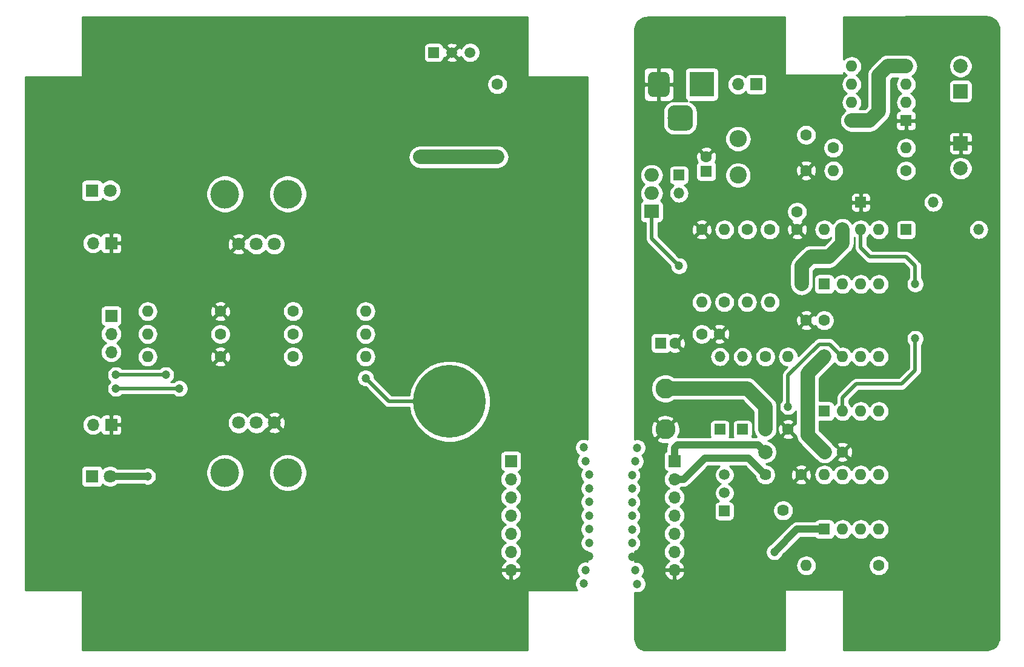
<source format=gbr>
G04 #@! TF.GenerationSoftware,KiCad,Pcbnew,(5.0.0)*
G04 #@! TF.CreationDate,2019-09-26T21:17:23+02:00*
G04 #@! TF.ProjectId,LM317 PSU,4C4D333137205053552E6B696361645F,rev?*
G04 #@! TF.SameCoordinates,Original*
G04 #@! TF.FileFunction,Copper,L2,Bot,Plane*
G04 #@! TF.FilePolarity,Positive*
%FSLAX46Y46*%
G04 Gerber Fmt 4.6, Leading zero omitted, Abs format (unit mm)*
G04 Created by KiCad (PCBNEW (5.0.0)) date 09/26/19 21:17:23*
%MOMM*%
%LPD*%
G01*
G04 APERTURE LIST*
G04 #@! TA.AperFunction,ComponentPad*
%ADD10C,10.160000*%
G04 #@! TD*
G04 #@! TA.AperFunction,ComponentPad*
%ADD11C,2.800000*%
G04 #@! TD*
G04 #@! TA.AperFunction,ComponentPad*
%ADD12O,1.500000X1.500000*%
G04 #@! TD*
G04 #@! TA.AperFunction,ComponentPad*
%ADD13R,1.500000X1.500000*%
G04 #@! TD*
G04 #@! TA.AperFunction,ComponentPad*
%ADD14O,1.600000X1.600000*%
G04 #@! TD*
G04 #@! TA.AperFunction,ComponentPad*
%ADD15R,1.600000X1.600000*%
G04 #@! TD*
G04 #@! TA.AperFunction,ComponentPad*
%ADD16O,1.700000X1.700000*%
G04 #@! TD*
G04 #@! TA.AperFunction,ComponentPad*
%ADD17R,1.700000X1.700000*%
G04 #@! TD*
G04 #@! TA.AperFunction,ComponentPad*
%ADD18C,1.600000*%
G04 #@! TD*
G04 #@! TA.AperFunction,ComponentPad*
%ADD19C,2.000000*%
G04 #@! TD*
G04 #@! TA.AperFunction,ComponentPad*
%ADD20R,2.000000X2.000000*%
G04 #@! TD*
G04 #@! TA.AperFunction,ComponentPad*
%ADD21C,1.500000*%
G04 #@! TD*
G04 #@! TA.AperFunction,ComponentPad*
%ADD22C,1.800000*%
G04 #@! TD*
G04 #@! TA.AperFunction,ComponentPad*
%ADD23R,1.800000X1.800000*%
G04 #@! TD*
G04 #@! TA.AperFunction,ComponentPad*
%ADD24R,3.500000X3.500000*%
G04 #@! TD*
G04 #@! TA.AperFunction,Conductor*
%ADD25C,0.100000*%
G04 #@! TD*
G04 #@! TA.AperFunction,ComponentPad*
%ADD26C,3.000000*%
G04 #@! TD*
G04 #@! TA.AperFunction,ComponentPad*
%ADD27C,3.500000*%
G04 #@! TD*
G04 #@! TA.AperFunction,ComponentPad*
%ADD28C,2.400000*%
G04 #@! TD*
G04 #@! TA.AperFunction,ComponentPad*
%ADD29O,2.400000X2.400000*%
G04 #@! TD*
G04 #@! TA.AperFunction,WasherPad*
%ADD30C,4.000000*%
G04 #@! TD*
G04 #@! TA.AperFunction,ComponentPad*
%ADD31C,1.620000*%
G04 #@! TD*
G04 #@! TA.AperFunction,ComponentPad*
%ADD32R,2.000000X1.905000*%
G04 #@! TD*
G04 #@! TA.AperFunction,ComponentPad*
%ADD33O,2.000000X1.905000*%
G04 #@! TD*
G04 #@! TA.AperFunction,ViaPad*
%ADD34C,1.200000*%
G04 #@! TD*
G04 #@! TA.AperFunction,ViaPad*
%ADD35C,2.000000*%
G04 #@! TD*
G04 #@! TA.AperFunction,Conductor*
%ADD36C,0.500000*%
G04 #@! TD*
G04 #@! TA.AperFunction,Conductor*
%ADD37C,2.000000*%
G04 #@! TD*
G04 #@! TA.AperFunction,Conductor*
%ADD38C,1.000000*%
G04 #@! TD*
G04 #@! TA.AperFunction,Conductor*
%ADD39C,0.254000*%
G04 #@! TD*
G04 APERTURE END LIST*
D10*
G04 #@! TO.P,J2,1*
G04 #@! TO.N,GNDA*
X120000000Y-55500000D03*
G04 #@! TD*
G04 #@! TO.P,J1,1*
G04 #@! TO.N,OUTPUT*
X120000000Y-74500000D03*
G04 #@! TD*
D11*
G04 #@! TO.P,J7,1*
G04 #@! TO.N,GNDA*
X150175000Y-78420000D03*
G04 #@! TD*
D12*
G04 #@! TO.P,D7,2*
G04 #@! TO.N,OUTPUT*
X152080000Y-45400000D03*
D13*
G04 #@! TO.P,D7,1*
G04 #@! TO.N,/REG_INP*
X152080000Y-42860000D03*
G04 #@! TD*
D11*
G04 #@! TO.P,OUT +,1*
G04 #@! TO.N,OUTPUT*
X150175000Y-72705000D03*
G04 #@! TD*
D14*
G04 #@! TO.P,U5,8*
G04 #@! TO.N,12V_F*
X172400000Y-68260000D03*
G04 #@! TO.P,U5,4*
G04 #@! TO.N,V-*
X180020000Y-75880000D03*
G04 #@! TO.P,U5,7*
G04 #@! TO.N,/V_cmp*
X174940000Y-68260000D03*
G04 #@! TO.P,U5,3*
G04 #@! TO.N,I_SET*
X177480000Y-75880000D03*
G04 #@! TO.P,U5,6*
G04 #@! TO.N,Net-(R15-Pad1)*
X177480000Y-68260000D03*
G04 #@! TO.P,U5,2*
G04 #@! TO.N,I_FB*
X174940000Y-75880000D03*
G04 #@! TO.P,U5,5*
G04 #@! TO.N,V_SET*
X180020000Y-68260000D03*
D15*
G04 #@! TO.P,U5,1*
G04 #@! TO.N,/I_cmp*
X172400000Y-75880000D03*
G04 #@! TD*
D16*
G04 #@! TO.P,J5,7*
G04 #@! TO.N,GNDA*
X151445000Y-98105000D03*
G04 #@! TO.P,J5,6*
G04 #@! TO.N,LED*
X151445000Y-95565000D03*
G04 #@! TO.P,J5,5*
G04 #@! TO.N,I_FB*
X151445000Y-93025000D03*
G04 #@! TO.P,J5,4*
G04 #@! TO.N,I_SET*
X151445000Y-90485000D03*
G04 #@! TO.P,J5,3*
G04 #@! TO.N,V_SET*
X151445000Y-87945000D03*
G04 #@! TO.P,J5,2*
G04 #@! TO.N,2V5*
X151445000Y-85405000D03*
D17*
G04 #@! TO.P,J5,1*
G04 #@! TO.N,12V_F*
X151445000Y-82865000D03*
G04 #@! TD*
D16*
G04 #@! TO.P,J4,7*
G04 #@! TO.N,GNDA*
X128585000Y-98105000D03*
G04 #@! TO.P,J4,6*
G04 #@! TO.N,LED*
X128585000Y-95565000D03*
G04 #@! TO.P,J4,5*
G04 #@! TO.N,I_FB*
X128585000Y-93025000D03*
G04 #@! TO.P,J4,4*
G04 #@! TO.N,I_SET*
X128585000Y-90485000D03*
G04 #@! TO.P,J4,3*
G04 #@! TO.N,V_SET*
X128585000Y-87945000D03*
G04 #@! TO.P,J4,2*
G04 #@! TO.N,2V5*
X128585000Y-85405000D03*
D17*
G04 #@! TO.P,J4,1*
G04 #@! TO.N,12V_F*
X128585000Y-82865000D03*
G04 #@! TD*
D18*
G04 #@! TO.P,C1,1*
G04 #@! TO.N,GNDA*
X169860000Y-42225000D03*
G04 #@! TO.P,C1,2*
G04 #@! TO.N,Net-(C1-Pad2)*
X169860000Y-37225000D03*
G04 #@! TD*
D19*
G04 #@! TO.P,C2,2*
G04 #@! TO.N,Net-(C2-Pad2)*
X191450000Y-27620000D03*
D20*
G04 #@! TO.P,C2,1*
G04 #@! TO.N,Net-(C2-Pad1)*
X191450000Y-31120000D03*
G04 #@! TD*
G04 #@! TO.P,C3,1*
G04 #@! TO.N,GNDA*
X191450000Y-38415000D03*
D19*
G04 #@! TO.P,C3,2*
G04 #@! TO.N,V-*
X191450000Y-41915000D03*
G04 #@! TD*
D18*
G04 #@! TO.P,C4,2*
G04 #@! TO.N,12V_F*
X168590000Y-47980000D03*
G04 #@! TO.P,C4,1*
G04 #@! TO.N,GNDA*
X168590000Y-50480000D03*
G04 #@! TD*
D15*
G04 #@! TO.P,C5,1*
G04 #@! TO.N,/REG_INP*
X155890000Y-42320000D03*
D18*
G04 #@! TO.P,C5,2*
G04 #@! TO.N,GNDA*
X155890000Y-40320000D03*
G04 #@! TD*
G04 #@! TO.P,C6,1*
G04 #@! TO.N,/V_ADJ*
X155255000Y-65085000D03*
G04 #@! TO.P,C6,2*
G04 #@! TO.N,GNDA*
X157755000Y-65085000D03*
G04 #@! TD*
G04 #@! TO.P,C7,2*
G04 #@! TO.N,GNDA*
X151540000Y-66355000D03*
D15*
G04 #@! TO.P,C7,1*
G04 #@! TO.N,OUTPUT*
X149540000Y-66355000D03*
G04 #@! TD*
D18*
G04 #@! TO.P,C8,1*
G04 #@! TO.N,GNDA*
X174940000Y-81595000D03*
G04 #@! TO.P,C8,2*
G04 #@! TO.N,12V_F*
X172440000Y-81595000D03*
G04 #@! TD*
G04 #@! TO.P,C9,2*
G04 #@! TO.N,12V_F*
X172360000Y-63180000D03*
G04 #@! TO.P,C9,1*
G04 #@! TO.N,GNDA*
X169860000Y-63180000D03*
G04 #@! TD*
D21*
G04 #@! TO.P,D1,2*
G04 #@! TO.N,GNDA*
X120330000Y-25715000D03*
G04 #@! TO.P,D1,3*
G04 #@! TO.N,2V5*
X122870000Y-25715000D03*
D13*
G04 #@! TO.P,D1,1*
X117790000Y-25715000D03*
G04 #@! TD*
G04 #@! TO.P,D2,1*
G04 #@! TO.N,Net-(C2-Pad1)*
X183830000Y-50480000D03*
D12*
G04 #@! TO.P,D2,2*
G04 #@! TO.N,V-*
X193990000Y-50480000D03*
G04 #@! TD*
G04 #@! TO.P,D3,2*
G04 #@! TO.N,Net-(C2-Pad1)*
X187640000Y-46670000D03*
D13*
G04 #@! TO.P,D3,1*
G04 #@! TO.N,GNDA*
X177480000Y-46670000D03*
G04 #@! TD*
D22*
G04 #@! TO.P,D4,2*
G04 #@! TO.N,Net-(D4-Pad2)*
X72540000Y-85000000D03*
D23*
G04 #@! TO.P,D4,1*
G04 #@! TO.N,LED*
X70000000Y-85000000D03*
G04 #@! TD*
G04 #@! TO.P,D5,1*
G04 #@! TO.N,Net-(D5-Pad1)*
X70000000Y-45000000D03*
D22*
G04 #@! TO.P,D5,2*
G04 #@! TO.N,LED*
X72540000Y-45000000D03*
G04 #@! TD*
D13*
G04 #@! TO.P,D6,1*
G04 #@! TO.N,/I_cmp*
X160970000Y-78420000D03*
D12*
G04 #@! TO.P,D6,2*
G04 #@! TO.N,/V_ADJ*
X160970000Y-68260000D03*
G04 #@! TD*
D13*
G04 #@! TO.P,D8,1*
G04 #@! TO.N,/V_cmp*
X157795000Y-78420000D03*
D12*
G04 #@! TO.P,D8,2*
G04 #@! TO.N,/V_ADJ*
X157795000Y-68260000D03*
G04 #@! TD*
D17*
G04 #@! TO.P,F1,1*
G04 #@! TO.N,12V_F*
X162875000Y-30160000D03*
D16*
G04 #@! TO.P,F1,2*
G04 #@! TO.N,+12V*
X160335000Y-30160000D03*
G04 #@! TD*
D24*
G04 #@! TO.P,J3,1*
G04 #@! TO.N,+12V*
X155255000Y-30160000D03*
D25*
G04 #@! TD*
G04 #@! TO.N,GNDA*
G04 #@! TO.C,J3*
G36*
X150078513Y-28413611D02*
X150151318Y-28424411D01*
X150222714Y-28442295D01*
X150292013Y-28467090D01*
X150358548Y-28498559D01*
X150421678Y-28536398D01*
X150480795Y-28580242D01*
X150535330Y-28629670D01*
X150584758Y-28684205D01*
X150628602Y-28743322D01*
X150666441Y-28806452D01*
X150697910Y-28872987D01*
X150722705Y-28942286D01*
X150740589Y-29013682D01*
X150751389Y-29086487D01*
X150755000Y-29160000D01*
X150755000Y-31160000D01*
X150751389Y-31233513D01*
X150740589Y-31306318D01*
X150722705Y-31377714D01*
X150697910Y-31447013D01*
X150666441Y-31513548D01*
X150628602Y-31576678D01*
X150584758Y-31635795D01*
X150535330Y-31690330D01*
X150480795Y-31739758D01*
X150421678Y-31783602D01*
X150358548Y-31821441D01*
X150292013Y-31852910D01*
X150222714Y-31877705D01*
X150151318Y-31895589D01*
X150078513Y-31906389D01*
X150005000Y-31910000D01*
X148505000Y-31910000D01*
X148431487Y-31906389D01*
X148358682Y-31895589D01*
X148287286Y-31877705D01*
X148217987Y-31852910D01*
X148151452Y-31821441D01*
X148088322Y-31783602D01*
X148029205Y-31739758D01*
X147974670Y-31690330D01*
X147925242Y-31635795D01*
X147881398Y-31576678D01*
X147843559Y-31513548D01*
X147812090Y-31447013D01*
X147787295Y-31377714D01*
X147769411Y-31306318D01*
X147758611Y-31233513D01*
X147755000Y-31160000D01*
X147755000Y-29160000D01*
X147758611Y-29086487D01*
X147769411Y-29013682D01*
X147787295Y-28942286D01*
X147812090Y-28872987D01*
X147843559Y-28806452D01*
X147881398Y-28743322D01*
X147925242Y-28684205D01*
X147974670Y-28629670D01*
X148029205Y-28580242D01*
X148088322Y-28536398D01*
X148151452Y-28498559D01*
X148217987Y-28467090D01*
X148287286Y-28442295D01*
X148358682Y-28424411D01*
X148431487Y-28413611D01*
X148505000Y-28410000D01*
X150005000Y-28410000D01*
X150078513Y-28413611D01*
X150078513Y-28413611D01*
G37*
D26*
G04 #@! TO.P,J3,2*
G04 #@! TO.N,GNDA*
X149255000Y-30160000D03*
D25*
G04 #@! TD*
G04 #@! TO.N,N/C*
G04 #@! TO.C,J3*
G36*
X153215765Y-33114213D02*
X153300704Y-33126813D01*
X153383999Y-33147677D01*
X153464848Y-33176605D01*
X153542472Y-33213319D01*
X153616124Y-33257464D01*
X153685094Y-33308616D01*
X153748718Y-33366282D01*
X153806384Y-33429906D01*
X153857536Y-33498876D01*
X153901681Y-33572528D01*
X153938395Y-33650152D01*
X153967323Y-33731001D01*
X153988187Y-33814296D01*
X154000787Y-33899235D01*
X154005000Y-33985000D01*
X154005000Y-35735000D01*
X154000787Y-35820765D01*
X153988187Y-35905704D01*
X153967323Y-35988999D01*
X153938395Y-36069848D01*
X153901681Y-36147472D01*
X153857536Y-36221124D01*
X153806384Y-36290094D01*
X153748718Y-36353718D01*
X153685094Y-36411384D01*
X153616124Y-36462536D01*
X153542472Y-36506681D01*
X153464848Y-36543395D01*
X153383999Y-36572323D01*
X153300704Y-36593187D01*
X153215765Y-36605787D01*
X153130000Y-36610000D01*
X151380000Y-36610000D01*
X151294235Y-36605787D01*
X151209296Y-36593187D01*
X151126001Y-36572323D01*
X151045152Y-36543395D01*
X150967528Y-36506681D01*
X150893876Y-36462536D01*
X150824906Y-36411384D01*
X150761282Y-36353718D01*
X150703616Y-36290094D01*
X150652464Y-36221124D01*
X150608319Y-36147472D01*
X150571605Y-36069848D01*
X150542677Y-35988999D01*
X150521813Y-35905704D01*
X150509213Y-35820765D01*
X150505000Y-35735000D01*
X150505000Y-33985000D01*
X150509213Y-33899235D01*
X150521813Y-33814296D01*
X150542677Y-33731001D01*
X150571605Y-33650152D01*
X150608319Y-33572528D01*
X150652464Y-33498876D01*
X150703616Y-33429906D01*
X150761282Y-33366282D01*
X150824906Y-33308616D01*
X150893876Y-33257464D01*
X150967528Y-33213319D01*
X151045152Y-33176605D01*
X151126001Y-33147677D01*
X151209296Y-33126813D01*
X151294235Y-33114213D01*
X151380000Y-33110000D01*
X153130000Y-33110000D01*
X153215765Y-33114213D01*
X153215765Y-33114213D01*
G37*
D27*
G04 #@! TO.P,J3,3*
G04 #@! TO.N,N/C*
X152255000Y-34860000D03*
G04 #@! TD*
D16*
G04 #@! TO.P,MES1,2*
G04 #@! TO.N,Net-(MES1-Pad2)*
X70165000Y-52385000D03*
D17*
G04 #@! TO.P,MES1,1*
G04 #@! TO.N,GNDA*
X72705000Y-52385000D03*
G04 #@! TD*
G04 #@! TO.P,MES2,1*
G04 #@! TO.N,GNDA*
X72705000Y-77785000D03*
D16*
G04 #@! TO.P,MES2,2*
G04 #@! TO.N,OUTPUT*
X70165000Y-77785000D03*
G04 #@! TD*
D13*
G04 #@! TO.P,Q1,1*
G04 #@! TO.N,/I_sink_sense*
X158430000Y-89850000D03*
D21*
G04 #@! TO.P,Q1,3*
G04 #@! TO.N,OUTPUT*
X158430000Y-84770000D03*
G04 #@! TO.P,Q1,2*
G04 #@! TO.N,Net-(Q1-Pad2)*
X158430000Y-87310000D03*
G04 #@! TD*
D14*
G04 #@! TO.P,R1,2*
G04 #@! TO.N,12V_F*
X126680000Y-40320000D03*
D18*
G04 #@! TO.P,R1,1*
G04 #@! TO.N,2V5*
X126680000Y-30160000D03*
G04 #@! TD*
D14*
G04 #@! TO.P,R2,2*
G04 #@! TO.N,/Hi_side_sense*
X164780000Y-60640000D03*
D18*
G04 #@! TO.P,R2,1*
G04 #@! TO.N,12V_F*
X164780000Y-50480000D03*
G04 #@! TD*
G04 #@! TO.P,R3,1*
G04 #@! TO.N,12V_F*
X173670000Y-39050000D03*
D14*
G04 #@! TO.P,R3,2*
G04 #@! TO.N,Net-(R3-Pad2)*
X183830000Y-39050000D03*
G04 #@! TD*
G04 #@! TO.P,R4,2*
G04 #@! TO.N,Net-(C1-Pad2)*
X173670000Y-42225000D03*
D18*
G04 #@! TO.P,R4,1*
G04 #@! TO.N,Net-(R3-Pad2)*
X183830000Y-42225000D03*
G04 #@! TD*
D28*
G04 #@! TO.P,R5,1*
G04 #@! TO.N,/REG_INP*
X160335000Y-42860000D03*
D29*
G04 #@! TO.P,R5,2*
G04 #@! TO.N,12V_F*
X160335000Y-37780000D03*
G04 #@! TD*
D18*
G04 #@! TO.P,R6,1*
G04 #@! TO.N,/REG_INP*
X161605000Y-50480000D03*
D14*
G04 #@! TO.P,R6,2*
G04 #@! TO.N,/Lo_side_sense*
X161605000Y-60640000D03*
G04 #@! TD*
G04 #@! TO.P,R7,2*
G04 #@! TO.N,/Hi_side_sense*
X155255000Y-60640000D03*
D18*
G04 #@! TO.P,R7,1*
G04 #@! TO.N,GNDA*
X155255000Y-50480000D03*
G04 #@! TD*
G04 #@! TO.P,R8,1*
G04 #@! TO.N,/Lo_side_sense*
X158430000Y-60640000D03*
D14*
G04 #@! TO.P,R8,2*
G04 #@! TO.N,I_FB*
X158430000Y-50480000D03*
G04 #@! TD*
D18*
G04 #@! TO.P,R9,1*
G04 #@! TO.N,Net-(R10-Pad1)*
X98105000Y-61910000D03*
D14*
G04 #@! TO.P,R9,2*
G04 #@! TO.N,2V5*
X108265000Y-61910000D03*
G04 #@! TD*
G04 #@! TO.P,R10,2*
G04 #@! TO.N,2V5*
X108265000Y-65085000D03*
D18*
G04 #@! TO.P,R10,1*
G04 #@! TO.N,Net-(R10-Pad1)*
X98105000Y-65085000D03*
G04 #@! TD*
G04 #@! TO.P,R11,1*
G04 #@! TO.N,Net-(R10-Pad1)*
X98105000Y-68260000D03*
D14*
G04 #@! TO.P,R11,2*
G04 #@! TO.N,Net-(R11-Pad2)*
X108265000Y-68260000D03*
G04 #@! TD*
G04 #@! TO.P,R12,2*
G04 #@! TO.N,Net-(D5-Pad1)*
X77785000Y-61910000D03*
D18*
G04 #@! TO.P,R12,1*
G04 #@! TO.N,GNDA*
X87945000Y-61910000D03*
G04 #@! TD*
G04 #@! TO.P,R13,1*
G04 #@! TO.N,12V_F*
X87945000Y-65085000D03*
D14*
G04 #@! TO.P,R13,2*
G04 #@! TO.N,Net-(D4-Pad2)*
X77785000Y-65085000D03*
G04 #@! TD*
D18*
G04 #@! TO.P,R14,1*
G04 #@! TO.N,GNDA*
X87945000Y-68260000D03*
D14*
G04 #@! TO.P,R14,2*
G04 #@! TO.N,Net-(D4-Pad2)*
X77785000Y-68260000D03*
G04 #@! TD*
D18*
G04 #@! TO.P,R15,1*
G04 #@! TO.N,Net-(R15-Pad1)*
X164145000Y-68260000D03*
D14*
G04 #@! TO.P,R15,2*
G04 #@! TO.N,OUTPUT*
X164145000Y-78420000D03*
G04 #@! TD*
G04 #@! TO.P,R16,2*
G04 #@! TO.N,Net-(R15-Pad1)*
X167320000Y-68260000D03*
D18*
G04 #@! TO.P,R16,1*
G04 #@! TO.N,GNDA*
X167320000Y-78420000D03*
G04 #@! TD*
D14*
G04 #@! TO.P,R17,2*
G04 #@! TO.N,/I_sink_sense*
X169860000Y-97470000D03*
D18*
G04 #@! TO.P,R17,1*
G04 #@! TO.N,V-*
X180020000Y-97470000D03*
G04 #@! TD*
D30*
G04 #@! TO.P,RV1,*
G04 #@! TO.N,*
X97400000Y-45500000D03*
X88600000Y-45500000D03*
D22*
G04 #@! TO.P,RV1,1*
G04 #@! TO.N,Net-(R11-Pad2)*
X95500000Y-52500000D03*
G04 #@! TO.P,RV1,2*
G04 #@! TO.N,I_SET*
X93000000Y-52500000D03*
G04 #@! TO.P,RV1,3*
G04 #@! TO.N,GNDA*
X90500000Y-52500000D03*
G04 #@! TD*
G04 #@! TO.P,RV2,3*
G04 #@! TO.N,GNDA*
X95500000Y-77500000D03*
G04 #@! TO.P,RV2,2*
G04 #@! TO.N,V_SET*
X93000000Y-77500000D03*
G04 #@! TO.P,RV2,1*
G04 #@! TO.N,2V5*
X90500000Y-77500000D03*
D30*
G04 #@! TO.P,RV2,*
G04 #@! TO.N,*
X97400000Y-84500000D03*
X88600000Y-84500000D03*
G04 #@! TD*
D31*
G04 #@! TO.P,RV3,3*
G04 #@! TO.N,GNDA*
X169145000Y-84770000D03*
G04 #@! TO.P,RV3,2*
G04 #@! TO.N,Net-(RV3-Pad2)*
X166645000Y-89770000D03*
G04 #@! TO.P,RV3,1*
G04 #@! TO.N,2V5*
X164145000Y-84770000D03*
G04 #@! TD*
D17*
G04 #@! TO.P,SW1,1*
G04 #@! TO.N,I_FB*
X72705000Y-62545000D03*
D16*
G04 #@! TO.P,SW1,2*
G04 #@! TO.N,Net-(MES1-Pad2)*
X72705000Y-65085000D03*
G04 #@! TO.P,SW1,3*
G04 #@! TO.N,I_SET*
X72705000Y-67625000D03*
G04 #@! TD*
D14*
G04 #@! TO.P,U1,8*
G04 #@! TO.N,12V_F*
X176210000Y-35240000D03*
G04 #@! TO.P,U1,4*
X183830000Y-27620000D03*
G04 #@! TO.P,U1,7*
G04 #@! TO.N,Net-(R3-Pad2)*
X176210000Y-32700000D03*
G04 #@! TO.P,U1,3*
G04 #@! TO.N,Net-(C2-Pad2)*
X183830000Y-30160000D03*
G04 #@! TO.P,U1,6*
G04 #@! TO.N,Net-(C1-Pad2)*
X176210000Y-30160000D03*
G04 #@! TO.P,U1,2*
X183830000Y-32700000D03*
G04 #@! TO.P,U1,5*
G04 #@! TO.N,Net-(U1-Pad5)*
X176210000Y-27620000D03*
D15*
G04 #@! TO.P,U1,1*
G04 #@! TO.N,GNDA*
X183830000Y-35240000D03*
G04 #@! TD*
D14*
G04 #@! TO.P,U2,8*
G04 #@! TO.N,Net-(U2-Pad8)*
X172400000Y-50480000D03*
G04 #@! TO.P,U2,4*
G04 #@! TO.N,V-*
X180020000Y-58100000D03*
G04 #@! TO.P,U2,7*
G04 #@! TO.N,12V_F*
X174940000Y-50480000D03*
G04 #@! TO.P,U2,3*
G04 #@! TO.N,/Hi_side_sense*
X177480000Y-58100000D03*
G04 #@! TO.P,U2,6*
G04 #@! TO.N,I_FB*
X177480000Y-50480000D03*
G04 #@! TO.P,U2,2*
G04 #@! TO.N,/Lo_side_sense*
X174940000Y-58100000D03*
G04 #@! TO.P,U2,5*
G04 #@! TO.N,Net-(U2-Pad5)*
X180020000Y-50480000D03*
D15*
G04 #@! TO.P,U2,1*
G04 #@! TO.N,Net-(U2-Pad1)*
X172400000Y-58100000D03*
G04 #@! TD*
G04 #@! TO.P,U3,1*
G04 #@! TO.N,LED*
X172400000Y-92390000D03*
D14*
G04 #@! TO.P,U3,5*
G04 #@! TO.N,Net-(RV3-Pad2)*
X180020000Y-84770000D03*
G04 #@! TO.P,U3,2*
G04 #@! TO.N,/I_cmp*
X174940000Y-92390000D03*
G04 #@! TO.P,U3,6*
G04 #@! TO.N,/I_sink_sense*
X177480000Y-84770000D03*
G04 #@! TO.P,U3,3*
G04 #@! TO.N,/V_cmp*
X177480000Y-92390000D03*
G04 #@! TO.P,U3,7*
G04 #@! TO.N,Net-(Q1-Pad2)*
X174940000Y-84770000D03*
G04 #@! TO.P,U3,4*
G04 #@! TO.N,V-*
X180020000Y-92390000D03*
G04 #@! TO.P,U3,8*
G04 #@! TO.N,12V_F*
X172400000Y-84770000D03*
G04 #@! TD*
D32*
G04 #@! TO.P,U4,1*
G04 #@! TO.N,/V_ADJ*
X148270000Y-47940000D03*
D33*
G04 #@! TO.P,U4,2*
G04 #@! TO.N,OUTPUT*
X148270000Y-45400000D03*
G04 #@! TO.P,U4,3*
G04 #@! TO.N,/REG_INP*
X148270000Y-42860000D03*
G04 #@! TD*
D34*
G04 #@! TO.N,*
X139000000Y-98105000D03*
X138745000Y-100010000D03*
X139000000Y-82865000D03*
X138745000Y-80960000D03*
X146000000Y-98135000D03*
X146255000Y-100040000D03*
X146255000Y-80990000D03*
X146000000Y-82895000D03*
G04 #@! TO.N,GNDA*
X139500000Y-96200000D03*
X145500000Y-96230000D03*
G04 #@! TO.N,/V_ADJ*
X152080000Y-55560000D03*
G04 #@! TO.N,OUTPUT*
X108265000Y-71239990D03*
X73339995Y-72705000D03*
X82230000Y-72705000D03*
G04 #@! TO.N,2V5*
X139500000Y-86675000D03*
X145500000Y-86705000D03*
G04 #@! TO.N,LED*
X145500000Y-94325000D03*
X165415000Y-95565000D03*
X139500000Y-94295000D03*
G04 #@! TO.N,Net-(D4-Pad2)*
X77785000Y-85000006D03*
G04 #@! TO.N,I_FB*
X185099998Y-58100000D03*
X185100000Y-65720000D03*
X139500000Y-92390000D03*
X145500000Y-92420000D03*
G04 #@! TO.N,I_SET*
X80325000Y-70800000D03*
X73340000Y-70800006D03*
X139500000Y-90485000D03*
X145500000Y-90515000D03*
G04 #@! TO.N,V_SET*
X145500000Y-88610000D03*
X139500000Y-88580000D03*
G04 #@! TO.N,/V_cmp*
X167320000Y-75245008D03*
G04 #@! TO.N,12V_F*
X145500000Y-84800000D03*
D35*
X169225000Y-58100000D03*
D34*
X139500000Y-84770000D03*
D35*
X115885000Y-40320000D03*
X164145000Y-81595000D03*
G04 #@! TD*
D36*
G04 #@! TO.N,/V_ADJ*
X148270000Y-47940000D02*
X148270000Y-51750000D01*
X148270000Y-51750000D02*
X151480001Y-54960001D01*
X151480001Y-54960001D02*
X152080000Y-55560000D01*
G04 #@! TO.N,OUTPUT*
X108864999Y-71839989D02*
X108265000Y-71239990D01*
X111525010Y-74500000D02*
X108864999Y-71839989D01*
X120000000Y-74500000D02*
X111525010Y-74500000D01*
X73339995Y-72705000D02*
X82230000Y-72705000D01*
D37*
X161605000Y-72705000D02*
X150175000Y-72705000D01*
X164145000Y-78420000D02*
X164145000Y-75245000D01*
X164145000Y-75245000D02*
X161605000Y-72705000D01*
D38*
G04 #@! TO.N,2V5*
X161835011Y-82460011D02*
X163335001Y-83960001D01*
X163335001Y-83960001D02*
X164145000Y-84770000D01*
X152715000Y-85405000D02*
X155659989Y-82460011D01*
X151445000Y-85405000D02*
X152715000Y-85405000D01*
X155659989Y-82460011D02*
X161835011Y-82460011D01*
G04 #@! TO.N,LED*
X172400000Y-92390000D02*
X168590000Y-92390000D01*
X168590000Y-92390000D02*
X165415000Y-95565000D01*
X165415000Y-95565000D02*
X165415000Y-95565000D01*
G04 #@! TO.N,Net-(D4-Pad2)*
X72540000Y-85000000D02*
X76285000Y-85000000D01*
X77784994Y-85000000D02*
X77785000Y-85000006D01*
X76285000Y-85000000D02*
X77784994Y-85000000D01*
D36*
G04 #@! TO.N,I_FB*
X185100000Y-58099998D02*
X185099998Y-58100000D01*
X185100000Y-55560000D02*
X185100000Y-58099998D01*
X183830000Y-54290000D02*
X185100000Y-55560000D01*
X178749999Y-54290000D02*
X183830000Y-54290000D01*
X177480000Y-50480000D02*
X177480000Y-53020001D01*
X177480000Y-53020001D02*
X178749999Y-54290000D01*
X185100000Y-70165000D02*
X185100000Y-65720000D01*
X183195000Y-72070000D02*
X185100000Y-70165000D01*
X176845000Y-72070000D02*
X183195000Y-72070000D01*
X174940000Y-75880000D02*
X174940000Y-73975000D01*
X174940000Y-73975000D02*
X176845000Y-72070000D01*
G04 #@! TO.N,I_SET*
X80325000Y-70800000D02*
X73340006Y-70800000D01*
X73340006Y-70800000D02*
X73340000Y-70800006D01*
G04 #@! TO.N,/V_cmp*
X167320000Y-74610000D02*
X167320000Y-74610000D01*
X167320000Y-74396480D02*
X167320000Y-75245008D01*
X167320000Y-70865114D02*
X167320000Y-74396480D01*
X171675122Y-66509992D02*
X167320000Y-70865114D01*
X173124878Y-66509992D02*
X171675122Y-66509992D01*
X174940000Y-68260000D02*
X174874886Y-68260000D01*
X174874886Y-68260000D02*
X173124878Y-66509992D01*
D37*
G04 #@! TO.N,12V_F*
X174940000Y-52385000D02*
X174940000Y-50480000D01*
X173035000Y-54290000D02*
X174940000Y-52385000D01*
X170495000Y-54290000D02*
X173035000Y-54290000D01*
X169225000Y-55560000D02*
X170495000Y-54290000D01*
X169225000Y-58100000D02*
X169225000Y-55560000D01*
X181290000Y-27620000D02*
X183830000Y-27620000D01*
X180020000Y-28890000D02*
X181290000Y-27620000D01*
X180020000Y-33970000D02*
X180020000Y-28890000D01*
X176210000Y-35240000D02*
X178750000Y-35240000D01*
X178750000Y-35240000D02*
X180020000Y-33970000D01*
X171640001Y-80795001D02*
X172440000Y-81595000D01*
X170055002Y-79210002D02*
X171640001Y-80795001D01*
X170055002Y-70604998D02*
X170055002Y-79210002D01*
X172400000Y-68260000D02*
X170055002Y-70604998D01*
D38*
X163145001Y-80595001D02*
X164145000Y-81595000D01*
X151864999Y-80595001D02*
X163145001Y-80595001D01*
X151445000Y-81015000D02*
X151864999Y-80595001D01*
X151445000Y-82865000D02*
X151445000Y-81015000D01*
D37*
X126680000Y-40320000D02*
X115885000Y-40320000D01*
G04 #@! TD*
D39*
G04 #@! TO.N,GNDA*
G36*
X130873000Y-20758225D02*
X130873000Y-29000000D01*
X130882667Y-29048601D01*
X130910197Y-29089803D01*
X130951399Y-29117333D01*
X131000000Y-29127000D01*
X139253000Y-29127000D01*
X139253000Y-79833666D01*
X139105236Y-79772460D01*
X138866637Y-79725000D01*
X138623363Y-79725000D01*
X138384764Y-79772460D01*
X138160008Y-79865557D01*
X137957733Y-80000713D01*
X137785713Y-80172733D01*
X137650557Y-80375008D01*
X137557460Y-80599764D01*
X137510000Y-80838363D01*
X137510000Y-81081637D01*
X137557460Y-81320236D01*
X137650557Y-81544992D01*
X137785713Y-81747267D01*
X137957733Y-81919287D01*
X138102457Y-82015989D01*
X138040713Y-82077733D01*
X137905557Y-82280008D01*
X137812460Y-82504764D01*
X137765000Y-82743363D01*
X137765000Y-82986637D01*
X137812460Y-83225236D01*
X137905557Y-83449992D01*
X138040713Y-83652267D01*
X138212733Y-83824287D01*
X138415008Y-83959443D01*
X138525652Y-84005273D01*
X138405557Y-84185008D01*
X138312460Y-84409764D01*
X138265000Y-84648363D01*
X138265000Y-84891637D01*
X138312460Y-85130236D01*
X138405557Y-85354992D01*
X138540713Y-85557267D01*
X138705946Y-85722500D01*
X138540713Y-85887733D01*
X138405557Y-86090008D01*
X138312460Y-86314764D01*
X138265000Y-86553363D01*
X138265000Y-86796637D01*
X138312460Y-87035236D01*
X138405557Y-87259992D01*
X138540713Y-87462267D01*
X138705946Y-87627500D01*
X138540713Y-87792733D01*
X138405557Y-87995008D01*
X138312460Y-88219764D01*
X138265000Y-88458363D01*
X138265000Y-88701637D01*
X138312460Y-88940236D01*
X138405557Y-89164992D01*
X138540713Y-89367267D01*
X138705946Y-89532500D01*
X138540713Y-89697733D01*
X138405557Y-89900008D01*
X138312460Y-90124764D01*
X138265000Y-90363363D01*
X138265000Y-90606637D01*
X138312460Y-90845236D01*
X138405557Y-91069992D01*
X138540713Y-91272267D01*
X138705946Y-91437500D01*
X138540713Y-91602733D01*
X138405557Y-91805008D01*
X138312460Y-92029764D01*
X138265000Y-92268363D01*
X138265000Y-92511637D01*
X138312460Y-92750236D01*
X138405557Y-92974992D01*
X138540713Y-93177267D01*
X138705946Y-93342500D01*
X138540713Y-93507733D01*
X138405557Y-93710008D01*
X138312460Y-93934764D01*
X138265000Y-94173363D01*
X138265000Y-94416637D01*
X138312460Y-94655236D01*
X138405557Y-94879992D01*
X138540713Y-95082267D01*
X138712733Y-95254287D01*
X138915008Y-95389443D01*
X139139764Y-95482540D01*
X139253000Y-95505064D01*
X139253000Y-96896130D01*
X139121637Y-96870000D01*
X138878363Y-96870000D01*
X138639764Y-96917460D01*
X138415008Y-97010557D01*
X138212733Y-97145713D01*
X138040713Y-97317733D01*
X137905557Y-97520008D01*
X137812460Y-97744764D01*
X137765000Y-97983363D01*
X137765000Y-98226637D01*
X137812460Y-98465236D01*
X137905557Y-98689992D01*
X138040713Y-98892267D01*
X138102457Y-98954011D01*
X137957733Y-99050713D01*
X137785713Y-99222733D01*
X137650557Y-99425008D01*
X137557460Y-99649764D01*
X137510000Y-99888363D01*
X137510000Y-100131637D01*
X137557460Y-100370236D01*
X137650557Y-100594992D01*
X137785713Y-100797267D01*
X137861446Y-100873000D01*
X131000000Y-100873000D01*
X130951399Y-100882667D01*
X130910197Y-100910197D01*
X130882667Y-100951399D01*
X130873000Y-101000000D01*
X130873000Y-109315000D01*
X68627000Y-109315000D01*
X68627000Y-101000000D01*
X68617333Y-100951399D01*
X68589803Y-100910197D01*
X68548601Y-100882667D01*
X68500000Y-100873000D01*
X60685000Y-100873000D01*
X60685000Y-98461890D01*
X127143524Y-98461890D01*
X127188175Y-98609099D01*
X127313359Y-98871920D01*
X127487412Y-99105269D01*
X127703645Y-99300178D01*
X127953748Y-99449157D01*
X128228109Y-99546481D01*
X128458000Y-99425814D01*
X128458000Y-98232000D01*
X128712000Y-98232000D01*
X128712000Y-99425814D01*
X128941891Y-99546481D01*
X129216252Y-99449157D01*
X129466355Y-99300178D01*
X129682588Y-99105269D01*
X129856641Y-98871920D01*
X129981825Y-98609099D01*
X130026476Y-98461890D01*
X129905155Y-98232000D01*
X128712000Y-98232000D01*
X128458000Y-98232000D01*
X127264845Y-98232000D01*
X127143524Y-98461890D01*
X60685000Y-98461890D01*
X60685000Y-84100000D01*
X68461928Y-84100000D01*
X68461928Y-85900000D01*
X68474188Y-86024482D01*
X68510498Y-86144180D01*
X68569463Y-86254494D01*
X68648815Y-86351185D01*
X68745506Y-86430537D01*
X68855820Y-86489502D01*
X68975518Y-86525812D01*
X69100000Y-86538072D01*
X70900000Y-86538072D01*
X71024482Y-86525812D01*
X71144180Y-86489502D01*
X71254494Y-86430537D01*
X71351185Y-86351185D01*
X71430537Y-86254494D01*
X71489502Y-86144180D01*
X71495056Y-86125873D01*
X71561495Y-86192312D01*
X71812905Y-86360299D01*
X72092257Y-86476011D01*
X72388816Y-86535000D01*
X72691184Y-86535000D01*
X72987743Y-86476011D01*
X73267095Y-86360299D01*
X73518505Y-86192312D01*
X73575817Y-86135000D01*
X77297907Y-86135000D01*
X77424764Y-86187546D01*
X77663363Y-86235006D01*
X77906637Y-86235006D01*
X78145236Y-86187546D01*
X78369992Y-86094449D01*
X78572267Y-85959293D01*
X78744287Y-85787273D01*
X78879443Y-85584998D01*
X78972540Y-85360242D01*
X79020000Y-85121643D01*
X79020000Y-84878369D01*
X78972540Y-84639770D01*
X78879443Y-84415014D01*
X78762820Y-84240475D01*
X85965000Y-84240475D01*
X85965000Y-84759525D01*
X86066261Y-85268601D01*
X86264893Y-85748141D01*
X86553262Y-86179715D01*
X86920285Y-86546738D01*
X87351859Y-86835107D01*
X87831399Y-87033739D01*
X88340475Y-87135000D01*
X88859525Y-87135000D01*
X89368601Y-87033739D01*
X89848141Y-86835107D01*
X90279715Y-86546738D01*
X90646738Y-86179715D01*
X90935107Y-85748141D01*
X91133739Y-85268601D01*
X91235000Y-84759525D01*
X91235000Y-84240475D01*
X94765000Y-84240475D01*
X94765000Y-84759525D01*
X94866261Y-85268601D01*
X95064893Y-85748141D01*
X95353262Y-86179715D01*
X95720285Y-86546738D01*
X96151859Y-86835107D01*
X96631399Y-87033739D01*
X97140475Y-87135000D01*
X97659525Y-87135000D01*
X98168601Y-87033739D01*
X98648141Y-86835107D01*
X99079715Y-86546738D01*
X99446738Y-86179715D01*
X99735107Y-85748141D01*
X99877240Y-85405000D01*
X127092815Y-85405000D01*
X127121487Y-85696111D01*
X127206401Y-85976034D01*
X127344294Y-86234014D01*
X127529866Y-86460134D01*
X127755986Y-86645706D01*
X127810791Y-86675000D01*
X127755986Y-86704294D01*
X127529866Y-86889866D01*
X127344294Y-87115986D01*
X127206401Y-87373966D01*
X127121487Y-87653889D01*
X127092815Y-87945000D01*
X127121487Y-88236111D01*
X127206401Y-88516034D01*
X127344294Y-88774014D01*
X127529866Y-89000134D01*
X127755986Y-89185706D01*
X127810791Y-89215000D01*
X127755986Y-89244294D01*
X127529866Y-89429866D01*
X127344294Y-89655986D01*
X127206401Y-89913966D01*
X127121487Y-90193889D01*
X127092815Y-90485000D01*
X127121487Y-90776111D01*
X127206401Y-91056034D01*
X127344294Y-91314014D01*
X127529866Y-91540134D01*
X127755986Y-91725706D01*
X127810791Y-91755000D01*
X127755986Y-91784294D01*
X127529866Y-91969866D01*
X127344294Y-92195986D01*
X127206401Y-92453966D01*
X127121487Y-92733889D01*
X127092815Y-93025000D01*
X127121487Y-93316111D01*
X127206401Y-93596034D01*
X127344294Y-93854014D01*
X127529866Y-94080134D01*
X127755986Y-94265706D01*
X127810791Y-94295000D01*
X127755986Y-94324294D01*
X127529866Y-94509866D01*
X127344294Y-94735986D01*
X127206401Y-94993966D01*
X127121487Y-95273889D01*
X127092815Y-95565000D01*
X127121487Y-95856111D01*
X127206401Y-96136034D01*
X127344294Y-96394014D01*
X127529866Y-96620134D01*
X127755986Y-96805706D01*
X127820523Y-96840201D01*
X127703645Y-96909822D01*
X127487412Y-97104731D01*
X127313359Y-97338080D01*
X127188175Y-97600901D01*
X127143524Y-97748110D01*
X127264845Y-97978000D01*
X128458000Y-97978000D01*
X128458000Y-97958000D01*
X128712000Y-97958000D01*
X128712000Y-97978000D01*
X129905155Y-97978000D01*
X130026476Y-97748110D01*
X129981825Y-97600901D01*
X129856641Y-97338080D01*
X129682588Y-97104731D01*
X129466355Y-96909822D01*
X129349477Y-96840201D01*
X129414014Y-96805706D01*
X129640134Y-96620134D01*
X129825706Y-96394014D01*
X129963599Y-96136034D01*
X130048513Y-95856111D01*
X130077185Y-95565000D01*
X130048513Y-95273889D01*
X129963599Y-94993966D01*
X129825706Y-94735986D01*
X129640134Y-94509866D01*
X129414014Y-94324294D01*
X129359209Y-94295000D01*
X129414014Y-94265706D01*
X129640134Y-94080134D01*
X129825706Y-93854014D01*
X129963599Y-93596034D01*
X130048513Y-93316111D01*
X130077185Y-93025000D01*
X130048513Y-92733889D01*
X129963599Y-92453966D01*
X129825706Y-92195986D01*
X129640134Y-91969866D01*
X129414014Y-91784294D01*
X129359209Y-91755000D01*
X129414014Y-91725706D01*
X129640134Y-91540134D01*
X129825706Y-91314014D01*
X129963599Y-91056034D01*
X130048513Y-90776111D01*
X130077185Y-90485000D01*
X130048513Y-90193889D01*
X129963599Y-89913966D01*
X129825706Y-89655986D01*
X129640134Y-89429866D01*
X129414014Y-89244294D01*
X129359209Y-89215000D01*
X129414014Y-89185706D01*
X129640134Y-89000134D01*
X129825706Y-88774014D01*
X129963599Y-88516034D01*
X130048513Y-88236111D01*
X130077185Y-87945000D01*
X130048513Y-87653889D01*
X129963599Y-87373966D01*
X129825706Y-87115986D01*
X129640134Y-86889866D01*
X129414014Y-86704294D01*
X129359209Y-86675000D01*
X129414014Y-86645706D01*
X129640134Y-86460134D01*
X129825706Y-86234014D01*
X129963599Y-85976034D01*
X130048513Y-85696111D01*
X130077185Y-85405000D01*
X130048513Y-85113889D01*
X129963599Y-84833966D01*
X129825706Y-84575986D01*
X129640134Y-84349866D01*
X129610313Y-84325393D01*
X129679180Y-84304502D01*
X129789494Y-84245537D01*
X129886185Y-84166185D01*
X129965537Y-84069494D01*
X130024502Y-83959180D01*
X130060812Y-83839482D01*
X130073072Y-83715000D01*
X130073072Y-82015000D01*
X130060812Y-81890518D01*
X130024502Y-81770820D01*
X129965537Y-81660506D01*
X129886185Y-81563815D01*
X129789494Y-81484463D01*
X129679180Y-81425498D01*
X129559482Y-81389188D01*
X129435000Y-81376928D01*
X127735000Y-81376928D01*
X127610518Y-81389188D01*
X127490820Y-81425498D01*
X127380506Y-81484463D01*
X127283815Y-81563815D01*
X127204463Y-81660506D01*
X127145498Y-81770820D01*
X127109188Y-81890518D01*
X127096928Y-82015000D01*
X127096928Y-83715000D01*
X127109188Y-83839482D01*
X127145498Y-83959180D01*
X127204463Y-84069494D01*
X127283815Y-84166185D01*
X127380506Y-84245537D01*
X127490820Y-84304502D01*
X127559687Y-84325393D01*
X127529866Y-84349866D01*
X127344294Y-84575986D01*
X127206401Y-84833966D01*
X127121487Y-85113889D01*
X127092815Y-85405000D01*
X99877240Y-85405000D01*
X99933739Y-85268601D01*
X100035000Y-84759525D01*
X100035000Y-84240475D01*
X99933739Y-83731399D01*
X99735107Y-83251859D01*
X99446738Y-82820285D01*
X99079715Y-82453262D01*
X98648141Y-82164893D01*
X98168601Y-81966261D01*
X97659525Y-81865000D01*
X97140475Y-81865000D01*
X96631399Y-81966261D01*
X96151859Y-82164893D01*
X95720285Y-82453262D01*
X95353262Y-82820285D01*
X95064893Y-83251859D01*
X94866261Y-83731399D01*
X94765000Y-84240475D01*
X91235000Y-84240475D01*
X91133739Y-83731399D01*
X90935107Y-83251859D01*
X90646738Y-82820285D01*
X90279715Y-82453262D01*
X89848141Y-82164893D01*
X89368601Y-81966261D01*
X88859525Y-81865000D01*
X88340475Y-81865000D01*
X87831399Y-81966261D01*
X87351859Y-82164893D01*
X86920285Y-82453262D01*
X86553262Y-82820285D01*
X86264893Y-83251859D01*
X86066261Y-83731399D01*
X85965000Y-84240475D01*
X78762820Y-84240475D01*
X78744287Y-84212739D01*
X78572267Y-84040719D01*
X78369992Y-83905563D01*
X78145236Y-83812466D01*
X77906637Y-83765006D01*
X77663363Y-83765006D01*
X77424764Y-83812466D01*
X77297936Y-83865000D01*
X73575817Y-83865000D01*
X73518505Y-83807688D01*
X73267095Y-83639701D01*
X72987743Y-83523989D01*
X72691184Y-83465000D01*
X72388816Y-83465000D01*
X72092257Y-83523989D01*
X71812905Y-83639701D01*
X71561495Y-83807688D01*
X71495056Y-83874127D01*
X71489502Y-83855820D01*
X71430537Y-83745506D01*
X71351185Y-83648815D01*
X71254494Y-83569463D01*
X71144180Y-83510498D01*
X71024482Y-83474188D01*
X70900000Y-83461928D01*
X69100000Y-83461928D01*
X68975518Y-83474188D01*
X68855820Y-83510498D01*
X68745506Y-83569463D01*
X68648815Y-83648815D01*
X68569463Y-83745506D01*
X68510498Y-83855820D01*
X68474188Y-83975518D01*
X68461928Y-84100000D01*
X60685000Y-84100000D01*
X60685000Y-77785000D01*
X68672815Y-77785000D01*
X68701487Y-78076111D01*
X68786401Y-78356034D01*
X68924294Y-78614014D01*
X69109866Y-78840134D01*
X69335986Y-79025706D01*
X69593966Y-79163599D01*
X69873889Y-79248513D01*
X70092050Y-79270000D01*
X70237950Y-79270000D01*
X70456111Y-79248513D01*
X70736034Y-79163599D01*
X70994014Y-79025706D01*
X71220134Y-78840134D01*
X71242856Y-78812447D01*
X71244403Y-78820223D01*
X71292270Y-78935785D01*
X71361763Y-79039789D01*
X71450211Y-79128237D01*
X71554215Y-79197730D01*
X71669777Y-79245597D01*
X71792458Y-79270000D01*
X72419250Y-79270000D01*
X72578000Y-79111250D01*
X72578000Y-77912000D01*
X72832000Y-77912000D01*
X72832000Y-79111250D01*
X72990750Y-79270000D01*
X73617542Y-79270000D01*
X73740223Y-79245597D01*
X73855785Y-79197730D01*
X73959789Y-79128237D01*
X74048237Y-79039789D01*
X74117730Y-78935785D01*
X74165597Y-78820223D01*
X74190000Y-78697542D01*
X74190000Y-78070750D01*
X74031250Y-77912000D01*
X72832000Y-77912000D01*
X72578000Y-77912000D01*
X72558000Y-77912000D01*
X72558000Y-77658000D01*
X72578000Y-77658000D01*
X72578000Y-76458750D01*
X72832000Y-76458750D01*
X72832000Y-77658000D01*
X74031250Y-77658000D01*
X74190000Y-77499250D01*
X74190000Y-77348816D01*
X88965000Y-77348816D01*
X88965000Y-77651184D01*
X89023989Y-77947743D01*
X89139701Y-78227095D01*
X89307688Y-78478505D01*
X89521495Y-78692312D01*
X89772905Y-78860299D01*
X90052257Y-78976011D01*
X90348816Y-79035000D01*
X90651184Y-79035000D01*
X90947743Y-78976011D01*
X91227095Y-78860299D01*
X91478505Y-78692312D01*
X91692312Y-78478505D01*
X91750000Y-78392169D01*
X91807688Y-78478505D01*
X92021495Y-78692312D01*
X92272905Y-78860299D01*
X92552257Y-78976011D01*
X92848816Y-79035000D01*
X93151184Y-79035000D01*
X93447743Y-78976011D01*
X93727095Y-78860299D01*
X93978505Y-78692312D01*
X94106737Y-78564080D01*
X94615525Y-78564080D01*
X94699208Y-78818261D01*
X94971775Y-78949158D01*
X95264642Y-79024365D01*
X95566553Y-79040991D01*
X95865907Y-78998397D01*
X96151199Y-78898222D01*
X96300792Y-78818261D01*
X96384475Y-78564080D01*
X95500000Y-77679605D01*
X94615525Y-78564080D01*
X94106737Y-78564080D01*
X94192312Y-78478505D01*
X94287738Y-78335690D01*
X94435920Y-78384475D01*
X95320395Y-77500000D01*
X95679605Y-77500000D01*
X96564080Y-78384475D01*
X96818261Y-78300792D01*
X96949158Y-78028225D01*
X97024365Y-77735358D01*
X97040991Y-77433447D01*
X96998397Y-77134093D01*
X96898222Y-76848801D01*
X96818261Y-76699208D01*
X96564080Y-76615525D01*
X95679605Y-77500000D01*
X95320395Y-77500000D01*
X94435920Y-76615525D01*
X94287738Y-76664310D01*
X94192312Y-76521495D01*
X94106737Y-76435920D01*
X94615525Y-76435920D01*
X95500000Y-77320395D01*
X96384475Y-76435920D01*
X96300792Y-76181739D01*
X96028225Y-76050842D01*
X95735358Y-75975635D01*
X95433447Y-75959009D01*
X95134093Y-76001603D01*
X94848801Y-76101778D01*
X94699208Y-76181739D01*
X94615525Y-76435920D01*
X94106737Y-76435920D01*
X93978505Y-76307688D01*
X93727095Y-76139701D01*
X93447743Y-76023989D01*
X93151184Y-75965000D01*
X92848816Y-75965000D01*
X92552257Y-76023989D01*
X92272905Y-76139701D01*
X92021495Y-76307688D01*
X91807688Y-76521495D01*
X91750000Y-76607831D01*
X91692312Y-76521495D01*
X91478505Y-76307688D01*
X91227095Y-76139701D01*
X90947743Y-76023989D01*
X90651184Y-75965000D01*
X90348816Y-75965000D01*
X90052257Y-76023989D01*
X89772905Y-76139701D01*
X89521495Y-76307688D01*
X89307688Y-76521495D01*
X89139701Y-76772905D01*
X89023989Y-77052257D01*
X88965000Y-77348816D01*
X74190000Y-77348816D01*
X74190000Y-76872458D01*
X74165597Y-76749777D01*
X74117730Y-76634215D01*
X74048237Y-76530211D01*
X73959789Y-76441763D01*
X73855785Y-76372270D01*
X73740223Y-76324403D01*
X73617542Y-76300000D01*
X72990750Y-76300000D01*
X72832000Y-76458750D01*
X72578000Y-76458750D01*
X72419250Y-76300000D01*
X71792458Y-76300000D01*
X71669777Y-76324403D01*
X71554215Y-76372270D01*
X71450211Y-76441763D01*
X71361763Y-76530211D01*
X71292270Y-76634215D01*
X71244403Y-76749777D01*
X71242856Y-76757553D01*
X71220134Y-76729866D01*
X70994014Y-76544294D01*
X70736034Y-76406401D01*
X70456111Y-76321487D01*
X70237950Y-76300000D01*
X70092050Y-76300000D01*
X69873889Y-76321487D01*
X69593966Y-76406401D01*
X69335986Y-76544294D01*
X69109866Y-76729866D01*
X68924294Y-76955986D01*
X68786401Y-77213966D01*
X68701487Y-77493889D01*
X68672815Y-77785000D01*
X60685000Y-77785000D01*
X60685000Y-72583363D01*
X72104995Y-72583363D01*
X72104995Y-72826637D01*
X72152455Y-73065236D01*
X72245552Y-73289992D01*
X72380708Y-73492267D01*
X72552728Y-73664287D01*
X72755003Y-73799443D01*
X72979759Y-73892540D01*
X73218358Y-73940000D01*
X73461632Y-73940000D01*
X73700231Y-73892540D01*
X73924987Y-73799443D01*
X74127262Y-73664287D01*
X74201549Y-73590000D01*
X81368446Y-73590000D01*
X81442733Y-73664287D01*
X81645008Y-73799443D01*
X81869764Y-73892540D01*
X82108363Y-73940000D01*
X82351637Y-73940000D01*
X82590236Y-73892540D01*
X82814992Y-73799443D01*
X83017267Y-73664287D01*
X83189287Y-73492267D01*
X83324443Y-73289992D01*
X83417540Y-73065236D01*
X83465000Y-72826637D01*
X83465000Y-72583363D01*
X83417540Y-72344764D01*
X83324443Y-72120008D01*
X83189287Y-71917733D01*
X83017267Y-71745713D01*
X82814992Y-71610557D01*
X82590236Y-71517460D01*
X82351637Y-71470000D01*
X82108363Y-71470000D01*
X81869764Y-71517460D01*
X81645008Y-71610557D01*
X81442733Y-71745713D01*
X81368446Y-71820000D01*
X81021404Y-71820000D01*
X81112267Y-71759287D01*
X81284287Y-71587267D01*
X81419443Y-71384992D01*
X81512540Y-71160236D01*
X81520870Y-71118353D01*
X107030000Y-71118353D01*
X107030000Y-71361627D01*
X107077460Y-71600226D01*
X107170557Y-71824982D01*
X107305713Y-72027257D01*
X107477733Y-72199277D01*
X107680008Y-72334433D01*
X107904764Y-72427530D01*
X108143363Y-72474990D01*
X108248421Y-72474990D01*
X108269952Y-72496521D01*
X108269957Y-72496525D01*
X110868480Y-75095049D01*
X110896193Y-75128817D01*
X110929961Y-75156530D01*
X110929963Y-75156532D01*
X111030951Y-75239411D01*
X111184696Y-75321589D01*
X111351520Y-75372195D01*
X111481533Y-75385000D01*
X111481541Y-75385000D01*
X111525010Y-75389281D01*
X111568479Y-75385000D01*
X114349074Y-75385000D01*
X114504625Y-76167004D01*
X114935433Y-77207067D01*
X115560870Y-78143100D01*
X116356900Y-78939130D01*
X117292933Y-79564567D01*
X118332996Y-79995375D01*
X119437122Y-80215000D01*
X120562878Y-80215000D01*
X121667004Y-79995375D01*
X122707067Y-79564567D01*
X123643100Y-78939130D01*
X124439130Y-78143100D01*
X125064567Y-77207067D01*
X125495375Y-76167004D01*
X125715000Y-75062878D01*
X125715000Y-73937122D01*
X125495375Y-72832996D01*
X125064567Y-71792933D01*
X124439130Y-70856900D01*
X123643100Y-70060870D01*
X122707067Y-69435433D01*
X121667004Y-69004625D01*
X120562878Y-68785000D01*
X119437122Y-68785000D01*
X118332996Y-69004625D01*
X117292933Y-69435433D01*
X116356900Y-70060870D01*
X115560870Y-70856900D01*
X114935433Y-71792933D01*
X114504625Y-72832996D01*
X114349074Y-73615000D01*
X111891589Y-73615000D01*
X109521535Y-71244947D01*
X109521531Y-71244942D01*
X109500000Y-71223411D01*
X109500000Y-71118353D01*
X109452540Y-70879754D01*
X109359443Y-70654998D01*
X109224287Y-70452723D01*
X109052267Y-70280703D01*
X108849992Y-70145547D01*
X108625236Y-70052450D01*
X108386637Y-70004990D01*
X108143363Y-70004990D01*
X107904764Y-70052450D01*
X107680008Y-70145547D01*
X107477733Y-70280703D01*
X107305713Y-70452723D01*
X107170557Y-70654998D01*
X107077460Y-70879754D01*
X107030000Y-71118353D01*
X81520870Y-71118353D01*
X81560000Y-70921637D01*
X81560000Y-70678363D01*
X81512540Y-70439764D01*
X81419443Y-70215008D01*
X81284287Y-70012733D01*
X81112267Y-69840713D01*
X80909992Y-69705557D01*
X80685236Y-69612460D01*
X80446637Y-69565000D01*
X80203363Y-69565000D01*
X79964764Y-69612460D01*
X79740008Y-69705557D01*
X79537733Y-69840713D01*
X79463446Y-69915000D01*
X74201548Y-69915000D01*
X74127267Y-69840719D01*
X73924992Y-69705563D01*
X73700236Y-69612466D01*
X73461637Y-69565006D01*
X73218363Y-69565006D01*
X72979764Y-69612466D01*
X72755008Y-69705563D01*
X72552733Y-69840719D01*
X72380713Y-70012739D01*
X72245557Y-70215014D01*
X72152460Y-70439770D01*
X72105000Y-70678369D01*
X72105000Y-70921643D01*
X72152460Y-71160242D01*
X72245557Y-71384998D01*
X72380713Y-71587273D01*
X72545941Y-71752501D01*
X72380708Y-71917733D01*
X72245552Y-72120008D01*
X72152455Y-72344764D01*
X72104995Y-72583363D01*
X60685000Y-72583363D01*
X60685000Y-65085000D01*
X71212815Y-65085000D01*
X71241487Y-65376111D01*
X71326401Y-65656034D01*
X71464294Y-65914014D01*
X71649866Y-66140134D01*
X71875986Y-66325706D01*
X71930791Y-66355000D01*
X71875986Y-66384294D01*
X71649866Y-66569866D01*
X71464294Y-66795986D01*
X71326401Y-67053966D01*
X71241487Y-67333889D01*
X71212815Y-67625000D01*
X71241487Y-67916111D01*
X71326401Y-68196034D01*
X71464294Y-68454014D01*
X71649866Y-68680134D01*
X71875986Y-68865706D01*
X72133966Y-69003599D01*
X72413889Y-69088513D01*
X72632050Y-69110000D01*
X72777950Y-69110000D01*
X72996111Y-69088513D01*
X73276034Y-69003599D01*
X73534014Y-68865706D01*
X73760134Y-68680134D01*
X73945706Y-68454014D01*
X74049408Y-68260000D01*
X76343057Y-68260000D01*
X76370764Y-68541309D01*
X76452818Y-68811808D01*
X76586068Y-69061101D01*
X76765392Y-69279608D01*
X76983899Y-69458932D01*
X77233192Y-69592182D01*
X77503691Y-69674236D01*
X77714508Y-69695000D01*
X77855492Y-69695000D01*
X78066309Y-69674236D01*
X78336808Y-69592182D01*
X78586101Y-69458932D01*
X78804608Y-69279608D01*
X78826689Y-69252702D01*
X87131903Y-69252702D01*
X87203486Y-69496671D01*
X87458996Y-69617571D01*
X87733184Y-69686300D01*
X88015512Y-69700217D01*
X88295130Y-69658787D01*
X88561292Y-69563603D01*
X88686514Y-69496671D01*
X88758097Y-69252702D01*
X87945000Y-68439605D01*
X87131903Y-69252702D01*
X78826689Y-69252702D01*
X78983932Y-69061101D01*
X79117182Y-68811808D01*
X79199236Y-68541309D01*
X79219998Y-68330512D01*
X86504783Y-68330512D01*
X86546213Y-68610130D01*
X86641397Y-68876292D01*
X86708329Y-69001514D01*
X86952298Y-69073097D01*
X87765395Y-68260000D01*
X88124605Y-68260000D01*
X88937702Y-69073097D01*
X89181671Y-69001514D01*
X89302571Y-68746004D01*
X89371300Y-68471816D01*
X89385217Y-68189488D01*
X89374724Y-68118665D01*
X96670000Y-68118665D01*
X96670000Y-68401335D01*
X96725147Y-68678574D01*
X96833320Y-68939727D01*
X96990363Y-69174759D01*
X97190241Y-69374637D01*
X97425273Y-69531680D01*
X97686426Y-69639853D01*
X97963665Y-69695000D01*
X98246335Y-69695000D01*
X98523574Y-69639853D01*
X98784727Y-69531680D01*
X99019759Y-69374637D01*
X99219637Y-69174759D01*
X99376680Y-68939727D01*
X99484853Y-68678574D01*
X99540000Y-68401335D01*
X99540000Y-68260000D01*
X106823057Y-68260000D01*
X106850764Y-68541309D01*
X106932818Y-68811808D01*
X107066068Y-69061101D01*
X107245392Y-69279608D01*
X107463899Y-69458932D01*
X107713192Y-69592182D01*
X107983691Y-69674236D01*
X108194508Y-69695000D01*
X108335492Y-69695000D01*
X108546309Y-69674236D01*
X108816808Y-69592182D01*
X109066101Y-69458932D01*
X109284608Y-69279608D01*
X109463932Y-69061101D01*
X109597182Y-68811808D01*
X109679236Y-68541309D01*
X109706943Y-68260000D01*
X109679236Y-67978691D01*
X109597182Y-67708192D01*
X109463932Y-67458899D01*
X109284608Y-67240392D01*
X109066101Y-67061068D01*
X108816808Y-66927818D01*
X108546309Y-66845764D01*
X108335492Y-66825000D01*
X108194508Y-66825000D01*
X107983691Y-66845764D01*
X107713192Y-66927818D01*
X107463899Y-67061068D01*
X107245392Y-67240392D01*
X107066068Y-67458899D01*
X106932818Y-67708192D01*
X106850764Y-67978691D01*
X106823057Y-68260000D01*
X99540000Y-68260000D01*
X99540000Y-68118665D01*
X99484853Y-67841426D01*
X99376680Y-67580273D01*
X99219637Y-67345241D01*
X99019759Y-67145363D01*
X98784727Y-66988320D01*
X98523574Y-66880147D01*
X98246335Y-66825000D01*
X97963665Y-66825000D01*
X97686426Y-66880147D01*
X97425273Y-66988320D01*
X97190241Y-67145363D01*
X96990363Y-67345241D01*
X96833320Y-67580273D01*
X96725147Y-67841426D01*
X96670000Y-68118665D01*
X89374724Y-68118665D01*
X89343787Y-67909870D01*
X89248603Y-67643708D01*
X89181671Y-67518486D01*
X88937702Y-67446903D01*
X88124605Y-68260000D01*
X87765395Y-68260000D01*
X86952298Y-67446903D01*
X86708329Y-67518486D01*
X86587429Y-67773996D01*
X86518700Y-68048184D01*
X86504783Y-68330512D01*
X79219998Y-68330512D01*
X79226943Y-68260000D01*
X79199236Y-67978691D01*
X79117182Y-67708192D01*
X78983932Y-67458899D01*
X78826690Y-67267298D01*
X87131903Y-67267298D01*
X87945000Y-68080395D01*
X88758097Y-67267298D01*
X88686514Y-67023329D01*
X88431004Y-66902429D01*
X88156816Y-66833700D01*
X87874488Y-66819783D01*
X87594870Y-66861213D01*
X87328708Y-66956397D01*
X87203486Y-67023329D01*
X87131903Y-67267298D01*
X78826690Y-67267298D01*
X78804608Y-67240392D01*
X78586101Y-67061068D01*
X78336808Y-66927818D01*
X78066309Y-66845764D01*
X77855492Y-66825000D01*
X77714508Y-66825000D01*
X77503691Y-66845764D01*
X77233192Y-66927818D01*
X76983899Y-67061068D01*
X76765392Y-67240392D01*
X76586068Y-67458899D01*
X76452818Y-67708192D01*
X76370764Y-67978691D01*
X76343057Y-68260000D01*
X74049408Y-68260000D01*
X74083599Y-68196034D01*
X74168513Y-67916111D01*
X74197185Y-67625000D01*
X74168513Y-67333889D01*
X74083599Y-67053966D01*
X73945706Y-66795986D01*
X73760134Y-66569866D01*
X73534014Y-66384294D01*
X73479209Y-66355000D01*
X73534014Y-66325706D01*
X73760134Y-66140134D01*
X73945706Y-65914014D01*
X74083599Y-65656034D01*
X74168513Y-65376111D01*
X74197185Y-65085000D01*
X76343057Y-65085000D01*
X76370764Y-65366309D01*
X76452818Y-65636808D01*
X76586068Y-65886101D01*
X76765392Y-66104608D01*
X76983899Y-66283932D01*
X77233192Y-66417182D01*
X77503691Y-66499236D01*
X77714508Y-66520000D01*
X77855492Y-66520000D01*
X78066309Y-66499236D01*
X78336808Y-66417182D01*
X78586101Y-66283932D01*
X78804608Y-66104608D01*
X78983932Y-65886101D01*
X79117182Y-65636808D01*
X79199236Y-65366309D01*
X79226943Y-65085000D01*
X79213023Y-64943665D01*
X86510000Y-64943665D01*
X86510000Y-65226335D01*
X86565147Y-65503574D01*
X86673320Y-65764727D01*
X86830363Y-65999759D01*
X87030241Y-66199637D01*
X87265273Y-66356680D01*
X87526426Y-66464853D01*
X87803665Y-66520000D01*
X88086335Y-66520000D01*
X88363574Y-66464853D01*
X88624727Y-66356680D01*
X88859759Y-66199637D01*
X89059637Y-65999759D01*
X89216680Y-65764727D01*
X89324853Y-65503574D01*
X89380000Y-65226335D01*
X89380000Y-64943665D01*
X96670000Y-64943665D01*
X96670000Y-65226335D01*
X96725147Y-65503574D01*
X96833320Y-65764727D01*
X96990363Y-65999759D01*
X97190241Y-66199637D01*
X97425273Y-66356680D01*
X97686426Y-66464853D01*
X97963665Y-66520000D01*
X98246335Y-66520000D01*
X98523574Y-66464853D01*
X98784727Y-66356680D01*
X99019759Y-66199637D01*
X99219637Y-65999759D01*
X99376680Y-65764727D01*
X99484853Y-65503574D01*
X99540000Y-65226335D01*
X99540000Y-65085000D01*
X106823057Y-65085000D01*
X106850764Y-65366309D01*
X106932818Y-65636808D01*
X107066068Y-65886101D01*
X107245392Y-66104608D01*
X107463899Y-66283932D01*
X107713192Y-66417182D01*
X107983691Y-66499236D01*
X108194508Y-66520000D01*
X108335492Y-66520000D01*
X108546309Y-66499236D01*
X108816808Y-66417182D01*
X109066101Y-66283932D01*
X109284608Y-66104608D01*
X109463932Y-65886101D01*
X109597182Y-65636808D01*
X109679236Y-65366309D01*
X109706943Y-65085000D01*
X109679236Y-64803691D01*
X109597182Y-64533192D01*
X109463932Y-64283899D01*
X109284608Y-64065392D01*
X109066101Y-63886068D01*
X108816808Y-63752818D01*
X108546309Y-63670764D01*
X108335492Y-63650000D01*
X108194508Y-63650000D01*
X107983691Y-63670764D01*
X107713192Y-63752818D01*
X107463899Y-63886068D01*
X107245392Y-64065392D01*
X107066068Y-64283899D01*
X106932818Y-64533192D01*
X106850764Y-64803691D01*
X106823057Y-65085000D01*
X99540000Y-65085000D01*
X99540000Y-64943665D01*
X99484853Y-64666426D01*
X99376680Y-64405273D01*
X99219637Y-64170241D01*
X99019759Y-63970363D01*
X98784727Y-63813320D01*
X98523574Y-63705147D01*
X98246335Y-63650000D01*
X97963665Y-63650000D01*
X97686426Y-63705147D01*
X97425273Y-63813320D01*
X97190241Y-63970363D01*
X96990363Y-64170241D01*
X96833320Y-64405273D01*
X96725147Y-64666426D01*
X96670000Y-64943665D01*
X89380000Y-64943665D01*
X89324853Y-64666426D01*
X89216680Y-64405273D01*
X89059637Y-64170241D01*
X88859759Y-63970363D01*
X88624727Y-63813320D01*
X88363574Y-63705147D01*
X88086335Y-63650000D01*
X87803665Y-63650000D01*
X87526426Y-63705147D01*
X87265273Y-63813320D01*
X87030241Y-63970363D01*
X86830363Y-64170241D01*
X86673320Y-64405273D01*
X86565147Y-64666426D01*
X86510000Y-64943665D01*
X79213023Y-64943665D01*
X79199236Y-64803691D01*
X79117182Y-64533192D01*
X78983932Y-64283899D01*
X78804608Y-64065392D01*
X78586101Y-63886068D01*
X78336808Y-63752818D01*
X78066309Y-63670764D01*
X77855492Y-63650000D01*
X77714508Y-63650000D01*
X77503691Y-63670764D01*
X77233192Y-63752818D01*
X76983899Y-63886068D01*
X76765392Y-64065392D01*
X76586068Y-64283899D01*
X76452818Y-64533192D01*
X76370764Y-64803691D01*
X76343057Y-65085000D01*
X74197185Y-65085000D01*
X74168513Y-64793889D01*
X74083599Y-64513966D01*
X73945706Y-64255986D01*
X73760134Y-64029866D01*
X73730313Y-64005393D01*
X73799180Y-63984502D01*
X73909494Y-63925537D01*
X74006185Y-63846185D01*
X74085537Y-63749494D01*
X74144502Y-63639180D01*
X74180812Y-63519482D01*
X74193072Y-63395000D01*
X74193072Y-61910000D01*
X76343057Y-61910000D01*
X76370764Y-62191309D01*
X76452818Y-62461808D01*
X76586068Y-62711101D01*
X76765392Y-62929608D01*
X76983899Y-63108932D01*
X77233192Y-63242182D01*
X77503691Y-63324236D01*
X77714508Y-63345000D01*
X77855492Y-63345000D01*
X78066309Y-63324236D01*
X78336808Y-63242182D01*
X78586101Y-63108932D01*
X78804608Y-62929608D01*
X78826689Y-62902702D01*
X87131903Y-62902702D01*
X87203486Y-63146671D01*
X87458996Y-63267571D01*
X87733184Y-63336300D01*
X88015512Y-63350217D01*
X88295130Y-63308787D01*
X88561292Y-63213603D01*
X88686514Y-63146671D01*
X88758097Y-62902702D01*
X87945000Y-62089605D01*
X87131903Y-62902702D01*
X78826689Y-62902702D01*
X78983932Y-62711101D01*
X79117182Y-62461808D01*
X79199236Y-62191309D01*
X79219998Y-61980512D01*
X86504783Y-61980512D01*
X86546213Y-62260130D01*
X86641397Y-62526292D01*
X86708329Y-62651514D01*
X86952298Y-62723097D01*
X87765395Y-61910000D01*
X88124605Y-61910000D01*
X88937702Y-62723097D01*
X89181671Y-62651514D01*
X89302571Y-62396004D01*
X89371300Y-62121816D01*
X89385217Y-61839488D01*
X89374724Y-61768665D01*
X96670000Y-61768665D01*
X96670000Y-62051335D01*
X96725147Y-62328574D01*
X96833320Y-62589727D01*
X96990363Y-62824759D01*
X97190241Y-63024637D01*
X97425273Y-63181680D01*
X97686426Y-63289853D01*
X97963665Y-63345000D01*
X98246335Y-63345000D01*
X98523574Y-63289853D01*
X98784727Y-63181680D01*
X99019759Y-63024637D01*
X99219637Y-62824759D01*
X99376680Y-62589727D01*
X99484853Y-62328574D01*
X99540000Y-62051335D01*
X99540000Y-61910000D01*
X106823057Y-61910000D01*
X106850764Y-62191309D01*
X106932818Y-62461808D01*
X107066068Y-62711101D01*
X107245392Y-62929608D01*
X107463899Y-63108932D01*
X107713192Y-63242182D01*
X107983691Y-63324236D01*
X108194508Y-63345000D01*
X108335492Y-63345000D01*
X108546309Y-63324236D01*
X108816808Y-63242182D01*
X109066101Y-63108932D01*
X109284608Y-62929608D01*
X109463932Y-62711101D01*
X109597182Y-62461808D01*
X109679236Y-62191309D01*
X109706943Y-61910000D01*
X109679236Y-61628691D01*
X109597182Y-61358192D01*
X109463932Y-61108899D01*
X109284608Y-60890392D01*
X109066101Y-60711068D01*
X108816808Y-60577818D01*
X108546309Y-60495764D01*
X108335492Y-60475000D01*
X108194508Y-60475000D01*
X107983691Y-60495764D01*
X107713192Y-60577818D01*
X107463899Y-60711068D01*
X107245392Y-60890392D01*
X107066068Y-61108899D01*
X106932818Y-61358192D01*
X106850764Y-61628691D01*
X106823057Y-61910000D01*
X99540000Y-61910000D01*
X99540000Y-61768665D01*
X99484853Y-61491426D01*
X99376680Y-61230273D01*
X99219637Y-60995241D01*
X99019759Y-60795363D01*
X98784727Y-60638320D01*
X98523574Y-60530147D01*
X98246335Y-60475000D01*
X97963665Y-60475000D01*
X97686426Y-60530147D01*
X97425273Y-60638320D01*
X97190241Y-60795363D01*
X96990363Y-60995241D01*
X96833320Y-61230273D01*
X96725147Y-61491426D01*
X96670000Y-61768665D01*
X89374724Y-61768665D01*
X89343787Y-61559870D01*
X89248603Y-61293708D01*
X89181671Y-61168486D01*
X88937702Y-61096903D01*
X88124605Y-61910000D01*
X87765395Y-61910000D01*
X86952298Y-61096903D01*
X86708329Y-61168486D01*
X86587429Y-61423996D01*
X86518700Y-61698184D01*
X86504783Y-61980512D01*
X79219998Y-61980512D01*
X79226943Y-61910000D01*
X79199236Y-61628691D01*
X79117182Y-61358192D01*
X78983932Y-61108899D01*
X78826690Y-60917298D01*
X87131903Y-60917298D01*
X87945000Y-61730395D01*
X88758097Y-60917298D01*
X88686514Y-60673329D01*
X88431004Y-60552429D01*
X88156816Y-60483700D01*
X87874488Y-60469783D01*
X87594870Y-60511213D01*
X87328708Y-60606397D01*
X87203486Y-60673329D01*
X87131903Y-60917298D01*
X78826690Y-60917298D01*
X78804608Y-60890392D01*
X78586101Y-60711068D01*
X78336808Y-60577818D01*
X78066309Y-60495764D01*
X77855492Y-60475000D01*
X77714508Y-60475000D01*
X77503691Y-60495764D01*
X77233192Y-60577818D01*
X76983899Y-60711068D01*
X76765392Y-60890392D01*
X76586068Y-61108899D01*
X76452818Y-61358192D01*
X76370764Y-61628691D01*
X76343057Y-61910000D01*
X74193072Y-61910000D01*
X74193072Y-61695000D01*
X74180812Y-61570518D01*
X74144502Y-61450820D01*
X74085537Y-61340506D01*
X74006185Y-61243815D01*
X73909494Y-61164463D01*
X73799180Y-61105498D01*
X73679482Y-61069188D01*
X73555000Y-61056928D01*
X71855000Y-61056928D01*
X71730518Y-61069188D01*
X71610820Y-61105498D01*
X71500506Y-61164463D01*
X71403815Y-61243815D01*
X71324463Y-61340506D01*
X71265498Y-61450820D01*
X71229188Y-61570518D01*
X71216928Y-61695000D01*
X71216928Y-63395000D01*
X71229188Y-63519482D01*
X71265498Y-63639180D01*
X71324463Y-63749494D01*
X71403815Y-63846185D01*
X71500506Y-63925537D01*
X71610820Y-63984502D01*
X71679687Y-64005393D01*
X71649866Y-64029866D01*
X71464294Y-64255986D01*
X71326401Y-64513966D01*
X71241487Y-64793889D01*
X71212815Y-65085000D01*
X60685000Y-65085000D01*
X60685000Y-52385000D01*
X68672815Y-52385000D01*
X68701487Y-52676111D01*
X68786401Y-52956034D01*
X68924294Y-53214014D01*
X69109866Y-53440134D01*
X69335986Y-53625706D01*
X69593966Y-53763599D01*
X69873889Y-53848513D01*
X70092050Y-53870000D01*
X70237950Y-53870000D01*
X70456111Y-53848513D01*
X70736034Y-53763599D01*
X70994014Y-53625706D01*
X71220134Y-53440134D01*
X71242856Y-53412447D01*
X71244403Y-53420223D01*
X71292270Y-53535785D01*
X71361763Y-53639789D01*
X71450211Y-53728237D01*
X71554215Y-53797730D01*
X71669777Y-53845597D01*
X71792458Y-53870000D01*
X72419250Y-53870000D01*
X72578000Y-53711250D01*
X72578000Y-52512000D01*
X72832000Y-52512000D01*
X72832000Y-53711250D01*
X72990750Y-53870000D01*
X73617542Y-53870000D01*
X73740223Y-53845597D01*
X73855785Y-53797730D01*
X73959789Y-53728237D01*
X74048237Y-53639789D01*
X74098823Y-53564080D01*
X89615525Y-53564080D01*
X89699208Y-53818261D01*
X89971775Y-53949158D01*
X90264642Y-54024365D01*
X90566553Y-54040991D01*
X90865907Y-53998397D01*
X91151199Y-53898222D01*
X91300792Y-53818261D01*
X91384475Y-53564080D01*
X90500000Y-52679605D01*
X89615525Y-53564080D01*
X74098823Y-53564080D01*
X74117730Y-53535785D01*
X74165597Y-53420223D01*
X74190000Y-53297542D01*
X74190000Y-52670750D01*
X74085803Y-52566553D01*
X88959009Y-52566553D01*
X89001603Y-52865907D01*
X89101778Y-53151199D01*
X89181739Y-53300792D01*
X89435920Y-53384475D01*
X90320395Y-52500000D01*
X90679605Y-52500000D01*
X91564080Y-53384475D01*
X91712262Y-53335690D01*
X91807688Y-53478505D01*
X92021495Y-53692312D01*
X92272905Y-53860299D01*
X92552257Y-53976011D01*
X92848816Y-54035000D01*
X93151184Y-54035000D01*
X93447743Y-53976011D01*
X93727095Y-53860299D01*
X93978505Y-53692312D01*
X94192312Y-53478505D01*
X94250000Y-53392169D01*
X94307688Y-53478505D01*
X94521495Y-53692312D01*
X94772905Y-53860299D01*
X95052257Y-53976011D01*
X95348816Y-54035000D01*
X95651184Y-54035000D01*
X95947743Y-53976011D01*
X96227095Y-53860299D01*
X96478505Y-53692312D01*
X96692312Y-53478505D01*
X96860299Y-53227095D01*
X96976011Y-52947743D01*
X97035000Y-52651184D01*
X97035000Y-52348816D01*
X96976011Y-52052257D01*
X96860299Y-51772905D01*
X96692312Y-51521495D01*
X96478505Y-51307688D01*
X96227095Y-51139701D01*
X95947743Y-51023989D01*
X95651184Y-50965000D01*
X95348816Y-50965000D01*
X95052257Y-51023989D01*
X94772905Y-51139701D01*
X94521495Y-51307688D01*
X94307688Y-51521495D01*
X94250000Y-51607831D01*
X94192312Y-51521495D01*
X93978505Y-51307688D01*
X93727095Y-51139701D01*
X93447743Y-51023989D01*
X93151184Y-50965000D01*
X92848816Y-50965000D01*
X92552257Y-51023989D01*
X92272905Y-51139701D01*
X92021495Y-51307688D01*
X91807688Y-51521495D01*
X91712262Y-51664310D01*
X91564080Y-51615525D01*
X90679605Y-52500000D01*
X90320395Y-52500000D01*
X89435920Y-51615525D01*
X89181739Y-51699208D01*
X89050842Y-51971775D01*
X88975635Y-52264642D01*
X88959009Y-52566553D01*
X74085803Y-52566553D01*
X74031250Y-52512000D01*
X72832000Y-52512000D01*
X72578000Y-52512000D01*
X72558000Y-52512000D01*
X72558000Y-52258000D01*
X72578000Y-52258000D01*
X72578000Y-51058750D01*
X72832000Y-51058750D01*
X72832000Y-52258000D01*
X74031250Y-52258000D01*
X74190000Y-52099250D01*
X74190000Y-51472458D01*
X74182733Y-51435920D01*
X89615525Y-51435920D01*
X90500000Y-52320395D01*
X91384475Y-51435920D01*
X91300792Y-51181739D01*
X91028225Y-51050842D01*
X90735358Y-50975635D01*
X90433447Y-50959009D01*
X90134093Y-51001603D01*
X89848801Y-51101778D01*
X89699208Y-51181739D01*
X89615525Y-51435920D01*
X74182733Y-51435920D01*
X74165597Y-51349777D01*
X74117730Y-51234215D01*
X74048237Y-51130211D01*
X73959789Y-51041763D01*
X73855785Y-50972270D01*
X73740223Y-50924403D01*
X73617542Y-50900000D01*
X72990750Y-50900000D01*
X72832000Y-51058750D01*
X72578000Y-51058750D01*
X72419250Y-50900000D01*
X71792458Y-50900000D01*
X71669777Y-50924403D01*
X71554215Y-50972270D01*
X71450211Y-51041763D01*
X71361763Y-51130211D01*
X71292270Y-51234215D01*
X71244403Y-51349777D01*
X71242856Y-51357553D01*
X71220134Y-51329866D01*
X70994014Y-51144294D01*
X70736034Y-51006401D01*
X70456111Y-50921487D01*
X70237950Y-50900000D01*
X70092050Y-50900000D01*
X69873889Y-50921487D01*
X69593966Y-51006401D01*
X69335986Y-51144294D01*
X69109866Y-51329866D01*
X68924294Y-51555986D01*
X68786401Y-51813966D01*
X68701487Y-52093889D01*
X68672815Y-52385000D01*
X60685000Y-52385000D01*
X60685000Y-44100000D01*
X68461928Y-44100000D01*
X68461928Y-45900000D01*
X68474188Y-46024482D01*
X68510498Y-46144180D01*
X68569463Y-46254494D01*
X68648815Y-46351185D01*
X68745506Y-46430537D01*
X68855820Y-46489502D01*
X68975518Y-46525812D01*
X69100000Y-46538072D01*
X70900000Y-46538072D01*
X71024482Y-46525812D01*
X71144180Y-46489502D01*
X71254494Y-46430537D01*
X71351185Y-46351185D01*
X71430537Y-46254494D01*
X71489502Y-46144180D01*
X71495056Y-46125873D01*
X71561495Y-46192312D01*
X71812905Y-46360299D01*
X72092257Y-46476011D01*
X72388816Y-46535000D01*
X72691184Y-46535000D01*
X72987743Y-46476011D01*
X73267095Y-46360299D01*
X73518505Y-46192312D01*
X73732312Y-45978505D01*
X73900299Y-45727095D01*
X74016011Y-45447743D01*
X74057238Y-45240475D01*
X85965000Y-45240475D01*
X85965000Y-45759525D01*
X86066261Y-46268601D01*
X86264893Y-46748141D01*
X86553262Y-47179715D01*
X86920285Y-47546738D01*
X87351859Y-47835107D01*
X87831399Y-48033739D01*
X88340475Y-48135000D01*
X88859525Y-48135000D01*
X89368601Y-48033739D01*
X89848141Y-47835107D01*
X90279715Y-47546738D01*
X90646738Y-47179715D01*
X90935107Y-46748141D01*
X91133739Y-46268601D01*
X91235000Y-45759525D01*
X91235000Y-45240475D01*
X94765000Y-45240475D01*
X94765000Y-45759525D01*
X94866261Y-46268601D01*
X95064893Y-46748141D01*
X95353262Y-47179715D01*
X95720285Y-47546738D01*
X96151859Y-47835107D01*
X96631399Y-48033739D01*
X97140475Y-48135000D01*
X97659525Y-48135000D01*
X98168601Y-48033739D01*
X98648141Y-47835107D01*
X99079715Y-47546738D01*
X99446738Y-47179715D01*
X99735107Y-46748141D01*
X99933739Y-46268601D01*
X100035000Y-45759525D01*
X100035000Y-45240475D01*
X99933739Y-44731399D01*
X99735107Y-44251859D01*
X99446738Y-43820285D01*
X99079715Y-43453262D01*
X98648141Y-43164893D01*
X98168601Y-42966261D01*
X97659525Y-42865000D01*
X97140475Y-42865000D01*
X96631399Y-42966261D01*
X96151859Y-43164893D01*
X95720285Y-43453262D01*
X95353262Y-43820285D01*
X95064893Y-44251859D01*
X94866261Y-44731399D01*
X94765000Y-45240475D01*
X91235000Y-45240475D01*
X91133739Y-44731399D01*
X90935107Y-44251859D01*
X90646738Y-43820285D01*
X90279715Y-43453262D01*
X89848141Y-43164893D01*
X89368601Y-42966261D01*
X88859525Y-42865000D01*
X88340475Y-42865000D01*
X87831399Y-42966261D01*
X87351859Y-43164893D01*
X86920285Y-43453262D01*
X86553262Y-43820285D01*
X86264893Y-44251859D01*
X86066261Y-44731399D01*
X85965000Y-45240475D01*
X74057238Y-45240475D01*
X74075000Y-45151184D01*
X74075000Y-44848816D01*
X74016011Y-44552257D01*
X73900299Y-44272905D01*
X73732312Y-44021495D01*
X73518505Y-43807688D01*
X73267095Y-43639701D01*
X72987743Y-43523989D01*
X72691184Y-43465000D01*
X72388816Y-43465000D01*
X72092257Y-43523989D01*
X71812905Y-43639701D01*
X71561495Y-43807688D01*
X71495056Y-43874127D01*
X71489502Y-43855820D01*
X71430537Y-43745506D01*
X71351185Y-43648815D01*
X71254494Y-43569463D01*
X71144180Y-43510498D01*
X71024482Y-43474188D01*
X70900000Y-43461928D01*
X69100000Y-43461928D01*
X68975518Y-43474188D01*
X68855820Y-43510498D01*
X68745506Y-43569463D01*
X68648815Y-43648815D01*
X68569463Y-43745506D01*
X68510498Y-43855820D01*
X68474188Y-43975518D01*
X68461928Y-44100000D01*
X60685000Y-44100000D01*
X60685000Y-40320000D01*
X114242089Y-40320000D01*
X114250000Y-40400322D01*
X114250000Y-40481033D01*
X114265746Y-40560193D01*
X114273657Y-40640516D01*
X114297086Y-40717751D01*
X114312832Y-40796912D01*
X114343719Y-40871479D01*
X114367148Y-40948715D01*
X114405196Y-41019898D01*
X114436082Y-41094463D01*
X114480921Y-41161569D01*
X114518969Y-41232752D01*
X114570174Y-41295146D01*
X114615013Y-41362252D01*
X114672080Y-41419319D01*
X114723286Y-41481714D01*
X114785681Y-41532920D01*
X114842748Y-41589987D01*
X114909854Y-41634826D01*
X114972248Y-41686031D01*
X115043431Y-41724079D01*
X115110537Y-41768918D01*
X115185102Y-41799804D01*
X115256285Y-41837852D01*
X115333521Y-41861281D01*
X115408088Y-41892168D01*
X115487249Y-41907914D01*
X115564484Y-41931343D01*
X115644807Y-41939254D01*
X115723967Y-41955000D01*
X126760322Y-41955000D01*
X127000516Y-41931343D01*
X127308715Y-41837852D01*
X127592752Y-41686031D01*
X127841714Y-41481714D01*
X128046031Y-41232752D01*
X128197852Y-40948715D01*
X128291343Y-40640516D01*
X128322911Y-40320000D01*
X128291343Y-39999484D01*
X128197852Y-39691285D01*
X128046031Y-39407248D01*
X127841714Y-39158286D01*
X127592752Y-38953969D01*
X127308715Y-38802148D01*
X127000516Y-38708657D01*
X126760322Y-38685000D01*
X115723967Y-38685000D01*
X115644807Y-38700746D01*
X115564484Y-38708657D01*
X115487249Y-38732086D01*
X115408088Y-38747832D01*
X115333521Y-38778719D01*
X115256285Y-38802148D01*
X115185102Y-38840196D01*
X115110537Y-38871082D01*
X115043431Y-38915921D01*
X114972248Y-38953969D01*
X114909854Y-39005174D01*
X114842748Y-39050013D01*
X114785681Y-39107080D01*
X114723286Y-39158286D01*
X114672080Y-39220681D01*
X114615013Y-39277748D01*
X114570174Y-39344854D01*
X114518969Y-39407248D01*
X114480921Y-39478431D01*
X114436082Y-39545537D01*
X114405196Y-39620102D01*
X114367148Y-39691285D01*
X114343719Y-39768521D01*
X114312832Y-39843088D01*
X114297086Y-39922249D01*
X114273657Y-39999484D01*
X114265746Y-40079807D01*
X114250000Y-40158967D01*
X114250000Y-40239678D01*
X114242089Y-40320000D01*
X60685000Y-40320000D01*
X60685000Y-30018665D01*
X125245000Y-30018665D01*
X125245000Y-30301335D01*
X125300147Y-30578574D01*
X125408320Y-30839727D01*
X125565363Y-31074759D01*
X125765241Y-31274637D01*
X126000273Y-31431680D01*
X126261426Y-31539853D01*
X126538665Y-31595000D01*
X126821335Y-31595000D01*
X127098574Y-31539853D01*
X127359727Y-31431680D01*
X127594759Y-31274637D01*
X127794637Y-31074759D01*
X127951680Y-30839727D01*
X128059853Y-30578574D01*
X128115000Y-30301335D01*
X128115000Y-30018665D01*
X128059853Y-29741426D01*
X127951680Y-29480273D01*
X127794637Y-29245241D01*
X127594759Y-29045363D01*
X127359727Y-28888320D01*
X127098574Y-28780147D01*
X126821335Y-28725000D01*
X126538665Y-28725000D01*
X126261426Y-28780147D01*
X126000273Y-28888320D01*
X125765241Y-29045363D01*
X125565363Y-29245241D01*
X125408320Y-29480273D01*
X125300147Y-29741426D01*
X125245000Y-30018665D01*
X60685000Y-30018665D01*
X60685000Y-29127000D01*
X68500000Y-29127000D01*
X68548601Y-29117333D01*
X68589803Y-29089803D01*
X68617333Y-29048601D01*
X68627000Y-29000000D01*
X68627000Y-24965000D01*
X116401928Y-24965000D01*
X116401928Y-26465000D01*
X116414188Y-26589482D01*
X116450498Y-26709180D01*
X116509463Y-26819494D01*
X116588815Y-26916185D01*
X116685506Y-26995537D01*
X116795820Y-27054502D01*
X116915518Y-27090812D01*
X117040000Y-27103072D01*
X118540000Y-27103072D01*
X118664482Y-27090812D01*
X118784180Y-27054502D01*
X118894494Y-26995537D01*
X118991185Y-26916185D01*
X119070537Y-26819494D01*
X119129502Y-26709180D01*
X119140782Y-26671993D01*
X119552612Y-26671993D01*
X119618137Y-26910860D01*
X119865116Y-27026760D01*
X120129960Y-27092250D01*
X120402492Y-27104812D01*
X120672238Y-27063965D01*
X120928832Y-26971277D01*
X121041863Y-26910860D01*
X121107388Y-26671993D01*
X120330000Y-25894605D01*
X119552612Y-26671993D01*
X119140782Y-26671993D01*
X119165812Y-26589482D01*
X119178072Y-26465000D01*
X119178072Y-26438914D01*
X119373007Y-26492388D01*
X120150395Y-25715000D01*
X120509605Y-25715000D01*
X121286993Y-26492388D01*
X121525860Y-26426863D01*
X121600164Y-26268523D01*
X121642629Y-26371043D01*
X121794201Y-26597886D01*
X121987114Y-26790799D01*
X122213957Y-26942371D01*
X122466011Y-27046775D01*
X122733589Y-27100000D01*
X123006411Y-27100000D01*
X123273989Y-27046775D01*
X123526043Y-26942371D01*
X123752886Y-26790799D01*
X123945799Y-26597886D01*
X124097371Y-26371043D01*
X124201775Y-26118989D01*
X124255000Y-25851411D01*
X124255000Y-25578589D01*
X124201775Y-25311011D01*
X124097371Y-25058957D01*
X123945799Y-24832114D01*
X123752886Y-24639201D01*
X123526043Y-24487629D01*
X123273989Y-24383225D01*
X123006411Y-24330000D01*
X122733589Y-24330000D01*
X122466011Y-24383225D01*
X122213957Y-24487629D01*
X121987114Y-24639201D01*
X121794201Y-24832114D01*
X121642629Y-25058957D01*
X121601489Y-25158279D01*
X121586277Y-25116168D01*
X121525860Y-25003137D01*
X121286993Y-24937612D01*
X120509605Y-25715000D01*
X120150395Y-25715000D01*
X119373007Y-24937612D01*
X119178072Y-24991086D01*
X119178072Y-24965000D01*
X119165812Y-24840518D01*
X119140783Y-24758007D01*
X119552612Y-24758007D01*
X120330000Y-25535395D01*
X121107388Y-24758007D01*
X121041863Y-24519140D01*
X120794884Y-24403240D01*
X120530040Y-24337750D01*
X120257508Y-24325188D01*
X119987762Y-24366035D01*
X119731168Y-24458723D01*
X119618137Y-24519140D01*
X119552612Y-24758007D01*
X119140783Y-24758007D01*
X119129502Y-24720820D01*
X119070537Y-24610506D01*
X118991185Y-24513815D01*
X118894494Y-24434463D01*
X118784180Y-24375498D01*
X118664482Y-24339188D01*
X118540000Y-24326928D01*
X117040000Y-24326928D01*
X116915518Y-24339188D01*
X116795820Y-24375498D01*
X116685506Y-24434463D01*
X116588815Y-24513815D01*
X116509463Y-24610506D01*
X116450498Y-24720820D01*
X116414188Y-24840518D01*
X116401928Y-24965000D01*
X68627000Y-24965000D01*
X68627000Y-20730606D01*
X130873000Y-20758225D01*
X130873000Y-20758225D01*
G37*
X130873000Y-20758225D02*
X130873000Y-29000000D01*
X130882667Y-29048601D01*
X130910197Y-29089803D01*
X130951399Y-29117333D01*
X131000000Y-29127000D01*
X139253000Y-29127000D01*
X139253000Y-79833666D01*
X139105236Y-79772460D01*
X138866637Y-79725000D01*
X138623363Y-79725000D01*
X138384764Y-79772460D01*
X138160008Y-79865557D01*
X137957733Y-80000713D01*
X137785713Y-80172733D01*
X137650557Y-80375008D01*
X137557460Y-80599764D01*
X137510000Y-80838363D01*
X137510000Y-81081637D01*
X137557460Y-81320236D01*
X137650557Y-81544992D01*
X137785713Y-81747267D01*
X137957733Y-81919287D01*
X138102457Y-82015989D01*
X138040713Y-82077733D01*
X137905557Y-82280008D01*
X137812460Y-82504764D01*
X137765000Y-82743363D01*
X137765000Y-82986637D01*
X137812460Y-83225236D01*
X137905557Y-83449992D01*
X138040713Y-83652267D01*
X138212733Y-83824287D01*
X138415008Y-83959443D01*
X138525652Y-84005273D01*
X138405557Y-84185008D01*
X138312460Y-84409764D01*
X138265000Y-84648363D01*
X138265000Y-84891637D01*
X138312460Y-85130236D01*
X138405557Y-85354992D01*
X138540713Y-85557267D01*
X138705946Y-85722500D01*
X138540713Y-85887733D01*
X138405557Y-86090008D01*
X138312460Y-86314764D01*
X138265000Y-86553363D01*
X138265000Y-86796637D01*
X138312460Y-87035236D01*
X138405557Y-87259992D01*
X138540713Y-87462267D01*
X138705946Y-87627500D01*
X138540713Y-87792733D01*
X138405557Y-87995008D01*
X138312460Y-88219764D01*
X138265000Y-88458363D01*
X138265000Y-88701637D01*
X138312460Y-88940236D01*
X138405557Y-89164992D01*
X138540713Y-89367267D01*
X138705946Y-89532500D01*
X138540713Y-89697733D01*
X138405557Y-89900008D01*
X138312460Y-90124764D01*
X138265000Y-90363363D01*
X138265000Y-90606637D01*
X138312460Y-90845236D01*
X138405557Y-91069992D01*
X138540713Y-91272267D01*
X138705946Y-91437500D01*
X138540713Y-91602733D01*
X138405557Y-91805008D01*
X138312460Y-92029764D01*
X138265000Y-92268363D01*
X138265000Y-92511637D01*
X138312460Y-92750236D01*
X138405557Y-92974992D01*
X138540713Y-93177267D01*
X138705946Y-93342500D01*
X138540713Y-93507733D01*
X138405557Y-93710008D01*
X138312460Y-93934764D01*
X138265000Y-94173363D01*
X138265000Y-94416637D01*
X138312460Y-94655236D01*
X138405557Y-94879992D01*
X138540713Y-95082267D01*
X138712733Y-95254287D01*
X138915008Y-95389443D01*
X139139764Y-95482540D01*
X139253000Y-95505064D01*
X139253000Y-96896130D01*
X139121637Y-96870000D01*
X138878363Y-96870000D01*
X138639764Y-96917460D01*
X138415008Y-97010557D01*
X138212733Y-97145713D01*
X138040713Y-97317733D01*
X137905557Y-97520008D01*
X137812460Y-97744764D01*
X137765000Y-97983363D01*
X137765000Y-98226637D01*
X137812460Y-98465236D01*
X137905557Y-98689992D01*
X138040713Y-98892267D01*
X138102457Y-98954011D01*
X137957733Y-99050713D01*
X137785713Y-99222733D01*
X137650557Y-99425008D01*
X137557460Y-99649764D01*
X137510000Y-99888363D01*
X137510000Y-100131637D01*
X137557460Y-100370236D01*
X137650557Y-100594992D01*
X137785713Y-100797267D01*
X137861446Y-100873000D01*
X131000000Y-100873000D01*
X130951399Y-100882667D01*
X130910197Y-100910197D01*
X130882667Y-100951399D01*
X130873000Y-101000000D01*
X130873000Y-109315000D01*
X68627000Y-109315000D01*
X68627000Y-101000000D01*
X68617333Y-100951399D01*
X68589803Y-100910197D01*
X68548601Y-100882667D01*
X68500000Y-100873000D01*
X60685000Y-100873000D01*
X60685000Y-98461890D01*
X127143524Y-98461890D01*
X127188175Y-98609099D01*
X127313359Y-98871920D01*
X127487412Y-99105269D01*
X127703645Y-99300178D01*
X127953748Y-99449157D01*
X128228109Y-99546481D01*
X128458000Y-99425814D01*
X128458000Y-98232000D01*
X128712000Y-98232000D01*
X128712000Y-99425814D01*
X128941891Y-99546481D01*
X129216252Y-99449157D01*
X129466355Y-99300178D01*
X129682588Y-99105269D01*
X129856641Y-98871920D01*
X129981825Y-98609099D01*
X130026476Y-98461890D01*
X129905155Y-98232000D01*
X128712000Y-98232000D01*
X128458000Y-98232000D01*
X127264845Y-98232000D01*
X127143524Y-98461890D01*
X60685000Y-98461890D01*
X60685000Y-84100000D01*
X68461928Y-84100000D01*
X68461928Y-85900000D01*
X68474188Y-86024482D01*
X68510498Y-86144180D01*
X68569463Y-86254494D01*
X68648815Y-86351185D01*
X68745506Y-86430537D01*
X68855820Y-86489502D01*
X68975518Y-86525812D01*
X69100000Y-86538072D01*
X70900000Y-86538072D01*
X71024482Y-86525812D01*
X71144180Y-86489502D01*
X71254494Y-86430537D01*
X71351185Y-86351185D01*
X71430537Y-86254494D01*
X71489502Y-86144180D01*
X71495056Y-86125873D01*
X71561495Y-86192312D01*
X71812905Y-86360299D01*
X72092257Y-86476011D01*
X72388816Y-86535000D01*
X72691184Y-86535000D01*
X72987743Y-86476011D01*
X73267095Y-86360299D01*
X73518505Y-86192312D01*
X73575817Y-86135000D01*
X77297907Y-86135000D01*
X77424764Y-86187546D01*
X77663363Y-86235006D01*
X77906637Y-86235006D01*
X78145236Y-86187546D01*
X78369992Y-86094449D01*
X78572267Y-85959293D01*
X78744287Y-85787273D01*
X78879443Y-85584998D01*
X78972540Y-85360242D01*
X79020000Y-85121643D01*
X79020000Y-84878369D01*
X78972540Y-84639770D01*
X78879443Y-84415014D01*
X78762820Y-84240475D01*
X85965000Y-84240475D01*
X85965000Y-84759525D01*
X86066261Y-85268601D01*
X86264893Y-85748141D01*
X86553262Y-86179715D01*
X86920285Y-86546738D01*
X87351859Y-86835107D01*
X87831399Y-87033739D01*
X88340475Y-87135000D01*
X88859525Y-87135000D01*
X89368601Y-87033739D01*
X89848141Y-86835107D01*
X90279715Y-86546738D01*
X90646738Y-86179715D01*
X90935107Y-85748141D01*
X91133739Y-85268601D01*
X91235000Y-84759525D01*
X91235000Y-84240475D01*
X94765000Y-84240475D01*
X94765000Y-84759525D01*
X94866261Y-85268601D01*
X95064893Y-85748141D01*
X95353262Y-86179715D01*
X95720285Y-86546738D01*
X96151859Y-86835107D01*
X96631399Y-87033739D01*
X97140475Y-87135000D01*
X97659525Y-87135000D01*
X98168601Y-87033739D01*
X98648141Y-86835107D01*
X99079715Y-86546738D01*
X99446738Y-86179715D01*
X99735107Y-85748141D01*
X99877240Y-85405000D01*
X127092815Y-85405000D01*
X127121487Y-85696111D01*
X127206401Y-85976034D01*
X127344294Y-86234014D01*
X127529866Y-86460134D01*
X127755986Y-86645706D01*
X127810791Y-86675000D01*
X127755986Y-86704294D01*
X127529866Y-86889866D01*
X127344294Y-87115986D01*
X127206401Y-87373966D01*
X127121487Y-87653889D01*
X127092815Y-87945000D01*
X127121487Y-88236111D01*
X127206401Y-88516034D01*
X127344294Y-88774014D01*
X127529866Y-89000134D01*
X127755986Y-89185706D01*
X127810791Y-89215000D01*
X127755986Y-89244294D01*
X127529866Y-89429866D01*
X127344294Y-89655986D01*
X127206401Y-89913966D01*
X127121487Y-90193889D01*
X127092815Y-90485000D01*
X127121487Y-90776111D01*
X127206401Y-91056034D01*
X127344294Y-91314014D01*
X127529866Y-91540134D01*
X127755986Y-91725706D01*
X127810791Y-91755000D01*
X127755986Y-91784294D01*
X127529866Y-91969866D01*
X127344294Y-92195986D01*
X127206401Y-92453966D01*
X127121487Y-92733889D01*
X127092815Y-93025000D01*
X127121487Y-93316111D01*
X127206401Y-93596034D01*
X127344294Y-93854014D01*
X127529866Y-94080134D01*
X127755986Y-94265706D01*
X127810791Y-94295000D01*
X127755986Y-94324294D01*
X127529866Y-94509866D01*
X127344294Y-94735986D01*
X127206401Y-94993966D01*
X127121487Y-95273889D01*
X127092815Y-95565000D01*
X127121487Y-95856111D01*
X127206401Y-96136034D01*
X127344294Y-96394014D01*
X127529866Y-96620134D01*
X127755986Y-96805706D01*
X127820523Y-96840201D01*
X127703645Y-96909822D01*
X127487412Y-97104731D01*
X127313359Y-97338080D01*
X127188175Y-97600901D01*
X127143524Y-97748110D01*
X127264845Y-97978000D01*
X128458000Y-97978000D01*
X128458000Y-97958000D01*
X128712000Y-97958000D01*
X128712000Y-97978000D01*
X129905155Y-97978000D01*
X130026476Y-97748110D01*
X129981825Y-97600901D01*
X129856641Y-97338080D01*
X129682588Y-97104731D01*
X129466355Y-96909822D01*
X129349477Y-96840201D01*
X129414014Y-96805706D01*
X129640134Y-96620134D01*
X129825706Y-96394014D01*
X129963599Y-96136034D01*
X130048513Y-95856111D01*
X130077185Y-95565000D01*
X130048513Y-95273889D01*
X129963599Y-94993966D01*
X129825706Y-94735986D01*
X129640134Y-94509866D01*
X129414014Y-94324294D01*
X129359209Y-94295000D01*
X129414014Y-94265706D01*
X129640134Y-94080134D01*
X129825706Y-93854014D01*
X129963599Y-93596034D01*
X130048513Y-93316111D01*
X130077185Y-93025000D01*
X130048513Y-92733889D01*
X129963599Y-92453966D01*
X129825706Y-92195986D01*
X129640134Y-91969866D01*
X129414014Y-91784294D01*
X129359209Y-91755000D01*
X129414014Y-91725706D01*
X129640134Y-91540134D01*
X129825706Y-91314014D01*
X129963599Y-91056034D01*
X130048513Y-90776111D01*
X130077185Y-90485000D01*
X130048513Y-90193889D01*
X129963599Y-89913966D01*
X129825706Y-89655986D01*
X129640134Y-89429866D01*
X129414014Y-89244294D01*
X129359209Y-89215000D01*
X129414014Y-89185706D01*
X129640134Y-89000134D01*
X129825706Y-88774014D01*
X129963599Y-88516034D01*
X130048513Y-88236111D01*
X130077185Y-87945000D01*
X130048513Y-87653889D01*
X129963599Y-87373966D01*
X129825706Y-87115986D01*
X129640134Y-86889866D01*
X129414014Y-86704294D01*
X129359209Y-86675000D01*
X129414014Y-86645706D01*
X129640134Y-86460134D01*
X129825706Y-86234014D01*
X129963599Y-85976034D01*
X130048513Y-85696111D01*
X130077185Y-85405000D01*
X130048513Y-85113889D01*
X129963599Y-84833966D01*
X129825706Y-84575986D01*
X129640134Y-84349866D01*
X129610313Y-84325393D01*
X129679180Y-84304502D01*
X129789494Y-84245537D01*
X129886185Y-84166185D01*
X129965537Y-84069494D01*
X130024502Y-83959180D01*
X130060812Y-83839482D01*
X130073072Y-83715000D01*
X130073072Y-82015000D01*
X130060812Y-81890518D01*
X130024502Y-81770820D01*
X129965537Y-81660506D01*
X129886185Y-81563815D01*
X129789494Y-81484463D01*
X129679180Y-81425498D01*
X129559482Y-81389188D01*
X129435000Y-81376928D01*
X127735000Y-81376928D01*
X127610518Y-81389188D01*
X127490820Y-81425498D01*
X127380506Y-81484463D01*
X127283815Y-81563815D01*
X127204463Y-81660506D01*
X127145498Y-81770820D01*
X127109188Y-81890518D01*
X127096928Y-82015000D01*
X127096928Y-83715000D01*
X127109188Y-83839482D01*
X127145498Y-83959180D01*
X127204463Y-84069494D01*
X127283815Y-84166185D01*
X127380506Y-84245537D01*
X127490820Y-84304502D01*
X127559687Y-84325393D01*
X127529866Y-84349866D01*
X127344294Y-84575986D01*
X127206401Y-84833966D01*
X127121487Y-85113889D01*
X127092815Y-85405000D01*
X99877240Y-85405000D01*
X99933739Y-85268601D01*
X100035000Y-84759525D01*
X100035000Y-84240475D01*
X99933739Y-83731399D01*
X99735107Y-83251859D01*
X99446738Y-82820285D01*
X99079715Y-82453262D01*
X98648141Y-82164893D01*
X98168601Y-81966261D01*
X97659525Y-81865000D01*
X97140475Y-81865000D01*
X96631399Y-81966261D01*
X96151859Y-82164893D01*
X95720285Y-82453262D01*
X95353262Y-82820285D01*
X95064893Y-83251859D01*
X94866261Y-83731399D01*
X94765000Y-84240475D01*
X91235000Y-84240475D01*
X91133739Y-83731399D01*
X90935107Y-83251859D01*
X90646738Y-82820285D01*
X90279715Y-82453262D01*
X89848141Y-82164893D01*
X89368601Y-81966261D01*
X88859525Y-81865000D01*
X88340475Y-81865000D01*
X87831399Y-81966261D01*
X87351859Y-82164893D01*
X86920285Y-82453262D01*
X86553262Y-82820285D01*
X86264893Y-83251859D01*
X86066261Y-83731399D01*
X85965000Y-84240475D01*
X78762820Y-84240475D01*
X78744287Y-84212739D01*
X78572267Y-84040719D01*
X78369992Y-83905563D01*
X78145236Y-83812466D01*
X77906637Y-83765006D01*
X77663363Y-83765006D01*
X77424764Y-83812466D01*
X77297936Y-83865000D01*
X73575817Y-83865000D01*
X73518505Y-83807688D01*
X73267095Y-83639701D01*
X72987743Y-83523989D01*
X72691184Y-83465000D01*
X72388816Y-83465000D01*
X72092257Y-83523989D01*
X71812905Y-83639701D01*
X71561495Y-83807688D01*
X71495056Y-83874127D01*
X71489502Y-83855820D01*
X71430537Y-83745506D01*
X71351185Y-83648815D01*
X71254494Y-83569463D01*
X71144180Y-83510498D01*
X71024482Y-83474188D01*
X70900000Y-83461928D01*
X69100000Y-83461928D01*
X68975518Y-83474188D01*
X68855820Y-83510498D01*
X68745506Y-83569463D01*
X68648815Y-83648815D01*
X68569463Y-83745506D01*
X68510498Y-83855820D01*
X68474188Y-83975518D01*
X68461928Y-84100000D01*
X60685000Y-84100000D01*
X60685000Y-77785000D01*
X68672815Y-77785000D01*
X68701487Y-78076111D01*
X68786401Y-78356034D01*
X68924294Y-78614014D01*
X69109866Y-78840134D01*
X69335986Y-79025706D01*
X69593966Y-79163599D01*
X69873889Y-79248513D01*
X70092050Y-79270000D01*
X70237950Y-79270000D01*
X70456111Y-79248513D01*
X70736034Y-79163599D01*
X70994014Y-79025706D01*
X71220134Y-78840134D01*
X71242856Y-78812447D01*
X71244403Y-78820223D01*
X71292270Y-78935785D01*
X71361763Y-79039789D01*
X71450211Y-79128237D01*
X71554215Y-79197730D01*
X71669777Y-79245597D01*
X71792458Y-79270000D01*
X72419250Y-79270000D01*
X72578000Y-79111250D01*
X72578000Y-77912000D01*
X72832000Y-77912000D01*
X72832000Y-79111250D01*
X72990750Y-79270000D01*
X73617542Y-79270000D01*
X73740223Y-79245597D01*
X73855785Y-79197730D01*
X73959789Y-79128237D01*
X74048237Y-79039789D01*
X74117730Y-78935785D01*
X74165597Y-78820223D01*
X74190000Y-78697542D01*
X74190000Y-78070750D01*
X74031250Y-77912000D01*
X72832000Y-77912000D01*
X72578000Y-77912000D01*
X72558000Y-77912000D01*
X72558000Y-77658000D01*
X72578000Y-77658000D01*
X72578000Y-76458750D01*
X72832000Y-76458750D01*
X72832000Y-77658000D01*
X74031250Y-77658000D01*
X74190000Y-77499250D01*
X74190000Y-77348816D01*
X88965000Y-77348816D01*
X88965000Y-77651184D01*
X89023989Y-77947743D01*
X89139701Y-78227095D01*
X89307688Y-78478505D01*
X89521495Y-78692312D01*
X89772905Y-78860299D01*
X90052257Y-78976011D01*
X90348816Y-79035000D01*
X90651184Y-79035000D01*
X90947743Y-78976011D01*
X91227095Y-78860299D01*
X91478505Y-78692312D01*
X91692312Y-78478505D01*
X91750000Y-78392169D01*
X91807688Y-78478505D01*
X92021495Y-78692312D01*
X92272905Y-78860299D01*
X92552257Y-78976011D01*
X92848816Y-79035000D01*
X93151184Y-79035000D01*
X93447743Y-78976011D01*
X93727095Y-78860299D01*
X93978505Y-78692312D01*
X94106737Y-78564080D01*
X94615525Y-78564080D01*
X94699208Y-78818261D01*
X94971775Y-78949158D01*
X95264642Y-79024365D01*
X95566553Y-79040991D01*
X95865907Y-78998397D01*
X96151199Y-78898222D01*
X96300792Y-78818261D01*
X96384475Y-78564080D01*
X95500000Y-77679605D01*
X94615525Y-78564080D01*
X94106737Y-78564080D01*
X94192312Y-78478505D01*
X94287738Y-78335690D01*
X94435920Y-78384475D01*
X95320395Y-77500000D01*
X95679605Y-77500000D01*
X96564080Y-78384475D01*
X96818261Y-78300792D01*
X96949158Y-78028225D01*
X97024365Y-77735358D01*
X97040991Y-77433447D01*
X96998397Y-77134093D01*
X96898222Y-76848801D01*
X96818261Y-76699208D01*
X96564080Y-76615525D01*
X95679605Y-77500000D01*
X95320395Y-77500000D01*
X94435920Y-76615525D01*
X94287738Y-76664310D01*
X94192312Y-76521495D01*
X94106737Y-76435920D01*
X94615525Y-76435920D01*
X95500000Y-77320395D01*
X96384475Y-76435920D01*
X96300792Y-76181739D01*
X96028225Y-76050842D01*
X95735358Y-75975635D01*
X95433447Y-75959009D01*
X95134093Y-76001603D01*
X94848801Y-76101778D01*
X94699208Y-76181739D01*
X94615525Y-76435920D01*
X94106737Y-76435920D01*
X93978505Y-76307688D01*
X93727095Y-76139701D01*
X93447743Y-76023989D01*
X93151184Y-75965000D01*
X92848816Y-75965000D01*
X92552257Y-76023989D01*
X92272905Y-76139701D01*
X92021495Y-76307688D01*
X91807688Y-76521495D01*
X91750000Y-76607831D01*
X91692312Y-76521495D01*
X91478505Y-76307688D01*
X91227095Y-76139701D01*
X90947743Y-76023989D01*
X90651184Y-75965000D01*
X90348816Y-75965000D01*
X90052257Y-76023989D01*
X89772905Y-76139701D01*
X89521495Y-76307688D01*
X89307688Y-76521495D01*
X89139701Y-76772905D01*
X89023989Y-77052257D01*
X88965000Y-77348816D01*
X74190000Y-77348816D01*
X74190000Y-76872458D01*
X74165597Y-76749777D01*
X74117730Y-76634215D01*
X74048237Y-76530211D01*
X73959789Y-76441763D01*
X73855785Y-76372270D01*
X73740223Y-76324403D01*
X73617542Y-76300000D01*
X72990750Y-76300000D01*
X72832000Y-76458750D01*
X72578000Y-76458750D01*
X72419250Y-76300000D01*
X71792458Y-76300000D01*
X71669777Y-76324403D01*
X71554215Y-76372270D01*
X71450211Y-76441763D01*
X71361763Y-76530211D01*
X71292270Y-76634215D01*
X71244403Y-76749777D01*
X71242856Y-76757553D01*
X71220134Y-76729866D01*
X70994014Y-76544294D01*
X70736034Y-76406401D01*
X70456111Y-76321487D01*
X70237950Y-76300000D01*
X70092050Y-76300000D01*
X69873889Y-76321487D01*
X69593966Y-76406401D01*
X69335986Y-76544294D01*
X69109866Y-76729866D01*
X68924294Y-76955986D01*
X68786401Y-77213966D01*
X68701487Y-77493889D01*
X68672815Y-77785000D01*
X60685000Y-77785000D01*
X60685000Y-72583363D01*
X72104995Y-72583363D01*
X72104995Y-72826637D01*
X72152455Y-73065236D01*
X72245552Y-73289992D01*
X72380708Y-73492267D01*
X72552728Y-73664287D01*
X72755003Y-73799443D01*
X72979759Y-73892540D01*
X73218358Y-73940000D01*
X73461632Y-73940000D01*
X73700231Y-73892540D01*
X73924987Y-73799443D01*
X74127262Y-73664287D01*
X74201549Y-73590000D01*
X81368446Y-73590000D01*
X81442733Y-73664287D01*
X81645008Y-73799443D01*
X81869764Y-73892540D01*
X82108363Y-73940000D01*
X82351637Y-73940000D01*
X82590236Y-73892540D01*
X82814992Y-73799443D01*
X83017267Y-73664287D01*
X83189287Y-73492267D01*
X83324443Y-73289992D01*
X83417540Y-73065236D01*
X83465000Y-72826637D01*
X83465000Y-72583363D01*
X83417540Y-72344764D01*
X83324443Y-72120008D01*
X83189287Y-71917733D01*
X83017267Y-71745713D01*
X82814992Y-71610557D01*
X82590236Y-71517460D01*
X82351637Y-71470000D01*
X82108363Y-71470000D01*
X81869764Y-71517460D01*
X81645008Y-71610557D01*
X81442733Y-71745713D01*
X81368446Y-71820000D01*
X81021404Y-71820000D01*
X81112267Y-71759287D01*
X81284287Y-71587267D01*
X81419443Y-71384992D01*
X81512540Y-71160236D01*
X81520870Y-71118353D01*
X107030000Y-71118353D01*
X107030000Y-71361627D01*
X107077460Y-71600226D01*
X107170557Y-71824982D01*
X107305713Y-72027257D01*
X107477733Y-72199277D01*
X107680008Y-72334433D01*
X107904764Y-72427530D01*
X108143363Y-72474990D01*
X108248421Y-72474990D01*
X108269952Y-72496521D01*
X108269957Y-72496525D01*
X110868480Y-75095049D01*
X110896193Y-75128817D01*
X110929961Y-75156530D01*
X110929963Y-75156532D01*
X111030951Y-75239411D01*
X111184696Y-75321589D01*
X111351520Y-75372195D01*
X111481533Y-75385000D01*
X111481541Y-75385000D01*
X111525010Y-75389281D01*
X111568479Y-75385000D01*
X114349074Y-75385000D01*
X114504625Y-76167004D01*
X114935433Y-77207067D01*
X115560870Y-78143100D01*
X116356900Y-78939130D01*
X117292933Y-79564567D01*
X118332996Y-79995375D01*
X119437122Y-80215000D01*
X120562878Y-80215000D01*
X121667004Y-79995375D01*
X122707067Y-79564567D01*
X123643100Y-78939130D01*
X124439130Y-78143100D01*
X125064567Y-77207067D01*
X125495375Y-76167004D01*
X125715000Y-75062878D01*
X125715000Y-73937122D01*
X125495375Y-72832996D01*
X125064567Y-71792933D01*
X124439130Y-70856900D01*
X123643100Y-70060870D01*
X122707067Y-69435433D01*
X121667004Y-69004625D01*
X120562878Y-68785000D01*
X119437122Y-68785000D01*
X118332996Y-69004625D01*
X117292933Y-69435433D01*
X116356900Y-70060870D01*
X115560870Y-70856900D01*
X114935433Y-71792933D01*
X114504625Y-72832996D01*
X114349074Y-73615000D01*
X111891589Y-73615000D01*
X109521535Y-71244947D01*
X109521531Y-71244942D01*
X109500000Y-71223411D01*
X109500000Y-71118353D01*
X109452540Y-70879754D01*
X109359443Y-70654998D01*
X109224287Y-70452723D01*
X109052267Y-70280703D01*
X108849992Y-70145547D01*
X108625236Y-70052450D01*
X108386637Y-70004990D01*
X108143363Y-70004990D01*
X107904764Y-70052450D01*
X107680008Y-70145547D01*
X107477733Y-70280703D01*
X107305713Y-70452723D01*
X107170557Y-70654998D01*
X107077460Y-70879754D01*
X107030000Y-71118353D01*
X81520870Y-71118353D01*
X81560000Y-70921637D01*
X81560000Y-70678363D01*
X81512540Y-70439764D01*
X81419443Y-70215008D01*
X81284287Y-70012733D01*
X81112267Y-69840713D01*
X80909992Y-69705557D01*
X80685236Y-69612460D01*
X80446637Y-69565000D01*
X80203363Y-69565000D01*
X79964764Y-69612460D01*
X79740008Y-69705557D01*
X79537733Y-69840713D01*
X79463446Y-69915000D01*
X74201548Y-69915000D01*
X74127267Y-69840719D01*
X73924992Y-69705563D01*
X73700236Y-69612466D01*
X73461637Y-69565006D01*
X73218363Y-69565006D01*
X72979764Y-69612466D01*
X72755008Y-69705563D01*
X72552733Y-69840719D01*
X72380713Y-70012739D01*
X72245557Y-70215014D01*
X72152460Y-70439770D01*
X72105000Y-70678369D01*
X72105000Y-70921643D01*
X72152460Y-71160242D01*
X72245557Y-71384998D01*
X72380713Y-71587273D01*
X72545941Y-71752501D01*
X72380708Y-71917733D01*
X72245552Y-72120008D01*
X72152455Y-72344764D01*
X72104995Y-72583363D01*
X60685000Y-72583363D01*
X60685000Y-65085000D01*
X71212815Y-65085000D01*
X71241487Y-65376111D01*
X71326401Y-65656034D01*
X71464294Y-65914014D01*
X71649866Y-66140134D01*
X71875986Y-66325706D01*
X71930791Y-66355000D01*
X71875986Y-66384294D01*
X71649866Y-66569866D01*
X71464294Y-66795986D01*
X71326401Y-67053966D01*
X71241487Y-67333889D01*
X71212815Y-67625000D01*
X71241487Y-67916111D01*
X71326401Y-68196034D01*
X71464294Y-68454014D01*
X71649866Y-68680134D01*
X71875986Y-68865706D01*
X72133966Y-69003599D01*
X72413889Y-69088513D01*
X72632050Y-69110000D01*
X72777950Y-69110000D01*
X72996111Y-69088513D01*
X73276034Y-69003599D01*
X73534014Y-68865706D01*
X73760134Y-68680134D01*
X73945706Y-68454014D01*
X74049408Y-68260000D01*
X76343057Y-68260000D01*
X76370764Y-68541309D01*
X76452818Y-68811808D01*
X76586068Y-69061101D01*
X76765392Y-69279608D01*
X76983899Y-69458932D01*
X77233192Y-69592182D01*
X77503691Y-69674236D01*
X77714508Y-69695000D01*
X77855492Y-69695000D01*
X78066309Y-69674236D01*
X78336808Y-69592182D01*
X78586101Y-69458932D01*
X78804608Y-69279608D01*
X78826689Y-69252702D01*
X87131903Y-69252702D01*
X87203486Y-69496671D01*
X87458996Y-69617571D01*
X87733184Y-69686300D01*
X88015512Y-69700217D01*
X88295130Y-69658787D01*
X88561292Y-69563603D01*
X88686514Y-69496671D01*
X88758097Y-69252702D01*
X87945000Y-68439605D01*
X87131903Y-69252702D01*
X78826689Y-69252702D01*
X78983932Y-69061101D01*
X79117182Y-68811808D01*
X79199236Y-68541309D01*
X79219998Y-68330512D01*
X86504783Y-68330512D01*
X86546213Y-68610130D01*
X86641397Y-68876292D01*
X86708329Y-69001514D01*
X86952298Y-69073097D01*
X87765395Y-68260000D01*
X88124605Y-68260000D01*
X88937702Y-69073097D01*
X89181671Y-69001514D01*
X89302571Y-68746004D01*
X89371300Y-68471816D01*
X89385217Y-68189488D01*
X89374724Y-68118665D01*
X96670000Y-68118665D01*
X96670000Y-68401335D01*
X96725147Y-68678574D01*
X96833320Y-68939727D01*
X96990363Y-69174759D01*
X97190241Y-69374637D01*
X97425273Y-69531680D01*
X97686426Y-69639853D01*
X97963665Y-69695000D01*
X98246335Y-69695000D01*
X98523574Y-69639853D01*
X98784727Y-69531680D01*
X99019759Y-69374637D01*
X99219637Y-69174759D01*
X99376680Y-68939727D01*
X99484853Y-68678574D01*
X99540000Y-68401335D01*
X99540000Y-68260000D01*
X106823057Y-68260000D01*
X106850764Y-68541309D01*
X106932818Y-68811808D01*
X107066068Y-69061101D01*
X107245392Y-69279608D01*
X107463899Y-69458932D01*
X107713192Y-69592182D01*
X107983691Y-69674236D01*
X108194508Y-69695000D01*
X108335492Y-69695000D01*
X108546309Y-69674236D01*
X108816808Y-69592182D01*
X109066101Y-69458932D01*
X109284608Y-69279608D01*
X109463932Y-69061101D01*
X109597182Y-68811808D01*
X109679236Y-68541309D01*
X109706943Y-68260000D01*
X109679236Y-67978691D01*
X109597182Y-67708192D01*
X109463932Y-67458899D01*
X109284608Y-67240392D01*
X109066101Y-67061068D01*
X108816808Y-66927818D01*
X108546309Y-66845764D01*
X108335492Y-66825000D01*
X108194508Y-66825000D01*
X107983691Y-66845764D01*
X107713192Y-66927818D01*
X107463899Y-67061068D01*
X107245392Y-67240392D01*
X107066068Y-67458899D01*
X106932818Y-67708192D01*
X106850764Y-67978691D01*
X106823057Y-68260000D01*
X99540000Y-68260000D01*
X99540000Y-68118665D01*
X99484853Y-67841426D01*
X99376680Y-67580273D01*
X99219637Y-67345241D01*
X99019759Y-67145363D01*
X98784727Y-66988320D01*
X98523574Y-66880147D01*
X98246335Y-66825000D01*
X97963665Y-66825000D01*
X97686426Y-66880147D01*
X97425273Y-66988320D01*
X97190241Y-67145363D01*
X96990363Y-67345241D01*
X96833320Y-67580273D01*
X96725147Y-67841426D01*
X96670000Y-68118665D01*
X89374724Y-68118665D01*
X89343787Y-67909870D01*
X89248603Y-67643708D01*
X89181671Y-67518486D01*
X88937702Y-67446903D01*
X88124605Y-68260000D01*
X87765395Y-68260000D01*
X86952298Y-67446903D01*
X86708329Y-67518486D01*
X86587429Y-67773996D01*
X86518700Y-68048184D01*
X86504783Y-68330512D01*
X79219998Y-68330512D01*
X79226943Y-68260000D01*
X79199236Y-67978691D01*
X79117182Y-67708192D01*
X78983932Y-67458899D01*
X78826690Y-67267298D01*
X87131903Y-67267298D01*
X87945000Y-68080395D01*
X88758097Y-67267298D01*
X88686514Y-67023329D01*
X88431004Y-66902429D01*
X88156816Y-66833700D01*
X87874488Y-66819783D01*
X87594870Y-66861213D01*
X87328708Y-66956397D01*
X87203486Y-67023329D01*
X87131903Y-67267298D01*
X78826690Y-67267298D01*
X78804608Y-67240392D01*
X78586101Y-67061068D01*
X78336808Y-66927818D01*
X78066309Y-66845764D01*
X77855492Y-66825000D01*
X77714508Y-66825000D01*
X77503691Y-66845764D01*
X77233192Y-66927818D01*
X76983899Y-67061068D01*
X76765392Y-67240392D01*
X76586068Y-67458899D01*
X76452818Y-67708192D01*
X76370764Y-67978691D01*
X76343057Y-68260000D01*
X74049408Y-68260000D01*
X74083599Y-68196034D01*
X74168513Y-67916111D01*
X74197185Y-67625000D01*
X74168513Y-67333889D01*
X74083599Y-67053966D01*
X73945706Y-66795986D01*
X73760134Y-66569866D01*
X73534014Y-66384294D01*
X73479209Y-66355000D01*
X73534014Y-66325706D01*
X73760134Y-66140134D01*
X73945706Y-65914014D01*
X74083599Y-65656034D01*
X74168513Y-65376111D01*
X74197185Y-65085000D01*
X76343057Y-65085000D01*
X76370764Y-65366309D01*
X76452818Y-65636808D01*
X76586068Y-65886101D01*
X76765392Y-66104608D01*
X76983899Y-66283932D01*
X77233192Y-66417182D01*
X77503691Y-66499236D01*
X77714508Y-66520000D01*
X77855492Y-66520000D01*
X78066309Y-66499236D01*
X78336808Y-66417182D01*
X78586101Y-66283932D01*
X78804608Y-66104608D01*
X78983932Y-65886101D01*
X79117182Y-65636808D01*
X79199236Y-65366309D01*
X79226943Y-65085000D01*
X79213023Y-64943665D01*
X86510000Y-64943665D01*
X86510000Y-65226335D01*
X86565147Y-65503574D01*
X86673320Y-65764727D01*
X86830363Y-65999759D01*
X87030241Y-66199637D01*
X87265273Y-66356680D01*
X87526426Y-66464853D01*
X87803665Y-66520000D01*
X88086335Y-66520000D01*
X88363574Y-66464853D01*
X88624727Y-66356680D01*
X88859759Y-66199637D01*
X89059637Y-65999759D01*
X89216680Y-65764727D01*
X89324853Y-65503574D01*
X89380000Y-65226335D01*
X89380000Y-64943665D01*
X96670000Y-64943665D01*
X96670000Y-65226335D01*
X96725147Y-65503574D01*
X96833320Y-65764727D01*
X96990363Y-65999759D01*
X97190241Y-66199637D01*
X97425273Y-66356680D01*
X97686426Y-66464853D01*
X97963665Y-66520000D01*
X98246335Y-66520000D01*
X98523574Y-66464853D01*
X98784727Y-66356680D01*
X99019759Y-66199637D01*
X99219637Y-65999759D01*
X99376680Y-65764727D01*
X99484853Y-65503574D01*
X99540000Y-65226335D01*
X99540000Y-65085000D01*
X106823057Y-65085000D01*
X106850764Y-65366309D01*
X106932818Y-65636808D01*
X107066068Y-65886101D01*
X107245392Y-66104608D01*
X107463899Y-66283932D01*
X107713192Y-66417182D01*
X107983691Y-66499236D01*
X108194508Y-66520000D01*
X108335492Y-66520000D01*
X108546309Y-66499236D01*
X108816808Y-66417182D01*
X109066101Y-66283932D01*
X109284608Y-66104608D01*
X109463932Y-65886101D01*
X109597182Y-65636808D01*
X109679236Y-65366309D01*
X109706943Y-65085000D01*
X109679236Y-64803691D01*
X109597182Y-64533192D01*
X109463932Y-64283899D01*
X109284608Y-64065392D01*
X109066101Y-63886068D01*
X108816808Y-63752818D01*
X108546309Y-63670764D01*
X108335492Y-63650000D01*
X108194508Y-63650000D01*
X107983691Y-63670764D01*
X107713192Y-63752818D01*
X107463899Y-63886068D01*
X107245392Y-64065392D01*
X107066068Y-64283899D01*
X106932818Y-64533192D01*
X106850764Y-64803691D01*
X106823057Y-65085000D01*
X99540000Y-65085000D01*
X99540000Y-64943665D01*
X99484853Y-64666426D01*
X99376680Y-64405273D01*
X99219637Y-64170241D01*
X99019759Y-63970363D01*
X98784727Y-63813320D01*
X98523574Y-63705147D01*
X98246335Y-63650000D01*
X97963665Y-63650000D01*
X97686426Y-63705147D01*
X97425273Y-63813320D01*
X97190241Y-63970363D01*
X96990363Y-64170241D01*
X96833320Y-64405273D01*
X96725147Y-64666426D01*
X96670000Y-64943665D01*
X89380000Y-64943665D01*
X89324853Y-64666426D01*
X89216680Y-64405273D01*
X89059637Y-64170241D01*
X88859759Y-63970363D01*
X88624727Y-63813320D01*
X88363574Y-63705147D01*
X88086335Y-63650000D01*
X87803665Y-63650000D01*
X87526426Y-63705147D01*
X87265273Y-63813320D01*
X87030241Y-63970363D01*
X86830363Y-64170241D01*
X86673320Y-64405273D01*
X86565147Y-64666426D01*
X86510000Y-64943665D01*
X79213023Y-64943665D01*
X79199236Y-64803691D01*
X79117182Y-64533192D01*
X78983932Y-64283899D01*
X78804608Y-64065392D01*
X78586101Y-63886068D01*
X78336808Y-63752818D01*
X78066309Y-63670764D01*
X77855492Y-63650000D01*
X77714508Y-63650000D01*
X77503691Y-63670764D01*
X77233192Y-63752818D01*
X76983899Y-63886068D01*
X76765392Y-64065392D01*
X76586068Y-64283899D01*
X76452818Y-64533192D01*
X76370764Y-64803691D01*
X76343057Y-65085000D01*
X74197185Y-65085000D01*
X74168513Y-64793889D01*
X74083599Y-64513966D01*
X73945706Y-64255986D01*
X73760134Y-64029866D01*
X73730313Y-64005393D01*
X73799180Y-63984502D01*
X73909494Y-63925537D01*
X74006185Y-63846185D01*
X74085537Y-63749494D01*
X74144502Y-63639180D01*
X74180812Y-63519482D01*
X74193072Y-63395000D01*
X74193072Y-61910000D01*
X76343057Y-61910000D01*
X76370764Y-62191309D01*
X76452818Y-62461808D01*
X76586068Y-62711101D01*
X76765392Y-62929608D01*
X76983899Y-63108932D01*
X77233192Y-63242182D01*
X77503691Y-63324236D01*
X77714508Y-63345000D01*
X77855492Y-63345000D01*
X78066309Y-63324236D01*
X78336808Y-63242182D01*
X78586101Y-63108932D01*
X78804608Y-62929608D01*
X78826689Y-62902702D01*
X87131903Y-62902702D01*
X87203486Y-63146671D01*
X87458996Y-63267571D01*
X87733184Y-63336300D01*
X88015512Y-63350217D01*
X88295130Y-63308787D01*
X88561292Y-63213603D01*
X88686514Y-63146671D01*
X88758097Y-62902702D01*
X87945000Y-62089605D01*
X87131903Y-62902702D01*
X78826689Y-62902702D01*
X78983932Y-62711101D01*
X79117182Y-62461808D01*
X79199236Y-62191309D01*
X79219998Y-61980512D01*
X86504783Y-61980512D01*
X86546213Y-62260130D01*
X86641397Y-62526292D01*
X86708329Y-62651514D01*
X86952298Y-62723097D01*
X87765395Y-61910000D01*
X88124605Y-61910000D01*
X88937702Y-62723097D01*
X89181671Y-62651514D01*
X89302571Y-62396004D01*
X89371300Y-62121816D01*
X89385217Y-61839488D01*
X89374724Y-61768665D01*
X96670000Y-61768665D01*
X96670000Y-62051335D01*
X96725147Y-62328574D01*
X96833320Y-62589727D01*
X96990363Y-62824759D01*
X97190241Y-63024637D01*
X97425273Y-63181680D01*
X97686426Y-63289853D01*
X97963665Y-63345000D01*
X98246335Y-63345000D01*
X98523574Y-63289853D01*
X98784727Y-63181680D01*
X99019759Y-63024637D01*
X99219637Y-62824759D01*
X99376680Y-62589727D01*
X99484853Y-62328574D01*
X99540000Y-62051335D01*
X99540000Y-61910000D01*
X106823057Y-61910000D01*
X106850764Y-62191309D01*
X106932818Y-62461808D01*
X107066068Y-62711101D01*
X107245392Y-62929608D01*
X107463899Y-63108932D01*
X107713192Y-63242182D01*
X107983691Y-63324236D01*
X108194508Y-63345000D01*
X108335492Y-63345000D01*
X108546309Y-63324236D01*
X108816808Y-63242182D01*
X109066101Y-63108932D01*
X109284608Y-62929608D01*
X109463932Y-62711101D01*
X109597182Y-62461808D01*
X109679236Y-62191309D01*
X109706943Y-61910000D01*
X109679236Y-61628691D01*
X109597182Y-61358192D01*
X109463932Y-61108899D01*
X109284608Y-60890392D01*
X109066101Y-60711068D01*
X108816808Y-60577818D01*
X108546309Y-60495764D01*
X108335492Y-60475000D01*
X108194508Y-60475000D01*
X107983691Y-60495764D01*
X107713192Y-60577818D01*
X107463899Y-60711068D01*
X107245392Y-60890392D01*
X107066068Y-61108899D01*
X106932818Y-61358192D01*
X106850764Y-61628691D01*
X106823057Y-61910000D01*
X99540000Y-61910000D01*
X99540000Y-61768665D01*
X99484853Y-61491426D01*
X99376680Y-61230273D01*
X99219637Y-60995241D01*
X99019759Y-60795363D01*
X98784727Y-60638320D01*
X98523574Y-60530147D01*
X98246335Y-60475000D01*
X97963665Y-60475000D01*
X97686426Y-60530147D01*
X97425273Y-60638320D01*
X97190241Y-60795363D01*
X96990363Y-60995241D01*
X96833320Y-61230273D01*
X96725147Y-61491426D01*
X96670000Y-61768665D01*
X89374724Y-61768665D01*
X89343787Y-61559870D01*
X89248603Y-61293708D01*
X89181671Y-61168486D01*
X88937702Y-61096903D01*
X88124605Y-61910000D01*
X87765395Y-61910000D01*
X86952298Y-61096903D01*
X86708329Y-61168486D01*
X86587429Y-61423996D01*
X86518700Y-61698184D01*
X86504783Y-61980512D01*
X79219998Y-61980512D01*
X79226943Y-61910000D01*
X79199236Y-61628691D01*
X79117182Y-61358192D01*
X78983932Y-61108899D01*
X78826690Y-60917298D01*
X87131903Y-60917298D01*
X87945000Y-61730395D01*
X88758097Y-60917298D01*
X88686514Y-60673329D01*
X88431004Y-60552429D01*
X88156816Y-60483700D01*
X87874488Y-60469783D01*
X87594870Y-60511213D01*
X87328708Y-60606397D01*
X87203486Y-60673329D01*
X87131903Y-60917298D01*
X78826690Y-60917298D01*
X78804608Y-60890392D01*
X78586101Y-60711068D01*
X78336808Y-60577818D01*
X78066309Y-60495764D01*
X77855492Y-60475000D01*
X77714508Y-60475000D01*
X77503691Y-60495764D01*
X77233192Y-60577818D01*
X76983899Y-60711068D01*
X76765392Y-60890392D01*
X76586068Y-61108899D01*
X76452818Y-61358192D01*
X76370764Y-61628691D01*
X76343057Y-61910000D01*
X74193072Y-61910000D01*
X74193072Y-61695000D01*
X74180812Y-61570518D01*
X74144502Y-61450820D01*
X74085537Y-61340506D01*
X74006185Y-61243815D01*
X73909494Y-61164463D01*
X73799180Y-61105498D01*
X73679482Y-61069188D01*
X73555000Y-61056928D01*
X71855000Y-61056928D01*
X71730518Y-61069188D01*
X71610820Y-61105498D01*
X71500506Y-61164463D01*
X71403815Y-61243815D01*
X71324463Y-61340506D01*
X71265498Y-61450820D01*
X71229188Y-61570518D01*
X71216928Y-61695000D01*
X71216928Y-63395000D01*
X71229188Y-63519482D01*
X71265498Y-63639180D01*
X71324463Y-63749494D01*
X71403815Y-63846185D01*
X71500506Y-63925537D01*
X71610820Y-63984502D01*
X71679687Y-64005393D01*
X71649866Y-64029866D01*
X71464294Y-64255986D01*
X71326401Y-64513966D01*
X71241487Y-64793889D01*
X71212815Y-65085000D01*
X60685000Y-65085000D01*
X60685000Y-52385000D01*
X68672815Y-52385000D01*
X68701487Y-52676111D01*
X68786401Y-52956034D01*
X68924294Y-53214014D01*
X69109866Y-53440134D01*
X69335986Y-53625706D01*
X69593966Y-53763599D01*
X69873889Y-53848513D01*
X70092050Y-53870000D01*
X70237950Y-53870000D01*
X70456111Y-53848513D01*
X70736034Y-53763599D01*
X70994014Y-53625706D01*
X71220134Y-53440134D01*
X71242856Y-53412447D01*
X71244403Y-53420223D01*
X71292270Y-53535785D01*
X71361763Y-53639789D01*
X71450211Y-53728237D01*
X71554215Y-53797730D01*
X71669777Y-53845597D01*
X71792458Y-53870000D01*
X72419250Y-53870000D01*
X72578000Y-53711250D01*
X72578000Y-52512000D01*
X72832000Y-52512000D01*
X72832000Y-53711250D01*
X72990750Y-53870000D01*
X73617542Y-53870000D01*
X73740223Y-53845597D01*
X73855785Y-53797730D01*
X73959789Y-53728237D01*
X74048237Y-53639789D01*
X74098823Y-53564080D01*
X89615525Y-53564080D01*
X89699208Y-53818261D01*
X89971775Y-53949158D01*
X90264642Y-54024365D01*
X90566553Y-54040991D01*
X90865907Y-53998397D01*
X91151199Y-53898222D01*
X91300792Y-53818261D01*
X91384475Y-53564080D01*
X90500000Y-52679605D01*
X89615525Y-53564080D01*
X74098823Y-53564080D01*
X74117730Y-53535785D01*
X74165597Y-53420223D01*
X74190000Y-53297542D01*
X74190000Y-52670750D01*
X74085803Y-52566553D01*
X88959009Y-52566553D01*
X89001603Y-52865907D01*
X89101778Y-53151199D01*
X89181739Y-53300792D01*
X89435920Y-53384475D01*
X90320395Y-52500000D01*
X90679605Y-52500000D01*
X91564080Y-53384475D01*
X91712262Y-53335690D01*
X91807688Y-53478505D01*
X92021495Y-53692312D01*
X92272905Y-53860299D01*
X92552257Y-53976011D01*
X92848816Y-54035000D01*
X93151184Y-54035000D01*
X93447743Y-53976011D01*
X93727095Y-53860299D01*
X93978505Y-53692312D01*
X94192312Y-53478505D01*
X94250000Y-53392169D01*
X94307688Y-53478505D01*
X94521495Y-53692312D01*
X94772905Y-53860299D01*
X95052257Y-53976011D01*
X95348816Y-54035000D01*
X95651184Y-54035000D01*
X95947743Y-53976011D01*
X96227095Y-53860299D01*
X96478505Y-53692312D01*
X96692312Y-53478505D01*
X96860299Y-53227095D01*
X96976011Y-52947743D01*
X97035000Y-52651184D01*
X97035000Y-52348816D01*
X96976011Y-52052257D01*
X96860299Y-51772905D01*
X96692312Y-51521495D01*
X96478505Y-51307688D01*
X96227095Y-51139701D01*
X95947743Y-51023989D01*
X95651184Y-50965000D01*
X95348816Y-50965000D01*
X95052257Y-51023989D01*
X94772905Y-51139701D01*
X94521495Y-51307688D01*
X94307688Y-51521495D01*
X94250000Y-51607831D01*
X94192312Y-51521495D01*
X93978505Y-51307688D01*
X93727095Y-51139701D01*
X93447743Y-51023989D01*
X93151184Y-50965000D01*
X92848816Y-50965000D01*
X92552257Y-51023989D01*
X92272905Y-51139701D01*
X92021495Y-51307688D01*
X91807688Y-51521495D01*
X91712262Y-51664310D01*
X91564080Y-51615525D01*
X90679605Y-52500000D01*
X90320395Y-52500000D01*
X89435920Y-51615525D01*
X89181739Y-51699208D01*
X89050842Y-51971775D01*
X88975635Y-52264642D01*
X88959009Y-52566553D01*
X74085803Y-52566553D01*
X74031250Y-52512000D01*
X72832000Y-52512000D01*
X72578000Y-52512000D01*
X72558000Y-52512000D01*
X72558000Y-52258000D01*
X72578000Y-52258000D01*
X72578000Y-51058750D01*
X72832000Y-51058750D01*
X72832000Y-52258000D01*
X74031250Y-52258000D01*
X74190000Y-52099250D01*
X74190000Y-51472458D01*
X74182733Y-51435920D01*
X89615525Y-51435920D01*
X90500000Y-52320395D01*
X91384475Y-51435920D01*
X91300792Y-51181739D01*
X91028225Y-51050842D01*
X90735358Y-50975635D01*
X90433447Y-50959009D01*
X90134093Y-51001603D01*
X89848801Y-51101778D01*
X89699208Y-51181739D01*
X89615525Y-51435920D01*
X74182733Y-51435920D01*
X74165597Y-51349777D01*
X74117730Y-51234215D01*
X74048237Y-51130211D01*
X73959789Y-51041763D01*
X73855785Y-50972270D01*
X73740223Y-50924403D01*
X73617542Y-50900000D01*
X72990750Y-50900000D01*
X72832000Y-51058750D01*
X72578000Y-51058750D01*
X72419250Y-50900000D01*
X71792458Y-50900000D01*
X71669777Y-50924403D01*
X71554215Y-50972270D01*
X71450211Y-51041763D01*
X71361763Y-51130211D01*
X71292270Y-51234215D01*
X71244403Y-51349777D01*
X71242856Y-51357553D01*
X71220134Y-51329866D01*
X70994014Y-51144294D01*
X70736034Y-51006401D01*
X70456111Y-50921487D01*
X70237950Y-50900000D01*
X70092050Y-50900000D01*
X69873889Y-50921487D01*
X69593966Y-51006401D01*
X69335986Y-51144294D01*
X69109866Y-51329866D01*
X68924294Y-51555986D01*
X68786401Y-51813966D01*
X68701487Y-52093889D01*
X68672815Y-52385000D01*
X60685000Y-52385000D01*
X60685000Y-44100000D01*
X68461928Y-44100000D01*
X68461928Y-45900000D01*
X68474188Y-46024482D01*
X68510498Y-46144180D01*
X68569463Y-46254494D01*
X68648815Y-46351185D01*
X68745506Y-46430537D01*
X68855820Y-46489502D01*
X68975518Y-46525812D01*
X69100000Y-46538072D01*
X70900000Y-46538072D01*
X71024482Y-46525812D01*
X71144180Y-46489502D01*
X71254494Y-46430537D01*
X71351185Y-46351185D01*
X71430537Y-46254494D01*
X71489502Y-46144180D01*
X71495056Y-46125873D01*
X71561495Y-46192312D01*
X71812905Y-46360299D01*
X72092257Y-46476011D01*
X72388816Y-46535000D01*
X72691184Y-46535000D01*
X72987743Y-46476011D01*
X73267095Y-46360299D01*
X73518505Y-46192312D01*
X73732312Y-45978505D01*
X73900299Y-45727095D01*
X74016011Y-45447743D01*
X74057238Y-45240475D01*
X85965000Y-45240475D01*
X85965000Y-45759525D01*
X86066261Y-46268601D01*
X86264893Y-46748141D01*
X86553262Y-47179715D01*
X86920285Y-47546738D01*
X87351859Y-47835107D01*
X87831399Y-48033739D01*
X88340475Y-48135000D01*
X88859525Y-48135000D01*
X89368601Y-48033739D01*
X89848141Y-47835107D01*
X90279715Y-47546738D01*
X90646738Y-47179715D01*
X90935107Y-46748141D01*
X91133739Y-46268601D01*
X91235000Y-45759525D01*
X91235000Y-45240475D01*
X94765000Y-45240475D01*
X94765000Y-45759525D01*
X94866261Y-46268601D01*
X95064893Y-46748141D01*
X95353262Y-47179715D01*
X95720285Y-47546738D01*
X96151859Y-47835107D01*
X96631399Y-48033739D01*
X97140475Y-48135000D01*
X97659525Y-48135000D01*
X98168601Y-48033739D01*
X98648141Y-47835107D01*
X99079715Y-47546738D01*
X99446738Y-47179715D01*
X99735107Y-46748141D01*
X99933739Y-46268601D01*
X100035000Y-45759525D01*
X100035000Y-45240475D01*
X99933739Y-44731399D01*
X99735107Y-44251859D01*
X99446738Y-43820285D01*
X99079715Y-43453262D01*
X98648141Y-43164893D01*
X98168601Y-42966261D01*
X97659525Y-42865000D01*
X97140475Y-42865000D01*
X96631399Y-42966261D01*
X96151859Y-43164893D01*
X95720285Y-43453262D01*
X95353262Y-43820285D01*
X95064893Y-44251859D01*
X94866261Y-44731399D01*
X94765000Y-45240475D01*
X91235000Y-45240475D01*
X91133739Y-44731399D01*
X90935107Y-44251859D01*
X90646738Y-43820285D01*
X90279715Y-43453262D01*
X89848141Y-43164893D01*
X89368601Y-42966261D01*
X88859525Y-42865000D01*
X88340475Y-42865000D01*
X87831399Y-42966261D01*
X87351859Y-43164893D01*
X86920285Y-43453262D01*
X86553262Y-43820285D01*
X86264893Y-44251859D01*
X86066261Y-44731399D01*
X85965000Y-45240475D01*
X74057238Y-45240475D01*
X74075000Y-45151184D01*
X74075000Y-44848816D01*
X74016011Y-44552257D01*
X73900299Y-44272905D01*
X73732312Y-44021495D01*
X73518505Y-43807688D01*
X73267095Y-43639701D01*
X72987743Y-43523989D01*
X72691184Y-43465000D01*
X72388816Y-43465000D01*
X72092257Y-43523989D01*
X71812905Y-43639701D01*
X71561495Y-43807688D01*
X71495056Y-43874127D01*
X71489502Y-43855820D01*
X71430537Y-43745506D01*
X71351185Y-43648815D01*
X71254494Y-43569463D01*
X71144180Y-43510498D01*
X71024482Y-43474188D01*
X70900000Y-43461928D01*
X69100000Y-43461928D01*
X68975518Y-43474188D01*
X68855820Y-43510498D01*
X68745506Y-43569463D01*
X68648815Y-43648815D01*
X68569463Y-43745506D01*
X68510498Y-43855820D01*
X68474188Y-43975518D01*
X68461928Y-44100000D01*
X60685000Y-44100000D01*
X60685000Y-40320000D01*
X114242089Y-40320000D01*
X114250000Y-40400322D01*
X114250000Y-40481033D01*
X114265746Y-40560193D01*
X114273657Y-40640516D01*
X114297086Y-40717751D01*
X114312832Y-40796912D01*
X114343719Y-40871479D01*
X114367148Y-40948715D01*
X114405196Y-41019898D01*
X114436082Y-41094463D01*
X114480921Y-41161569D01*
X114518969Y-41232752D01*
X114570174Y-41295146D01*
X114615013Y-41362252D01*
X114672080Y-41419319D01*
X114723286Y-41481714D01*
X114785681Y-41532920D01*
X114842748Y-41589987D01*
X114909854Y-41634826D01*
X114972248Y-41686031D01*
X115043431Y-41724079D01*
X115110537Y-41768918D01*
X115185102Y-41799804D01*
X115256285Y-41837852D01*
X115333521Y-41861281D01*
X115408088Y-41892168D01*
X115487249Y-41907914D01*
X115564484Y-41931343D01*
X115644807Y-41939254D01*
X115723967Y-41955000D01*
X126760322Y-41955000D01*
X127000516Y-41931343D01*
X127308715Y-41837852D01*
X127592752Y-41686031D01*
X127841714Y-41481714D01*
X128046031Y-41232752D01*
X128197852Y-40948715D01*
X128291343Y-40640516D01*
X128322911Y-40320000D01*
X128291343Y-39999484D01*
X128197852Y-39691285D01*
X128046031Y-39407248D01*
X127841714Y-39158286D01*
X127592752Y-38953969D01*
X127308715Y-38802148D01*
X127000516Y-38708657D01*
X126760322Y-38685000D01*
X115723967Y-38685000D01*
X115644807Y-38700746D01*
X115564484Y-38708657D01*
X115487249Y-38732086D01*
X115408088Y-38747832D01*
X115333521Y-38778719D01*
X115256285Y-38802148D01*
X115185102Y-38840196D01*
X115110537Y-38871082D01*
X115043431Y-38915921D01*
X114972248Y-38953969D01*
X114909854Y-39005174D01*
X114842748Y-39050013D01*
X114785681Y-39107080D01*
X114723286Y-39158286D01*
X114672080Y-39220681D01*
X114615013Y-39277748D01*
X114570174Y-39344854D01*
X114518969Y-39407248D01*
X114480921Y-39478431D01*
X114436082Y-39545537D01*
X114405196Y-39620102D01*
X114367148Y-39691285D01*
X114343719Y-39768521D01*
X114312832Y-39843088D01*
X114297086Y-39922249D01*
X114273657Y-39999484D01*
X114265746Y-40079807D01*
X114250000Y-40158967D01*
X114250000Y-40239678D01*
X114242089Y-40320000D01*
X60685000Y-40320000D01*
X60685000Y-30018665D01*
X125245000Y-30018665D01*
X125245000Y-30301335D01*
X125300147Y-30578574D01*
X125408320Y-30839727D01*
X125565363Y-31074759D01*
X125765241Y-31274637D01*
X126000273Y-31431680D01*
X126261426Y-31539853D01*
X126538665Y-31595000D01*
X126821335Y-31595000D01*
X127098574Y-31539853D01*
X127359727Y-31431680D01*
X127594759Y-31274637D01*
X127794637Y-31074759D01*
X127951680Y-30839727D01*
X128059853Y-30578574D01*
X128115000Y-30301335D01*
X128115000Y-30018665D01*
X128059853Y-29741426D01*
X127951680Y-29480273D01*
X127794637Y-29245241D01*
X127594759Y-29045363D01*
X127359727Y-28888320D01*
X127098574Y-28780147D01*
X126821335Y-28725000D01*
X126538665Y-28725000D01*
X126261426Y-28780147D01*
X126000273Y-28888320D01*
X125765241Y-29045363D01*
X125565363Y-29245241D01*
X125408320Y-29480273D01*
X125300147Y-29741426D01*
X125245000Y-30018665D01*
X60685000Y-30018665D01*
X60685000Y-29127000D01*
X68500000Y-29127000D01*
X68548601Y-29117333D01*
X68589803Y-29089803D01*
X68617333Y-29048601D01*
X68627000Y-29000000D01*
X68627000Y-24965000D01*
X116401928Y-24965000D01*
X116401928Y-26465000D01*
X116414188Y-26589482D01*
X116450498Y-26709180D01*
X116509463Y-26819494D01*
X116588815Y-26916185D01*
X116685506Y-26995537D01*
X116795820Y-27054502D01*
X116915518Y-27090812D01*
X117040000Y-27103072D01*
X118540000Y-27103072D01*
X118664482Y-27090812D01*
X118784180Y-27054502D01*
X118894494Y-26995537D01*
X118991185Y-26916185D01*
X119070537Y-26819494D01*
X119129502Y-26709180D01*
X119140782Y-26671993D01*
X119552612Y-26671993D01*
X119618137Y-26910860D01*
X119865116Y-27026760D01*
X120129960Y-27092250D01*
X120402492Y-27104812D01*
X120672238Y-27063965D01*
X120928832Y-26971277D01*
X121041863Y-26910860D01*
X121107388Y-26671993D01*
X120330000Y-25894605D01*
X119552612Y-26671993D01*
X119140782Y-26671993D01*
X119165812Y-26589482D01*
X119178072Y-26465000D01*
X119178072Y-26438914D01*
X119373007Y-26492388D01*
X120150395Y-25715000D01*
X120509605Y-25715000D01*
X121286993Y-26492388D01*
X121525860Y-26426863D01*
X121600164Y-26268523D01*
X121642629Y-26371043D01*
X121794201Y-26597886D01*
X121987114Y-26790799D01*
X122213957Y-26942371D01*
X122466011Y-27046775D01*
X122733589Y-27100000D01*
X123006411Y-27100000D01*
X123273989Y-27046775D01*
X123526043Y-26942371D01*
X123752886Y-26790799D01*
X123945799Y-26597886D01*
X124097371Y-26371043D01*
X124201775Y-26118989D01*
X124255000Y-25851411D01*
X124255000Y-25578589D01*
X124201775Y-25311011D01*
X124097371Y-25058957D01*
X123945799Y-24832114D01*
X123752886Y-24639201D01*
X123526043Y-24487629D01*
X123273989Y-24383225D01*
X123006411Y-24330000D01*
X122733589Y-24330000D01*
X122466011Y-24383225D01*
X122213957Y-24487629D01*
X121987114Y-24639201D01*
X121794201Y-24832114D01*
X121642629Y-25058957D01*
X121601489Y-25158279D01*
X121586277Y-25116168D01*
X121525860Y-25003137D01*
X121286993Y-24937612D01*
X120509605Y-25715000D01*
X120150395Y-25715000D01*
X119373007Y-24937612D01*
X119178072Y-24991086D01*
X119178072Y-24965000D01*
X119165812Y-24840518D01*
X119140783Y-24758007D01*
X119552612Y-24758007D01*
X120330000Y-25535395D01*
X121107388Y-24758007D01*
X121041863Y-24519140D01*
X120794884Y-24403240D01*
X120530040Y-24337750D01*
X120257508Y-24325188D01*
X119987762Y-24366035D01*
X119731168Y-24458723D01*
X119618137Y-24519140D01*
X119552612Y-24758007D01*
X119140783Y-24758007D01*
X119129502Y-24720820D01*
X119070537Y-24610506D01*
X118991185Y-24513815D01*
X118894494Y-24434463D01*
X118784180Y-24375498D01*
X118664482Y-24339188D01*
X118540000Y-24326928D01*
X117040000Y-24326928D01*
X116915518Y-24339188D01*
X116795820Y-24375498D01*
X116685506Y-24434463D01*
X116588815Y-24513815D01*
X116509463Y-24610506D01*
X116450498Y-24720820D01*
X116414188Y-24840518D01*
X116401928Y-24965000D01*
X68627000Y-24965000D01*
X68627000Y-20730606D01*
X130873000Y-20758225D01*
G36*
X195263720Y-20699306D02*
X195525158Y-20755786D01*
X195775878Y-20848934D01*
X196010783Y-20976858D01*
X196225061Y-21136938D01*
X196414350Y-21325911D01*
X196574784Y-21539925D01*
X196703092Y-21774608D01*
X196796658Y-22025182D01*
X196815000Y-22109407D01*
X196815001Y-107897427D01*
X196796978Y-107980367D01*
X196703798Y-108230479D01*
X196576004Y-108464812D01*
X196416200Y-108678586D01*
X196227622Y-108867477D01*
X196014106Y-109027640D01*
X195779993Y-109155819D01*
X195530031Y-109249415D01*
X195269302Y-109306525D01*
X195153382Y-109315000D01*
X175127000Y-109315000D01*
X175127000Y-100951111D01*
X175117323Y-100902487D01*
X175089785Y-100861291D01*
X175048578Y-100833769D01*
X174999975Y-100824111D01*
X166999975Y-100825694D01*
X166951399Y-100835361D01*
X166910197Y-100862891D01*
X166882667Y-100904093D01*
X166873000Y-100952694D01*
X166873000Y-109315000D01*
X147166583Y-109315000D01*
X146954122Y-109236066D01*
X146719217Y-109108142D01*
X146504939Y-108948062D01*
X146315650Y-108759089D01*
X146155216Y-108545075D01*
X146026908Y-108310392D01*
X145933342Y-108059818D01*
X145876427Y-107798469D01*
X145857000Y-107527136D01*
X145857000Y-101211898D01*
X145894764Y-101227540D01*
X146133363Y-101275000D01*
X146376637Y-101275000D01*
X146615236Y-101227540D01*
X146839992Y-101134443D01*
X147042267Y-100999287D01*
X147214287Y-100827267D01*
X147349443Y-100624992D01*
X147442540Y-100400236D01*
X147490000Y-100161637D01*
X147490000Y-99918363D01*
X147442540Y-99679764D01*
X147349443Y-99455008D01*
X147214287Y-99252733D01*
X147042267Y-99080713D01*
X146897543Y-98984011D01*
X146959287Y-98922267D01*
X147094443Y-98719992D01*
X147187540Y-98495236D01*
X147194172Y-98461890D01*
X150003524Y-98461890D01*
X150048175Y-98609099D01*
X150173359Y-98871920D01*
X150347412Y-99105269D01*
X150563645Y-99300178D01*
X150813748Y-99449157D01*
X151088109Y-99546481D01*
X151318000Y-99425814D01*
X151318000Y-98232000D01*
X151572000Y-98232000D01*
X151572000Y-99425814D01*
X151801891Y-99546481D01*
X152076252Y-99449157D01*
X152326355Y-99300178D01*
X152542588Y-99105269D01*
X152716641Y-98871920D01*
X152841825Y-98609099D01*
X152886476Y-98461890D01*
X152765155Y-98232000D01*
X151572000Y-98232000D01*
X151318000Y-98232000D01*
X150124845Y-98232000D01*
X150003524Y-98461890D01*
X147194172Y-98461890D01*
X147235000Y-98256637D01*
X147235000Y-98013363D01*
X147187540Y-97774764D01*
X147094443Y-97550008D01*
X146959287Y-97347733D01*
X146787267Y-97175713D01*
X146584992Y-97040557D01*
X146360236Y-96947460D01*
X146121637Y-96900000D01*
X145878363Y-96900000D01*
X145857000Y-96904249D01*
X145857000Y-95513184D01*
X145860236Y-95512540D01*
X146084992Y-95419443D01*
X146287267Y-95284287D01*
X146459287Y-95112267D01*
X146594443Y-94909992D01*
X146687540Y-94685236D01*
X146735000Y-94446637D01*
X146735000Y-94203363D01*
X146687540Y-93964764D01*
X146594443Y-93740008D01*
X146459287Y-93537733D01*
X146294054Y-93372500D01*
X146459287Y-93207267D01*
X146594443Y-93004992D01*
X146687540Y-92780236D01*
X146735000Y-92541637D01*
X146735000Y-92298363D01*
X146687540Y-92059764D01*
X146594443Y-91835008D01*
X146459287Y-91632733D01*
X146294054Y-91467500D01*
X146459287Y-91302267D01*
X146594443Y-91099992D01*
X146687540Y-90875236D01*
X146735000Y-90636637D01*
X146735000Y-90393363D01*
X146687540Y-90154764D01*
X146594443Y-89930008D01*
X146459287Y-89727733D01*
X146294054Y-89562500D01*
X146459287Y-89397267D01*
X146594443Y-89194992D01*
X146687540Y-88970236D01*
X146735000Y-88731637D01*
X146735000Y-88488363D01*
X146687540Y-88249764D01*
X146594443Y-88025008D01*
X146459287Y-87822733D01*
X146294054Y-87657500D01*
X146459287Y-87492267D01*
X146594443Y-87289992D01*
X146687540Y-87065236D01*
X146735000Y-86826637D01*
X146735000Y-86583363D01*
X146687540Y-86344764D01*
X146594443Y-86120008D01*
X146459287Y-85917733D01*
X146294054Y-85752500D01*
X146459287Y-85587267D01*
X146594443Y-85384992D01*
X146687540Y-85160236D01*
X146735000Y-84921637D01*
X146735000Y-84678363D01*
X146687540Y-84439764D01*
X146594443Y-84215008D01*
X146474348Y-84035273D01*
X146584992Y-83989443D01*
X146787267Y-83854287D01*
X146959287Y-83682267D01*
X147094443Y-83479992D01*
X147187540Y-83255236D01*
X147235000Y-83016637D01*
X147235000Y-82773363D01*
X147187540Y-82534764D01*
X147094443Y-82310008D01*
X146959287Y-82107733D01*
X146897543Y-82045989D01*
X147042267Y-81949287D01*
X147214287Y-81777267D01*
X147349443Y-81574992D01*
X147442540Y-81350236D01*
X147490000Y-81111637D01*
X147490000Y-80868363D01*
X147442540Y-80629764D01*
X147349443Y-80405008D01*
X147214287Y-80202733D01*
X147042267Y-80030713D01*
X146839992Y-79895557D01*
X146615236Y-79802460D01*
X146376637Y-79755000D01*
X146133363Y-79755000D01*
X145894764Y-79802460D01*
X145857000Y-79818102D01*
X145857000Y-78466777D01*
X148130690Y-78466777D01*
X148179096Y-78864704D01*
X148304205Y-79245540D01*
X148449230Y-79516865D01*
X148754553Y-79660842D01*
X149995395Y-78420000D01*
X148754553Y-77179158D01*
X148449230Y-77323135D01*
X148268403Y-77680892D01*
X148160845Y-78067053D01*
X148130690Y-78466777D01*
X145857000Y-78466777D01*
X145857000Y-76999553D01*
X148934158Y-76999553D01*
X150175000Y-78240395D01*
X151415842Y-76999553D01*
X151271865Y-76694230D01*
X150914108Y-76513403D01*
X150527947Y-76405845D01*
X150128223Y-76375690D01*
X149730296Y-76424096D01*
X149349460Y-76549205D01*
X149078135Y-76694230D01*
X148934158Y-76999553D01*
X145857000Y-76999553D01*
X145857000Y-72504570D01*
X148140000Y-72504570D01*
X148140000Y-72905430D01*
X148218204Y-73298587D01*
X148371607Y-73668934D01*
X148594313Y-74002237D01*
X148877763Y-74285687D01*
X149211066Y-74508393D01*
X149581413Y-74661796D01*
X149974570Y-74740000D01*
X150375430Y-74740000D01*
X150768587Y-74661796D01*
X151138934Y-74508393D01*
X151390952Y-74340000D01*
X160927762Y-74340000D01*
X162510001Y-75922240D01*
X162510000Y-78500321D01*
X162533657Y-78740515D01*
X162627148Y-79048714D01*
X162778969Y-79332751D01*
X162883400Y-79460001D01*
X162285010Y-79460001D01*
X162309502Y-79414180D01*
X162345812Y-79294482D01*
X162358072Y-79170000D01*
X162358072Y-77670000D01*
X162345812Y-77545518D01*
X162309502Y-77425820D01*
X162250537Y-77315506D01*
X162171185Y-77218815D01*
X162074494Y-77139463D01*
X161964180Y-77080498D01*
X161844482Y-77044188D01*
X161720000Y-77031928D01*
X160220000Y-77031928D01*
X160095518Y-77044188D01*
X159975820Y-77080498D01*
X159865506Y-77139463D01*
X159768815Y-77218815D01*
X159689463Y-77315506D01*
X159630498Y-77425820D01*
X159594188Y-77545518D01*
X159581928Y-77670000D01*
X159581928Y-79170000D01*
X159594188Y-79294482D01*
X159630498Y-79414180D01*
X159654990Y-79460001D01*
X159110010Y-79460001D01*
X159134502Y-79414180D01*
X159170812Y-79294482D01*
X159183072Y-79170000D01*
X159183072Y-77670000D01*
X159170812Y-77545518D01*
X159134502Y-77425820D01*
X159075537Y-77315506D01*
X158996185Y-77218815D01*
X158899494Y-77139463D01*
X158789180Y-77080498D01*
X158669482Y-77044188D01*
X158545000Y-77031928D01*
X157045000Y-77031928D01*
X156920518Y-77044188D01*
X156800820Y-77080498D01*
X156690506Y-77139463D01*
X156593815Y-77218815D01*
X156514463Y-77315506D01*
X156455498Y-77425820D01*
X156419188Y-77545518D01*
X156406928Y-77670000D01*
X156406928Y-79170000D01*
X156419188Y-79294482D01*
X156455498Y-79414180D01*
X156479990Y-79460001D01*
X151929512Y-79460001D01*
X152081597Y-79159108D01*
X152189155Y-78772947D01*
X152219310Y-78373223D01*
X152170904Y-77975296D01*
X152045795Y-77594460D01*
X151900770Y-77323135D01*
X151595447Y-77179158D01*
X150354605Y-78420000D01*
X150368748Y-78434143D01*
X150189143Y-78613748D01*
X150175000Y-78599605D01*
X148934158Y-79840447D01*
X149078135Y-80145770D01*
X149435892Y-80326597D01*
X149822053Y-80434155D01*
X150221777Y-80464310D01*
X150468426Y-80434306D01*
X150391324Y-80578554D01*
X150326423Y-80792502D01*
X150304509Y-81015000D01*
X150310001Y-81070761D01*
X150310001Y-81447317D01*
X150240506Y-81484463D01*
X150143815Y-81563815D01*
X150064463Y-81660506D01*
X150005498Y-81770820D01*
X149969188Y-81890518D01*
X149956928Y-82015000D01*
X149956928Y-83715000D01*
X149969188Y-83839482D01*
X150005498Y-83959180D01*
X150064463Y-84069494D01*
X150143815Y-84166185D01*
X150240506Y-84245537D01*
X150350820Y-84304502D01*
X150419687Y-84325393D01*
X150389866Y-84349866D01*
X150204294Y-84575986D01*
X150066401Y-84833966D01*
X149981487Y-85113889D01*
X149952815Y-85405000D01*
X149981487Y-85696111D01*
X150066401Y-85976034D01*
X150204294Y-86234014D01*
X150389866Y-86460134D01*
X150615986Y-86645706D01*
X150670791Y-86675000D01*
X150615986Y-86704294D01*
X150389866Y-86889866D01*
X150204294Y-87115986D01*
X150066401Y-87373966D01*
X149981487Y-87653889D01*
X149952815Y-87945000D01*
X149981487Y-88236111D01*
X150066401Y-88516034D01*
X150204294Y-88774014D01*
X150389866Y-89000134D01*
X150615986Y-89185706D01*
X150670791Y-89215000D01*
X150615986Y-89244294D01*
X150389866Y-89429866D01*
X150204294Y-89655986D01*
X150066401Y-89913966D01*
X149981487Y-90193889D01*
X149952815Y-90485000D01*
X149981487Y-90776111D01*
X150066401Y-91056034D01*
X150204294Y-91314014D01*
X150389866Y-91540134D01*
X150615986Y-91725706D01*
X150670791Y-91755000D01*
X150615986Y-91784294D01*
X150389866Y-91969866D01*
X150204294Y-92195986D01*
X150066401Y-92453966D01*
X149981487Y-92733889D01*
X149952815Y-93025000D01*
X149981487Y-93316111D01*
X150066401Y-93596034D01*
X150204294Y-93854014D01*
X150389866Y-94080134D01*
X150615986Y-94265706D01*
X150670791Y-94295000D01*
X150615986Y-94324294D01*
X150389866Y-94509866D01*
X150204294Y-94735986D01*
X150066401Y-94993966D01*
X149981487Y-95273889D01*
X149952815Y-95565000D01*
X149981487Y-95856111D01*
X150066401Y-96136034D01*
X150204294Y-96394014D01*
X150389866Y-96620134D01*
X150615986Y-96805706D01*
X150680523Y-96840201D01*
X150563645Y-96909822D01*
X150347412Y-97104731D01*
X150173359Y-97338080D01*
X150048175Y-97600901D01*
X150003524Y-97748110D01*
X150124845Y-97978000D01*
X151318000Y-97978000D01*
X151318000Y-97958000D01*
X151572000Y-97958000D01*
X151572000Y-97978000D01*
X152765155Y-97978000D01*
X152886476Y-97748110D01*
X152841825Y-97600901D01*
X152779476Y-97470000D01*
X168418057Y-97470000D01*
X168445764Y-97751309D01*
X168527818Y-98021808D01*
X168661068Y-98271101D01*
X168840392Y-98489608D01*
X169058899Y-98668932D01*
X169308192Y-98802182D01*
X169578691Y-98884236D01*
X169789508Y-98905000D01*
X169930492Y-98905000D01*
X170141309Y-98884236D01*
X170411808Y-98802182D01*
X170661101Y-98668932D01*
X170879608Y-98489608D01*
X171058932Y-98271101D01*
X171192182Y-98021808D01*
X171274236Y-97751309D01*
X171301943Y-97470000D01*
X171288023Y-97328665D01*
X178585000Y-97328665D01*
X178585000Y-97611335D01*
X178640147Y-97888574D01*
X178748320Y-98149727D01*
X178905363Y-98384759D01*
X179105241Y-98584637D01*
X179340273Y-98741680D01*
X179601426Y-98849853D01*
X179878665Y-98905000D01*
X180161335Y-98905000D01*
X180438574Y-98849853D01*
X180699727Y-98741680D01*
X180934759Y-98584637D01*
X181134637Y-98384759D01*
X181291680Y-98149727D01*
X181399853Y-97888574D01*
X181455000Y-97611335D01*
X181455000Y-97328665D01*
X181399853Y-97051426D01*
X181291680Y-96790273D01*
X181134637Y-96555241D01*
X180934759Y-96355363D01*
X180699727Y-96198320D01*
X180438574Y-96090147D01*
X180161335Y-96035000D01*
X179878665Y-96035000D01*
X179601426Y-96090147D01*
X179340273Y-96198320D01*
X179105241Y-96355363D01*
X178905363Y-96555241D01*
X178748320Y-96790273D01*
X178640147Y-97051426D01*
X178585000Y-97328665D01*
X171288023Y-97328665D01*
X171274236Y-97188691D01*
X171192182Y-96918192D01*
X171058932Y-96668899D01*
X170879608Y-96450392D01*
X170661101Y-96271068D01*
X170411808Y-96137818D01*
X170141309Y-96055764D01*
X169930492Y-96035000D01*
X169789508Y-96035000D01*
X169578691Y-96055764D01*
X169308192Y-96137818D01*
X169058899Y-96271068D01*
X168840392Y-96450392D01*
X168661068Y-96668899D01*
X168527818Y-96918192D01*
X168445764Y-97188691D01*
X168418057Y-97470000D01*
X152779476Y-97470000D01*
X152716641Y-97338080D01*
X152542588Y-97104731D01*
X152326355Y-96909822D01*
X152209477Y-96840201D01*
X152274014Y-96805706D01*
X152500134Y-96620134D01*
X152685706Y-96394014D01*
X152823599Y-96136034D01*
X152908513Y-95856111D01*
X152937185Y-95565000D01*
X152925205Y-95443363D01*
X164180000Y-95443363D01*
X164180000Y-95686637D01*
X164227460Y-95925236D01*
X164320557Y-96149992D01*
X164455713Y-96352267D01*
X164627733Y-96524287D01*
X164830008Y-96659443D01*
X165054764Y-96752540D01*
X165293363Y-96800000D01*
X165536637Y-96800000D01*
X165775236Y-96752540D01*
X165999992Y-96659443D01*
X166202267Y-96524287D01*
X166374287Y-96352267D01*
X166509443Y-96149992D01*
X166561984Y-96023147D01*
X169060132Y-93525000D01*
X171059043Y-93525000D01*
X171069463Y-93544494D01*
X171148815Y-93641185D01*
X171245506Y-93720537D01*
X171355820Y-93779502D01*
X171475518Y-93815812D01*
X171600000Y-93828072D01*
X173200000Y-93828072D01*
X173324482Y-93815812D01*
X173444180Y-93779502D01*
X173554494Y-93720537D01*
X173651185Y-93641185D01*
X173730537Y-93544494D01*
X173789502Y-93434180D01*
X173825812Y-93314482D01*
X173827581Y-93296518D01*
X173920392Y-93409608D01*
X174138899Y-93588932D01*
X174388192Y-93722182D01*
X174658691Y-93804236D01*
X174869508Y-93825000D01*
X175010492Y-93825000D01*
X175221309Y-93804236D01*
X175491808Y-93722182D01*
X175741101Y-93588932D01*
X175959608Y-93409608D01*
X176138932Y-93191101D01*
X176210000Y-93058142D01*
X176281068Y-93191101D01*
X176460392Y-93409608D01*
X176678899Y-93588932D01*
X176928192Y-93722182D01*
X177198691Y-93804236D01*
X177409508Y-93825000D01*
X177550492Y-93825000D01*
X177761309Y-93804236D01*
X178031808Y-93722182D01*
X178281101Y-93588932D01*
X178499608Y-93409608D01*
X178678932Y-93191101D01*
X178750000Y-93058142D01*
X178821068Y-93191101D01*
X179000392Y-93409608D01*
X179218899Y-93588932D01*
X179468192Y-93722182D01*
X179738691Y-93804236D01*
X179949508Y-93825000D01*
X180090492Y-93825000D01*
X180301309Y-93804236D01*
X180571808Y-93722182D01*
X180821101Y-93588932D01*
X181039608Y-93409608D01*
X181218932Y-93191101D01*
X181352182Y-92941808D01*
X181434236Y-92671309D01*
X181461943Y-92390000D01*
X181434236Y-92108691D01*
X181352182Y-91838192D01*
X181218932Y-91588899D01*
X181039608Y-91370392D01*
X180821101Y-91191068D01*
X180571808Y-91057818D01*
X180301309Y-90975764D01*
X180090492Y-90955000D01*
X179949508Y-90955000D01*
X179738691Y-90975764D01*
X179468192Y-91057818D01*
X179218899Y-91191068D01*
X179000392Y-91370392D01*
X178821068Y-91588899D01*
X178750000Y-91721858D01*
X178678932Y-91588899D01*
X178499608Y-91370392D01*
X178281101Y-91191068D01*
X178031808Y-91057818D01*
X177761309Y-90975764D01*
X177550492Y-90955000D01*
X177409508Y-90955000D01*
X177198691Y-90975764D01*
X176928192Y-91057818D01*
X176678899Y-91191068D01*
X176460392Y-91370392D01*
X176281068Y-91588899D01*
X176210000Y-91721858D01*
X176138932Y-91588899D01*
X175959608Y-91370392D01*
X175741101Y-91191068D01*
X175491808Y-91057818D01*
X175221309Y-90975764D01*
X175010492Y-90955000D01*
X174869508Y-90955000D01*
X174658691Y-90975764D01*
X174388192Y-91057818D01*
X174138899Y-91191068D01*
X173920392Y-91370392D01*
X173827581Y-91483482D01*
X173825812Y-91465518D01*
X173789502Y-91345820D01*
X173730537Y-91235506D01*
X173651185Y-91138815D01*
X173554494Y-91059463D01*
X173444180Y-91000498D01*
X173324482Y-90964188D01*
X173200000Y-90951928D01*
X171600000Y-90951928D01*
X171475518Y-90964188D01*
X171355820Y-91000498D01*
X171245506Y-91059463D01*
X171148815Y-91138815D01*
X171069463Y-91235506D01*
X171059043Y-91255000D01*
X168645751Y-91255000D01*
X168589999Y-91249509D01*
X168534248Y-91255000D01*
X168367501Y-91271423D01*
X168153553Y-91336324D01*
X167956377Y-91441716D01*
X167783551Y-91583551D01*
X167748009Y-91626859D01*
X164956853Y-94418016D01*
X164830008Y-94470557D01*
X164627733Y-94605713D01*
X164455713Y-94777733D01*
X164320557Y-94980008D01*
X164227460Y-95204764D01*
X164180000Y-95443363D01*
X152925205Y-95443363D01*
X152908513Y-95273889D01*
X152823599Y-94993966D01*
X152685706Y-94735986D01*
X152500134Y-94509866D01*
X152274014Y-94324294D01*
X152219209Y-94295000D01*
X152274014Y-94265706D01*
X152500134Y-94080134D01*
X152685706Y-93854014D01*
X152823599Y-93596034D01*
X152908513Y-93316111D01*
X152937185Y-93025000D01*
X152908513Y-92733889D01*
X152823599Y-92453966D01*
X152685706Y-92195986D01*
X152500134Y-91969866D01*
X152274014Y-91784294D01*
X152219209Y-91755000D01*
X152274014Y-91725706D01*
X152500134Y-91540134D01*
X152685706Y-91314014D01*
X152823599Y-91056034D01*
X152908513Y-90776111D01*
X152937185Y-90485000D01*
X152908513Y-90193889D01*
X152823599Y-89913966D01*
X152685706Y-89655986D01*
X152500134Y-89429866D01*
X152274014Y-89244294D01*
X152219209Y-89215000D01*
X152274014Y-89185706D01*
X152500134Y-89000134D01*
X152685706Y-88774014D01*
X152823599Y-88516034D01*
X152908513Y-88236111D01*
X152937185Y-87945000D01*
X152908513Y-87653889D01*
X152823599Y-87373966D01*
X152685706Y-87115986D01*
X152500134Y-86889866D01*
X152274014Y-86704294D01*
X152219209Y-86675000D01*
X152274014Y-86645706D01*
X152402817Y-86540000D01*
X152659249Y-86540000D01*
X152715000Y-86545491D01*
X152770751Y-86540000D01*
X152770752Y-86540000D01*
X152937499Y-86523577D01*
X153151447Y-86458676D01*
X153348623Y-86353284D01*
X153521449Y-86211449D01*
X153556996Y-86168135D01*
X156130121Y-83595011D01*
X157695562Y-83595011D01*
X157547114Y-83694201D01*
X157354201Y-83887114D01*
X157202629Y-84113957D01*
X157098225Y-84366011D01*
X157045000Y-84633589D01*
X157045000Y-84906411D01*
X157098225Y-85173989D01*
X157202629Y-85426043D01*
X157354201Y-85652886D01*
X157547114Y-85845799D01*
X157773957Y-85997371D01*
X157876873Y-86040000D01*
X157773957Y-86082629D01*
X157547114Y-86234201D01*
X157354201Y-86427114D01*
X157202629Y-86653957D01*
X157098225Y-86906011D01*
X157045000Y-87173589D01*
X157045000Y-87446411D01*
X157098225Y-87713989D01*
X157202629Y-87966043D01*
X157354201Y-88192886D01*
X157547114Y-88385799D01*
X157663483Y-88463555D01*
X157555518Y-88474188D01*
X157435820Y-88510498D01*
X157325506Y-88569463D01*
X157228815Y-88648815D01*
X157149463Y-88745506D01*
X157090498Y-88855820D01*
X157054188Y-88975518D01*
X157041928Y-89100000D01*
X157041928Y-90600000D01*
X157054188Y-90724482D01*
X157090498Y-90844180D01*
X157149463Y-90954494D01*
X157228815Y-91051185D01*
X157325506Y-91130537D01*
X157435820Y-91189502D01*
X157555518Y-91225812D01*
X157680000Y-91238072D01*
X159180000Y-91238072D01*
X159304482Y-91225812D01*
X159424180Y-91189502D01*
X159534494Y-91130537D01*
X159631185Y-91051185D01*
X159710537Y-90954494D01*
X159769502Y-90844180D01*
X159805812Y-90724482D01*
X159818072Y-90600000D01*
X159818072Y-89627680D01*
X165200000Y-89627680D01*
X165200000Y-89912320D01*
X165255530Y-90191491D01*
X165364457Y-90454464D01*
X165522595Y-90691134D01*
X165723866Y-90892405D01*
X165960536Y-91050543D01*
X166223509Y-91159470D01*
X166502680Y-91215000D01*
X166787320Y-91215000D01*
X167066491Y-91159470D01*
X167329464Y-91050543D01*
X167566134Y-90892405D01*
X167767405Y-90691134D01*
X167925543Y-90454464D01*
X168034470Y-90191491D01*
X168090000Y-89912320D01*
X168090000Y-89627680D01*
X168034470Y-89348509D01*
X167925543Y-89085536D01*
X167767405Y-88848866D01*
X167566134Y-88647595D01*
X167329464Y-88489457D01*
X167066491Y-88380530D01*
X166787320Y-88325000D01*
X166502680Y-88325000D01*
X166223509Y-88380530D01*
X165960536Y-88489457D01*
X165723866Y-88647595D01*
X165522595Y-88848866D01*
X165364457Y-89085536D01*
X165255530Y-89348509D01*
X165200000Y-89627680D01*
X159818072Y-89627680D01*
X159818072Y-89100000D01*
X159805812Y-88975518D01*
X159769502Y-88855820D01*
X159710537Y-88745506D01*
X159631185Y-88648815D01*
X159534494Y-88569463D01*
X159424180Y-88510498D01*
X159304482Y-88474188D01*
X159196517Y-88463555D01*
X159312886Y-88385799D01*
X159505799Y-88192886D01*
X159657371Y-87966043D01*
X159761775Y-87713989D01*
X159815000Y-87446411D01*
X159815000Y-87173589D01*
X159761775Y-86906011D01*
X159657371Y-86653957D01*
X159505799Y-86427114D01*
X159312886Y-86234201D01*
X159086043Y-86082629D01*
X158983127Y-86040000D01*
X159086043Y-85997371D01*
X159312886Y-85845799D01*
X159505799Y-85652886D01*
X159657371Y-85426043D01*
X159761775Y-85173989D01*
X159815000Y-84906411D01*
X159815000Y-84633589D01*
X159761775Y-84366011D01*
X159657371Y-84113957D01*
X159505799Y-83887114D01*
X159312886Y-83694201D01*
X159164438Y-83595011D01*
X161364880Y-83595011D01*
X162571857Y-84801989D01*
X162571862Y-84801993D01*
X162704423Y-84934554D01*
X162755530Y-85191491D01*
X162864457Y-85454464D01*
X163022595Y-85691134D01*
X163223866Y-85892405D01*
X163460536Y-86050543D01*
X163723509Y-86159470D01*
X164002680Y-86215000D01*
X164287320Y-86215000D01*
X164566491Y-86159470D01*
X164829464Y-86050543D01*
X165066134Y-85892405D01*
X165188696Y-85769843D01*
X168324762Y-85769843D01*
X168397556Y-86014832D01*
X168654773Y-86136733D01*
X168930829Y-86206110D01*
X169215115Y-86220298D01*
X169496706Y-86178752D01*
X169764783Y-86083068D01*
X169892444Y-86014832D01*
X169965238Y-85769843D01*
X169145000Y-84949605D01*
X168324762Y-85769843D01*
X165188696Y-85769843D01*
X165267405Y-85691134D01*
X165425543Y-85454464D01*
X165534470Y-85191491D01*
X165590000Y-84912320D01*
X165590000Y-84840115D01*
X167694702Y-84840115D01*
X167736248Y-85121706D01*
X167831932Y-85389783D01*
X167900168Y-85517444D01*
X168145157Y-85590238D01*
X168965395Y-84770000D01*
X169324605Y-84770000D01*
X170144843Y-85590238D01*
X170389832Y-85517444D01*
X170511733Y-85260227D01*
X170581110Y-84984171D01*
X170591798Y-84770000D01*
X170958057Y-84770000D01*
X170985764Y-85051309D01*
X171067818Y-85321808D01*
X171201068Y-85571101D01*
X171380392Y-85789608D01*
X171598899Y-85968932D01*
X171848192Y-86102182D01*
X172118691Y-86184236D01*
X172329508Y-86205000D01*
X172470492Y-86205000D01*
X172681309Y-86184236D01*
X172951808Y-86102182D01*
X173201101Y-85968932D01*
X173419608Y-85789608D01*
X173598932Y-85571101D01*
X173670000Y-85438142D01*
X173741068Y-85571101D01*
X173920392Y-85789608D01*
X174138899Y-85968932D01*
X174388192Y-86102182D01*
X174658691Y-86184236D01*
X174869508Y-86205000D01*
X175010492Y-86205000D01*
X175221309Y-86184236D01*
X175491808Y-86102182D01*
X175741101Y-85968932D01*
X175959608Y-85789608D01*
X176138932Y-85571101D01*
X176210000Y-85438142D01*
X176281068Y-85571101D01*
X176460392Y-85789608D01*
X176678899Y-85968932D01*
X176928192Y-86102182D01*
X177198691Y-86184236D01*
X177409508Y-86205000D01*
X177550492Y-86205000D01*
X177761309Y-86184236D01*
X178031808Y-86102182D01*
X178281101Y-85968932D01*
X178499608Y-85789608D01*
X178678932Y-85571101D01*
X178750000Y-85438142D01*
X178821068Y-85571101D01*
X179000392Y-85789608D01*
X179218899Y-85968932D01*
X179468192Y-86102182D01*
X179738691Y-86184236D01*
X179949508Y-86205000D01*
X180090492Y-86205000D01*
X180301309Y-86184236D01*
X180571808Y-86102182D01*
X180821101Y-85968932D01*
X181039608Y-85789608D01*
X181218932Y-85571101D01*
X181352182Y-85321808D01*
X181434236Y-85051309D01*
X181461943Y-84770000D01*
X181434236Y-84488691D01*
X181352182Y-84218192D01*
X181218932Y-83968899D01*
X181039608Y-83750392D01*
X180821101Y-83571068D01*
X180571808Y-83437818D01*
X180301309Y-83355764D01*
X180090492Y-83335000D01*
X179949508Y-83335000D01*
X179738691Y-83355764D01*
X179468192Y-83437818D01*
X179218899Y-83571068D01*
X179000392Y-83750392D01*
X178821068Y-83968899D01*
X178750000Y-84101858D01*
X178678932Y-83968899D01*
X178499608Y-83750392D01*
X178281101Y-83571068D01*
X178031808Y-83437818D01*
X177761309Y-83355764D01*
X177550492Y-83335000D01*
X177409508Y-83335000D01*
X177198691Y-83355764D01*
X176928192Y-83437818D01*
X176678899Y-83571068D01*
X176460392Y-83750392D01*
X176281068Y-83968899D01*
X176210000Y-84101858D01*
X176138932Y-83968899D01*
X175959608Y-83750392D01*
X175741101Y-83571068D01*
X175491808Y-83437818D01*
X175221309Y-83355764D01*
X175010492Y-83335000D01*
X174869508Y-83335000D01*
X174658691Y-83355764D01*
X174388192Y-83437818D01*
X174138899Y-83571068D01*
X173920392Y-83750392D01*
X173741068Y-83968899D01*
X173670000Y-84101858D01*
X173598932Y-83968899D01*
X173419608Y-83750392D01*
X173201101Y-83571068D01*
X172951808Y-83437818D01*
X172681309Y-83355764D01*
X172470492Y-83335000D01*
X172329508Y-83335000D01*
X172118691Y-83355764D01*
X171848192Y-83437818D01*
X171598899Y-83571068D01*
X171380392Y-83750392D01*
X171201068Y-83968899D01*
X171067818Y-84218192D01*
X170985764Y-84488691D01*
X170958057Y-84770000D01*
X170591798Y-84770000D01*
X170595298Y-84699885D01*
X170553752Y-84418294D01*
X170458068Y-84150217D01*
X170389832Y-84022556D01*
X170144843Y-83949762D01*
X169324605Y-84770000D01*
X168965395Y-84770000D01*
X168145157Y-83949762D01*
X167900168Y-84022556D01*
X167778267Y-84279773D01*
X167708890Y-84555829D01*
X167694702Y-84840115D01*
X165590000Y-84840115D01*
X165590000Y-84627680D01*
X165534470Y-84348509D01*
X165425543Y-84085536D01*
X165267405Y-83848866D01*
X165188696Y-83770157D01*
X168324762Y-83770157D01*
X169145000Y-84590395D01*
X169965238Y-83770157D01*
X169892444Y-83525168D01*
X169635227Y-83403267D01*
X169359171Y-83333890D01*
X169074885Y-83319702D01*
X168793294Y-83361248D01*
X168525217Y-83456932D01*
X168397556Y-83525168D01*
X168324762Y-83770157D01*
X165188696Y-83770157D01*
X165066134Y-83647595D01*
X164829464Y-83489457D01*
X164566491Y-83380530D01*
X164309554Y-83329423D01*
X164210131Y-83230000D01*
X164306033Y-83230000D01*
X164621912Y-83167168D01*
X164919463Y-83043918D01*
X165187252Y-82864987D01*
X165414987Y-82637252D01*
X165593918Y-82369463D01*
X165717168Y-82071912D01*
X165780000Y-81756033D01*
X165780000Y-81433967D01*
X165717168Y-81118088D01*
X165593918Y-80820537D01*
X165414987Y-80552748D01*
X165187252Y-80325013D01*
X164919463Y-80146082D01*
X164621912Y-80022832D01*
X164544399Y-80007414D01*
X164773714Y-79937852D01*
X165057751Y-79786031D01*
X165306714Y-79581714D01*
X165445417Y-79412702D01*
X166506903Y-79412702D01*
X166578486Y-79656671D01*
X166833996Y-79777571D01*
X167108184Y-79846300D01*
X167390512Y-79860217D01*
X167670130Y-79818787D01*
X167936292Y-79723603D01*
X168061514Y-79656671D01*
X168133097Y-79412702D01*
X167320000Y-78599605D01*
X166506903Y-79412702D01*
X165445417Y-79412702D01*
X165511031Y-79332752D01*
X165662852Y-79048715D01*
X165756343Y-78740516D01*
X165780000Y-78500322D01*
X165780000Y-78490512D01*
X165879783Y-78490512D01*
X165921213Y-78770130D01*
X166016397Y-79036292D01*
X166083329Y-79161514D01*
X166327298Y-79233097D01*
X167140395Y-78420000D01*
X166327298Y-77606903D01*
X166083329Y-77678486D01*
X165962429Y-77933996D01*
X165893700Y-78208184D01*
X165879783Y-78490512D01*
X165780000Y-78490512D01*
X165780000Y-77427298D01*
X166506903Y-77427298D01*
X167320000Y-78240395D01*
X168133097Y-77427298D01*
X168061514Y-77183329D01*
X167806004Y-77062429D01*
X167531816Y-76993700D01*
X167249488Y-76979783D01*
X166969870Y-77021213D01*
X166703708Y-77116397D01*
X166578486Y-77183329D01*
X166506903Y-77427298D01*
X165780000Y-77427298D01*
X165780000Y-75325319D01*
X165787911Y-75244999D01*
X165780000Y-75164678D01*
X165756343Y-74924484D01*
X165662852Y-74616285D01*
X165511031Y-74332248D01*
X165306714Y-74083286D01*
X165244319Y-74032080D01*
X162817925Y-71605687D01*
X162766714Y-71543286D01*
X162517752Y-71338969D01*
X162233715Y-71187148D01*
X161925516Y-71093657D01*
X161685322Y-71070000D01*
X161685319Y-71070000D01*
X161605000Y-71062089D01*
X161524681Y-71070000D01*
X151390952Y-71070000D01*
X151138934Y-70901607D01*
X150768587Y-70748204D01*
X150375430Y-70670000D01*
X149974570Y-70670000D01*
X149581413Y-70748204D01*
X149211066Y-70901607D01*
X148877763Y-71124313D01*
X148594313Y-71407763D01*
X148371607Y-71741066D01*
X148218204Y-72111413D01*
X148140000Y-72504570D01*
X145857000Y-72504570D01*
X145857000Y-68260000D01*
X156403299Y-68260000D01*
X156430040Y-68531507D01*
X156509236Y-68792581D01*
X156637843Y-69033188D01*
X156810919Y-69244081D01*
X157021812Y-69417157D01*
X157262419Y-69545764D01*
X157523493Y-69624960D01*
X157726963Y-69645000D01*
X157863037Y-69645000D01*
X158066507Y-69624960D01*
X158327581Y-69545764D01*
X158568188Y-69417157D01*
X158779081Y-69244081D01*
X158952157Y-69033188D01*
X159080764Y-68792581D01*
X159159960Y-68531507D01*
X159186701Y-68260000D01*
X159578299Y-68260000D01*
X159605040Y-68531507D01*
X159684236Y-68792581D01*
X159812843Y-69033188D01*
X159985919Y-69244081D01*
X160196812Y-69417157D01*
X160437419Y-69545764D01*
X160698493Y-69624960D01*
X160901963Y-69645000D01*
X161038037Y-69645000D01*
X161241507Y-69624960D01*
X161502581Y-69545764D01*
X161743188Y-69417157D01*
X161954081Y-69244081D01*
X162127157Y-69033188D01*
X162255764Y-68792581D01*
X162334960Y-68531507D01*
X162361701Y-68260000D01*
X162347781Y-68118665D01*
X162710000Y-68118665D01*
X162710000Y-68401335D01*
X162765147Y-68678574D01*
X162873320Y-68939727D01*
X163030363Y-69174759D01*
X163230241Y-69374637D01*
X163465273Y-69531680D01*
X163726426Y-69639853D01*
X164003665Y-69695000D01*
X164286335Y-69695000D01*
X164563574Y-69639853D01*
X164824727Y-69531680D01*
X165059759Y-69374637D01*
X165259637Y-69174759D01*
X165416680Y-68939727D01*
X165524853Y-68678574D01*
X165580000Y-68401335D01*
X165580000Y-68260000D01*
X165878057Y-68260000D01*
X165905764Y-68541309D01*
X165987818Y-68811808D01*
X166121068Y-69061101D01*
X166300392Y-69279608D01*
X166518899Y-69458932D01*
X166768192Y-69592182D01*
X167038691Y-69674236D01*
X167239520Y-69694016D01*
X166724956Y-70208580D01*
X166691183Y-70236297D01*
X166580589Y-70371056D01*
X166498411Y-70524802D01*
X166447805Y-70691625D01*
X166435000Y-70821638D01*
X166435000Y-70821645D01*
X166430719Y-70865114D01*
X166435000Y-70908583D01*
X166435001Y-74352994D01*
X166435000Y-74353004D01*
X166435000Y-74383454D01*
X166360713Y-74457741D01*
X166225557Y-74660016D01*
X166132460Y-74884772D01*
X166085000Y-75123371D01*
X166085000Y-75366645D01*
X166132460Y-75605244D01*
X166225557Y-75830000D01*
X166360713Y-76032275D01*
X166532733Y-76204295D01*
X166735008Y-76339451D01*
X166959764Y-76432548D01*
X167198363Y-76480008D01*
X167441637Y-76480008D01*
X167680236Y-76432548D01*
X167904992Y-76339451D01*
X168107267Y-76204295D01*
X168279287Y-76032275D01*
X168414443Y-75830000D01*
X168420003Y-75816578D01*
X168420003Y-77638386D01*
X168312702Y-77606903D01*
X167499605Y-78420000D01*
X168312702Y-79233097D01*
X168412706Y-79203755D01*
X168412091Y-79210002D01*
X168443660Y-79530518D01*
X168537150Y-79838716D01*
X168639775Y-80030713D01*
X168688972Y-80122754D01*
X168893289Y-80371716D01*
X168955684Y-80422922D01*
X170540677Y-82007916D01*
X170540683Y-82007921D01*
X171340677Y-82807915D01*
X171527248Y-82961030D01*
X171811284Y-83112851D01*
X172119483Y-83206342D01*
X172439999Y-83237911D01*
X172760516Y-83206342D01*
X173068714Y-83112851D01*
X173352752Y-82961030D01*
X173601713Y-82756713D01*
X173740416Y-82587702D01*
X174126903Y-82587702D01*
X174198486Y-82831671D01*
X174453996Y-82952571D01*
X174728184Y-83021300D01*
X175010512Y-83035217D01*
X175290130Y-82993787D01*
X175556292Y-82898603D01*
X175681514Y-82831671D01*
X175753097Y-82587702D01*
X174940000Y-81774605D01*
X174126903Y-82587702D01*
X173740416Y-82587702D01*
X173806030Y-82507752D01*
X173871227Y-82385777D01*
X173947298Y-82408097D01*
X174760395Y-81595000D01*
X175119605Y-81595000D01*
X175932702Y-82408097D01*
X176176671Y-82336514D01*
X176297571Y-82081004D01*
X176366300Y-81806816D01*
X176380217Y-81524488D01*
X176338787Y-81244870D01*
X176243603Y-80978708D01*
X176176671Y-80853486D01*
X175932702Y-80781903D01*
X175119605Y-81595000D01*
X174760395Y-81595000D01*
X173947298Y-80781903D01*
X173871227Y-80804223D01*
X173806030Y-80682248D01*
X173740417Y-80602298D01*
X174126903Y-80602298D01*
X174940000Y-81415395D01*
X175753097Y-80602298D01*
X175681514Y-80358329D01*
X175426004Y-80237429D01*
X175151816Y-80168700D01*
X174869488Y-80154783D01*
X174589870Y-80196213D01*
X174323708Y-80291397D01*
X174198486Y-80358329D01*
X174126903Y-80602298D01*
X173740417Y-80602298D01*
X173652915Y-80495677D01*
X172852921Y-79695683D01*
X172852916Y-79695677D01*
X171690002Y-78532764D01*
X171690002Y-77318072D01*
X173200000Y-77318072D01*
X173324482Y-77305812D01*
X173444180Y-77269502D01*
X173554494Y-77210537D01*
X173651185Y-77131185D01*
X173730537Y-77034494D01*
X173789502Y-76924180D01*
X173825812Y-76804482D01*
X173827581Y-76786518D01*
X173920392Y-76899608D01*
X174138899Y-77078932D01*
X174388192Y-77212182D01*
X174658691Y-77294236D01*
X174869508Y-77315000D01*
X175010492Y-77315000D01*
X175221309Y-77294236D01*
X175491808Y-77212182D01*
X175741101Y-77078932D01*
X175959608Y-76899608D01*
X176138932Y-76681101D01*
X176210000Y-76548142D01*
X176281068Y-76681101D01*
X176460392Y-76899608D01*
X176678899Y-77078932D01*
X176928192Y-77212182D01*
X177198691Y-77294236D01*
X177409508Y-77315000D01*
X177550492Y-77315000D01*
X177761309Y-77294236D01*
X178031808Y-77212182D01*
X178281101Y-77078932D01*
X178499608Y-76899608D01*
X178678932Y-76681101D01*
X178750000Y-76548142D01*
X178821068Y-76681101D01*
X179000392Y-76899608D01*
X179218899Y-77078932D01*
X179468192Y-77212182D01*
X179738691Y-77294236D01*
X179949508Y-77315000D01*
X180090492Y-77315000D01*
X180301309Y-77294236D01*
X180571808Y-77212182D01*
X180821101Y-77078932D01*
X181039608Y-76899608D01*
X181218932Y-76681101D01*
X181352182Y-76431808D01*
X181434236Y-76161309D01*
X181461943Y-75880000D01*
X181434236Y-75598691D01*
X181352182Y-75328192D01*
X181218932Y-75078899D01*
X181039608Y-74860392D01*
X180821101Y-74681068D01*
X180571808Y-74547818D01*
X180301309Y-74465764D01*
X180090492Y-74445000D01*
X179949508Y-74445000D01*
X179738691Y-74465764D01*
X179468192Y-74547818D01*
X179218899Y-74681068D01*
X179000392Y-74860392D01*
X178821068Y-75078899D01*
X178750000Y-75211858D01*
X178678932Y-75078899D01*
X178499608Y-74860392D01*
X178281101Y-74681068D01*
X178031808Y-74547818D01*
X177761309Y-74465764D01*
X177550492Y-74445000D01*
X177409508Y-74445000D01*
X177198691Y-74465764D01*
X176928192Y-74547818D01*
X176678899Y-74681068D01*
X176460392Y-74860392D01*
X176281068Y-75078899D01*
X176210000Y-75211858D01*
X176138932Y-75078899D01*
X175959608Y-74860392D01*
X175825000Y-74749922D01*
X175825000Y-74341578D01*
X177211579Y-72955000D01*
X183151531Y-72955000D01*
X183195000Y-72959281D01*
X183238469Y-72955000D01*
X183238477Y-72955000D01*
X183368490Y-72942195D01*
X183535313Y-72891589D01*
X183689059Y-72809411D01*
X183823817Y-72698817D01*
X183851534Y-72665044D01*
X185695050Y-70821529D01*
X185728817Y-70793817D01*
X185812686Y-70691624D01*
X185839411Y-70659059D01*
X185911172Y-70524802D01*
X185921589Y-70505313D01*
X185972195Y-70338490D01*
X185985000Y-70208477D01*
X185985000Y-70208469D01*
X185989281Y-70165000D01*
X185985000Y-70121531D01*
X185985000Y-66581554D01*
X186059287Y-66507267D01*
X186194443Y-66304992D01*
X186287540Y-66080236D01*
X186335000Y-65841637D01*
X186335000Y-65598363D01*
X186287540Y-65359764D01*
X186194443Y-65135008D01*
X186059287Y-64932733D01*
X185887267Y-64760713D01*
X185684992Y-64625557D01*
X185460236Y-64532460D01*
X185221637Y-64485000D01*
X184978363Y-64485000D01*
X184739764Y-64532460D01*
X184515008Y-64625557D01*
X184312733Y-64760713D01*
X184140713Y-64932733D01*
X184005557Y-65135008D01*
X183912460Y-65359764D01*
X183865000Y-65598363D01*
X183865000Y-65841637D01*
X183912460Y-66080236D01*
X184005557Y-66304992D01*
X184140713Y-66507267D01*
X184215001Y-66581555D01*
X184215000Y-69798421D01*
X182828422Y-71185000D01*
X176888469Y-71185000D01*
X176845000Y-71180719D01*
X176801531Y-71185000D01*
X176801523Y-71185000D01*
X176671510Y-71197805D01*
X176504687Y-71248411D01*
X176350941Y-71330589D01*
X176249953Y-71413468D01*
X176249951Y-71413470D01*
X176216183Y-71441183D01*
X176188470Y-71474951D01*
X174344951Y-73318471D01*
X174311184Y-73346183D01*
X174283471Y-73379951D01*
X174283468Y-73379954D01*
X174200590Y-73480941D01*
X174118412Y-73634687D01*
X174067805Y-73801510D01*
X174050719Y-73975000D01*
X174055001Y-74018479D01*
X174055001Y-74749922D01*
X173920392Y-74860392D01*
X173827581Y-74973482D01*
X173825812Y-74955518D01*
X173789502Y-74835820D01*
X173730537Y-74725506D01*
X173651185Y-74628815D01*
X173554494Y-74549463D01*
X173444180Y-74490498D01*
X173324482Y-74454188D01*
X173200000Y-74441928D01*
X171690002Y-74441928D01*
X171690002Y-71282236D01*
X173612915Y-69359324D01*
X173766030Y-69172753D01*
X173792325Y-69123558D01*
X173920392Y-69279608D01*
X174138899Y-69458932D01*
X174388192Y-69592182D01*
X174658691Y-69674236D01*
X174869508Y-69695000D01*
X175010492Y-69695000D01*
X175221309Y-69674236D01*
X175491808Y-69592182D01*
X175741101Y-69458932D01*
X175959608Y-69279608D01*
X176138932Y-69061101D01*
X176210000Y-68928142D01*
X176281068Y-69061101D01*
X176460392Y-69279608D01*
X176678899Y-69458932D01*
X176928192Y-69592182D01*
X177198691Y-69674236D01*
X177409508Y-69695000D01*
X177550492Y-69695000D01*
X177761309Y-69674236D01*
X178031808Y-69592182D01*
X178281101Y-69458932D01*
X178499608Y-69279608D01*
X178678932Y-69061101D01*
X178750000Y-68928142D01*
X178821068Y-69061101D01*
X179000392Y-69279608D01*
X179218899Y-69458932D01*
X179468192Y-69592182D01*
X179738691Y-69674236D01*
X179949508Y-69695000D01*
X180090492Y-69695000D01*
X180301309Y-69674236D01*
X180571808Y-69592182D01*
X180821101Y-69458932D01*
X181039608Y-69279608D01*
X181218932Y-69061101D01*
X181352182Y-68811808D01*
X181434236Y-68541309D01*
X181461943Y-68260000D01*
X181434236Y-67978691D01*
X181352182Y-67708192D01*
X181218932Y-67458899D01*
X181039608Y-67240392D01*
X180821101Y-67061068D01*
X180571808Y-66927818D01*
X180301309Y-66845764D01*
X180090492Y-66825000D01*
X179949508Y-66825000D01*
X179738691Y-66845764D01*
X179468192Y-66927818D01*
X179218899Y-67061068D01*
X179000392Y-67240392D01*
X178821068Y-67458899D01*
X178750000Y-67591858D01*
X178678932Y-67458899D01*
X178499608Y-67240392D01*
X178281101Y-67061068D01*
X178031808Y-66927818D01*
X177761309Y-66845764D01*
X177550492Y-66825000D01*
X177409508Y-66825000D01*
X177198691Y-66845764D01*
X176928192Y-66927818D01*
X176678899Y-67061068D01*
X176460392Y-67240392D01*
X176281068Y-67458899D01*
X176210000Y-67591858D01*
X176138932Y-67458899D01*
X175959608Y-67240392D01*
X175741101Y-67061068D01*
X175491808Y-66927818D01*
X175221309Y-66845764D01*
X175010492Y-66825000D01*
X174869508Y-66825000D01*
X174707428Y-66840964D01*
X173781412Y-65914948D01*
X173753695Y-65881175D01*
X173618937Y-65770581D01*
X173465191Y-65688403D01*
X173298368Y-65637797D01*
X173168355Y-65624992D01*
X173168347Y-65624992D01*
X173124878Y-65620711D01*
X173081409Y-65624992D01*
X171718591Y-65624992D01*
X171675122Y-65620711D01*
X171631653Y-65624992D01*
X171631645Y-65624992D01*
X171501632Y-65637797D01*
X171334808Y-65688403D01*
X171181063Y-65770581D01*
X171080075Y-65853460D01*
X171080073Y-65853462D01*
X171046305Y-65881175D01*
X171018592Y-65914943D01*
X168754016Y-68179519D01*
X168734236Y-67978691D01*
X168652182Y-67708192D01*
X168518932Y-67458899D01*
X168339608Y-67240392D01*
X168121101Y-67061068D01*
X167871808Y-66927818D01*
X167601309Y-66845764D01*
X167390492Y-66825000D01*
X167249508Y-66825000D01*
X167038691Y-66845764D01*
X166768192Y-66927818D01*
X166518899Y-67061068D01*
X166300392Y-67240392D01*
X166121068Y-67458899D01*
X165987818Y-67708192D01*
X165905764Y-67978691D01*
X165878057Y-68260000D01*
X165580000Y-68260000D01*
X165580000Y-68118665D01*
X165524853Y-67841426D01*
X165416680Y-67580273D01*
X165259637Y-67345241D01*
X165059759Y-67145363D01*
X164824727Y-66988320D01*
X164563574Y-66880147D01*
X164286335Y-66825000D01*
X164003665Y-66825000D01*
X163726426Y-66880147D01*
X163465273Y-66988320D01*
X163230241Y-67145363D01*
X163030363Y-67345241D01*
X162873320Y-67580273D01*
X162765147Y-67841426D01*
X162710000Y-68118665D01*
X162347781Y-68118665D01*
X162334960Y-67988493D01*
X162255764Y-67727419D01*
X162127157Y-67486812D01*
X161954081Y-67275919D01*
X161743188Y-67102843D01*
X161502581Y-66974236D01*
X161241507Y-66895040D01*
X161038037Y-66875000D01*
X160901963Y-66875000D01*
X160698493Y-66895040D01*
X160437419Y-66974236D01*
X160196812Y-67102843D01*
X159985919Y-67275919D01*
X159812843Y-67486812D01*
X159684236Y-67727419D01*
X159605040Y-67988493D01*
X159578299Y-68260000D01*
X159186701Y-68260000D01*
X159159960Y-67988493D01*
X159080764Y-67727419D01*
X158952157Y-67486812D01*
X158779081Y-67275919D01*
X158568188Y-67102843D01*
X158327581Y-66974236D01*
X158066507Y-66895040D01*
X157863037Y-66875000D01*
X157726963Y-66875000D01*
X157523493Y-66895040D01*
X157262419Y-66974236D01*
X157021812Y-67102843D01*
X156810919Y-67275919D01*
X156637843Y-67486812D01*
X156509236Y-67727419D01*
X156430040Y-67988493D01*
X156403299Y-68260000D01*
X145857000Y-68260000D01*
X145857000Y-65555000D01*
X148101928Y-65555000D01*
X148101928Y-67155000D01*
X148114188Y-67279482D01*
X148150498Y-67399180D01*
X148209463Y-67509494D01*
X148288815Y-67606185D01*
X148385506Y-67685537D01*
X148495820Y-67744502D01*
X148615518Y-67780812D01*
X148740000Y-67793072D01*
X150340000Y-67793072D01*
X150464482Y-67780812D01*
X150584180Y-67744502D01*
X150694494Y-67685537D01*
X150791185Y-67606185D01*
X150801807Y-67593242D01*
X151053996Y-67712571D01*
X151328184Y-67781300D01*
X151610512Y-67795217D01*
X151890130Y-67753787D01*
X152156292Y-67658603D01*
X152281514Y-67591671D01*
X152353097Y-67347702D01*
X151540000Y-66534605D01*
X151525858Y-66548748D01*
X151346253Y-66369143D01*
X151360395Y-66355000D01*
X151719605Y-66355000D01*
X152532702Y-67168097D01*
X152776671Y-67096514D01*
X152897571Y-66841004D01*
X152966300Y-66566816D01*
X152980217Y-66284488D01*
X152938787Y-66004870D01*
X152843603Y-65738708D01*
X152776671Y-65613486D01*
X152532702Y-65541903D01*
X151719605Y-66355000D01*
X151360395Y-66355000D01*
X151346253Y-66340858D01*
X151525858Y-66161253D01*
X151540000Y-66175395D01*
X152353097Y-65362298D01*
X152281514Y-65118329D01*
X152026004Y-64997429D01*
X151811518Y-64943665D01*
X153820000Y-64943665D01*
X153820000Y-65226335D01*
X153875147Y-65503574D01*
X153983320Y-65764727D01*
X154140363Y-65999759D01*
X154340241Y-66199637D01*
X154575273Y-66356680D01*
X154836426Y-66464853D01*
X155113665Y-66520000D01*
X155396335Y-66520000D01*
X155673574Y-66464853D01*
X155934727Y-66356680D01*
X156169759Y-66199637D01*
X156291694Y-66077702D01*
X156941903Y-66077702D01*
X157013486Y-66321671D01*
X157268996Y-66442571D01*
X157543184Y-66511300D01*
X157825512Y-66525217D01*
X158105130Y-66483787D01*
X158371292Y-66388603D01*
X158496514Y-66321671D01*
X158568097Y-66077702D01*
X157755000Y-65264605D01*
X156941903Y-66077702D01*
X156291694Y-66077702D01*
X156369637Y-65999759D01*
X156503692Y-65799131D01*
X156518329Y-65826514D01*
X156762298Y-65898097D01*
X157575395Y-65085000D01*
X157934605Y-65085000D01*
X158747702Y-65898097D01*
X158991671Y-65826514D01*
X159112571Y-65571004D01*
X159181300Y-65296816D01*
X159195217Y-65014488D01*
X159153787Y-64734870D01*
X159058603Y-64468708D01*
X158991671Y-64343486D01*
X158747702Y-64271903D01*
X157934605Y-65085000D01*
X157575395Y-65085000D01*
X156762298Y-64271903D01*
X156518329Y-64343486D01*
X156504676Y-64372341D01*
X156369637Y-64170241D01*
X156291694Y-64092298D01*
X156941903Y-64092298D01*
X157755000Y-64905395D01*
X158487693Y-64172702D01*
X169046903Y-64172702D01*
X169118486Y-64416671D01*
X169373996Y-64537571D01*
X169648184Y-64606300D01*
X169930512Y-64620217D01*
X170210130Y-64578787D01*
X170476292Y-64483603D01*
X170601514Y-64416671D01*
X170673097Y-64172702D01*
X169860000Y-63359605D01*
X169046903Y-64172702D01*
X158487693Y-64172702D01*
X158568097Y-64092298D01*
X158496514Y-63848329D01*
X158241004Y-63727429D01*
X157966816Y-63658700D01*
X157684488Y-63644783D01*
X157404870Y-63686213D01*
X157138708Y-63781397D01*
X157013486Y-63848329D01*
X156941903Y-64092298D01*
X156291694Y-64092298D01*
X156169759Y-63970363D01*
X155934727Y-63813320D01*
X155673574Y-63705147D01*
X155396335Y-63650000D01*
X155113665Y-63650000D01*
X154836426Y-63705147D01*
X154575273Y-63813320D01*
X154340241Y-63970363D01*
X154140363Y-64170241D01*
X153983320Y-64405273D01*
X153875147Y-64666426D01*
X153820000Y-64943665D01*
X151811518Y-64943665D01*
X151751816Y-64928700D01*
X151469488Y-64914783D01*
X151189870Y-64956213D01*
X150923708Y-65051397D01*
X150801691Y-65116616D01*
X150791185Y-65103815D01*
X150694494Y-65024463D01*
X150584180Y-64965498D01*
X150464482Y-64929188D01*
X150340000Y-64916928D01*
X148740000Y-64916928D01*
X148615518Y-64929188D01*
X148495820Y-64965498D01*
X148385506Y-65024463D01*
X148288815Y-65103815D01*
X148209463Y-65200506D01*
X148150498Y-65310820D01*
X148114188Y-65430518D01*
X148101928Y-65555000D01*
X145857000Y-65555000D01*
X145857000Y-63250512D01*
X168419783Y-63250512D01*
X168461213Y-63530130D01*
X168556397Y-63796292D01*
X168623329Y-63921514D01*
X168867298Y-63993097D01*
X169680395Y-63180000D01*
X170039605Y-63180000D01*
X170852702Y-63993097D01*
X171096671Y-63921514D01*
X171110324Y-63892659D01*
X171245363Y-64094759D01*
X171445241Y-64294637D01*
X171680273Y-64451680D01*
X171941426Y-64559853D01*
X172218665Y-64615000D01*
X172501335Y-64615000D01*
X172778574Y-64559853D01*
X173039727Y-64451680D01*
X173274759Y-64294637D01*
X173474637Y-64094759D01*
X173631680Y-63859727D01*
X173739853Y-63598574D01*
X173795000Y-63321335D01*
X173795000Y-63038665D01*
X173739853Y-62761426D01*
X173631680Y-62500273D01*
X173474637Y-62265241D01*
X173274759Y-62065363D01*
X173039727Y-61908320D01*
X172778574Y-61800147D01*
X172501335Y-61745000D01*
X172218665Y-61745000D01*
X171941426Y-61800147D01*
X171680273Y-61908320D01*
X171445241Y-62065363D01*
X171245363Y-62265241D01*
X171111308Y-62465869D01*
X171096671Y-62438486D01*
X170852702Y-62366903D01*
X170039605Y-63180000D01*
X169680395Y-63180000D01*
X168867298Y-62366903D01*
X168623329Y-62438486D01*
X168502429Y-62693996D01*
X168433700Y-62968184D01*
X168419783Y-63250512D01*
X145857000Y-63250512D01*
X145857000Y-62187298D01*
X169046903Y-62187298D01*
X169860000Y-63000395D01*
X170673097Y-62187298D01*
X170601514Y-61943329D01*
X170346004Y-61822429D01*
X170071816Y-61753700D01*
X169789488Y-61739783D01*
X169509870Y-61781213D01*
X169243708Y-61876397D01*
X169118486Y-61943329D01*
X169046903Y-62187298D01*
X145857000Y-62187298D01*
X145857000Y-60640000D01*
X153813057Y-60640000D01*
X153840764Y-60921309D01*
X153922818Y-61191808D01*
X154056068Y-61441101D01*
X154235392Y-61659608D01*
X154453899Y-61838932D01*
X154703192Y-61972182D01*
X154973691Y-62054236D01*
X155184508Y-62075000D01*
X155325492Y-62075000D01*
X155536309Y-62054236D01*
X155806808Y-61972182D01*
X156056101Y-61838932D01*
X156274608Y-61659608D01*
X156453932Y-61441101D01*
X156587182Y-61191808D01*
X156669236Y-60921309D01*
X156696943Y-60640000D01*
X156683023Y-60498665D01*
X156995000Y-60498665D01*
X156995000Y-60781335D01*
X157050147Y-61058574D01*
X157158320Y-61319727D01*
X157315363Y-61554759D01*
X157515241Y-61754637D01*
X157750273Y-61911680D01*
X158011426Y-62019853D01*
X158288665Y-62075000D01*
X158571335Y-62075000D01*
X158848574Y-62019853D01*
X159109727Y-61911680D01*
X159344759Y-61754637D01*
X159544637Y-61554759D01*
X159701680Y-61319727D01*
X159809853Y-61058574D01*
X159865000Y-60781335D01*
X159865000Y-60640000D01*
X160163057Y-60640000D01*
X160190764Y-60921309D01*
X160272818Y-61191808D01*
X160406068Y-61441101D01*
X160585392Y-61659608D01*
X160803899Y-61838932D01*
X161053192Y-61972182D01*
X161323691Y-62054236D01*
X161534508Y-62075000D01*
X161675492Y-62075000D01*
X161886309Y-62054236D01*
X162156808Y-61972182D01*
X162406101Y-61838932D01*
X162624608Y-61659608D01*
X162803932Y-61441101D01*
X162937182Y-61191808D01*
X163019236Y-60921309D01*
X163046943Y-60640000D01*
X163338057Y-60640000D01*
X163365764Y-60921309D01*
X163447818Y-61191808D01*
X163581068Y-61441101D01*
X163760392Y-61659608D01*
X163978899Y-61838932D01*
X164228192Y-61972182D01*
X164498691Y-62054236D01*
X164709508Y-62075000D01*
X164850492Y-62075000D01*
X165061309Y-62054236D01*
X165331808Y-61972182D01*
X165581101Y-61838932D01*
X165799608Y-61659608D01*
X165978932Y-61441101D01*
X166112182Y-61191808D01*
X166194236Y-60921309D01*
X166221943Y-60640000D01*
X166194236Y-60358691D01*
X166112182Y-60088192D01*
X165978932Y-59838899D01*
X165799608Y-59620392D01*
X165581101Y-59441068D01*
X165331808Y-59307818D01*
X165061309Y-59225764D01*
X164850492Y-59205000D01*
X164709508Y-59205000D01*
X164498691Y-59225764D01*
X164228192Y-59307818D01*
X163978899Y-59441068D01*
X163760392Y-59620392D01*
X163581068Y-59838899D01*
X163447818Y-60088192D01*
X163365764Y-60358691D01*
X163338057Y-60640000D01*
X163046943Y-60640000D01*
X163019236Y-60358691D01*
X162937182Y-60088192D01*
X162803932Y-59838899D01*
X162624608Y-59620392D01*
X162406101Y-59441068D01*
X162156808Y-59307818D01*
X161886309Y-59225764D01*
X161675492Y-59205000D01*
X161534508Y-59205000D01*
X161323691Y-59225764D01*
X161053192Y-59307818D01*
X160803899Y-59441068D01*
X160585392Y-59620392D01*
X160406068Y-59838899D01*
X160272818Y-60088192D01*
X160190764Y-60358691D01*
X160163057Y-60640000D01*
X159865000Y-60640000D01*
X159865000Y-60498665D01*
X159809853Y-60221426D01*
X159701680Y-59960273D01*
X159544637Y-59725241D01*
X159344759Y-59525363D01*
X159109727Y-59368320D01*
X158848574Y-59260147D01*
X158571335Y-59205000D01*
X158288665Y-59205000D01*
X158011426Y-59260147D01*
X157750273Y-59368320D01*
X157515241Y-59525363D01*
X157315363Y-59725241D01*
X157158320Y-59960273D01*
X157050147Y-60221426D01*
X156995000Y-60498665D01*
X156683023Y-60498665D01*
X156669236Y-60358691D01*
X156587182Y-60088192D01*
X156453932Y-59838899D01*
X156274608Y-59620392D01*
X156056101Y-59441068D01*
X155806808Y-59307818D01*
X155536309Y-59225764D01*
X155325492Y-59205000D01*
X155184508Y-59205000D01*
X154973691Y-59225764D01*
X154703192Y-59307818D01*
X154453899Y-59441068D01*
X154235392Y-59620392D01*
X154056068Y-59838899D01*
X153922818Y-60088192D01*
X153840764Y-60358691D01*
X153813057Y-60640000D01*
X145857000Y-60640000D01*
X145857000Y-42860000D01*
X146627319Y-42860000D01*
X146657970Y-43171204D01*
X146748745Y-43470449D01*
X146896155Y-43746235D01*
X147094537Y-43987963D01*
X147267609Y-44130000D01*
X147094537Y-44272037D01*
X146896155Y-44513765D01*
X146748745Y-44789551D01*
X146657970Y-45088796D01*
X146627319Y-45400000D01*
X146657970Y-45711204D01*
X146748745Y-46010449D01*
X146896155Y-46286235D01*
X146999446Y-46412095D01*
X146915506Y-46456963D01*
X146818815Y-46536315D01*
X146739463Y-46633006D01*
X146680498Y-46743320D01*
X146644188Y-46863018D01*
X146631928Y-46987500D01*
X146631928Y-48892500D01*
X146644188Y-49016982D01*
X146680498Y-49136680D01*
X146739463Y-49246994D01*
X146818815Y-49343685D01*
X146915506Y-49423037D01*
X147025820Y-49482002D01*
X147145518Y-49518312D01*
X147270000Y-49530572D01*
X147385000Y-49530572D01*
X147385001Y-51706521D01*
X147380719Y-51750000D01*
X147397805Y-51923490D01*
X147448412Y-52090313D01*
X147530590Y-52244059D01*
X147613468Y-52345046D01*
X147613471Y-52345049D01*
X147641184Y-52378817D01*
X147674951Y-52406529D01*
X150845000Y-55576579D01*
X150845000Y-55681637D01*
X150892460Y-55920236D01*
X150985557Y-56144992D01*
X151120713Y-56347267D01*
X151292733Y-56519287D01*
X151495008Y-56654443D01*
X151719764Y-56747540D01*
X151958363Y-56795000D01*
X152201637Y-56795000D01*
X152440236Y-56747540D01*
X152664992Y-56654443D01*
X152867267Y-56519287D01*
X153039287Y-56347267D01*
X153174443Y-56144992D01*
X153267540Y-55920236D01*
X153315000Y-55681637D01*
X153315000Y-55560000D01*
X167582089Y-55560000D01*
X167590001Y-55640329D01*
X167590000Y-57938967D01*
X167590000Y-58261033D01*
X167605746Y-58340194D01*
X167613657Y-58420515D01*
X167637085Y-58497748D01*
X167652832Y-58576912D01*
X167683720Y-58651482D01*
X167707148Y-58728714D01*
X167745194Y-58799893D01*
X167776082Y-58874463D01*
X167820924Y-58941573D01*
X167858969Y-59012751D01*
X167910171Y-59075142D01*
X167955013Y-59142252D01*
X168012081Y-59199320D01*
X168063286Y-59261714D01*
X168125681Y-59312920D01*
X168182748Y-59369987D01*
X168249854Y-59414826D01*
X168312248Y-59466031D01*
X168383431Y-59504079D01*
X168450537Y-59548918D01*
X168525102Y-59579804D01*
X168596285Y-59617852D01*
X168673521Y-59641281D01*
X168748088Y-59672168D01*
X168827249Y-59687914D01*
X168904484Y-59711343D01*
X168984807Y-59719254D01*
X169063967Y-59735000D01*
X169144678Y-59735000D01*
X169225000Y-59742911D01*
X169305322Y-59735000D01*
X169386033Y-59735000D01*
X169465194Y-59719254D01*
X169545515Y-59711343D01*
X169622748Y-59687915D01*
X169701912Y-59672168D01*
X169776482Y-59641280D01*
X169853714Y-59617852D01*
X169924893Y-59579806D01*
X169999463Y-59548918D01*
X170066573Y-59504076D01*
X170137751Y-59466031D01*
X170200142Y-59414829D01*
X170267252Y-59369987D01*
X170324320Y-59312919D01*
X170386714Y-59261714D01*
X170437920Y-59199319D01*
X170494987Y-59142252D01*
X170539826Y-59075146D01*
X170591031Y-59012752D01*
X170629079Y-58941569D01*
X170673918Y-58874463D01*
X170704804Y-58799898D01*
X170742852Y-58728715D01*
X170766281Y-58651479D01*
X170797168Y-58576912D01*
X170812914Y-58497751D01*
X170836343Y-58420516D01*
X170844254Y-58340193D01*
X170860000Y-58261033D01*
X170860000Y-57300000D01*
X170961928Y-57300000D01*
X170961928Y-58900000D01*
X170974188Y-59024482D01*
X171010498Y-59144180D01*
X171069463Y-59254494D01*
X171148815Y-59351185D01*
X171245506Y-59430537D01*
X171355820Y-59489502D01*
X171475518Y-59525812D01*
X171600000Y-59538072D01*
X173200000Y-59538072D01*
X173324482Y-59525812D01*
X173444180Y-59489502D01*
X173554494Y-59430537D01*
X173651185Y-59351185D01*
X173730537Y-59254494D01*
X173789502Y-59144180D01*
X173825812Y-59024482D01*
X173827581Y-59006518D01*
X173920392Y-59119608D01*
X174138899Y-59298932D01*
X174388192Y-59432182D01*
X174658691Y-59514236D01*
X174869508Y-59535000D01*
X175010492Y-59535000D01*
X175221309Y-59514236D01*
X175491808Y-59432182D01*
X175741101Y-59298932D01*
X175959608Y-59119608D01*
X176138932Y-58901101D01*
X176210000Y-58768142D01*
X176281068Y-58901101D01*
X176460392Y-59119608D01*
X176678899Y-59298932D01*
X176928192Y-59432182D01*
X177198691Y-59514236D01*
X177409508Y-59535000D01*
X177550492Y-59535000D01*
X177761309Y-59514236D01*
X178031808Y-59432182D01*
X178281101Y-59298932D01*
X178499608Y-59119608D01*
X178678932Y-58901101D01*
X178750000Y-58768142D01*
X178821068Y-58901101D01*
X179000392Y-59119608D01*
X179218899Y-59298932D01*
X179468192Y-59432182D01*
X179738691Y-59514236D01*
X179949508Y-59535000D01*
X180090492Y-59535000D01*
X180301309Y-59514236D01*
X180571808Y-59432182D01*
X180821101Y-59298932D01*
X181039608Y-59119608D01*
X181218932Y-58901101D01*
X181352182Y-58651808D01*
X181434236Y-58381309D01*
X181461943Y-58100000D01*
X181434236Y-57818691D01*
X181352182Y-57548192D01*
X181218932Y-57298899D01*
X181039608Y-57080392D01*
X180821101Y-56901068D01*
X180571808Y-56767818D01*
X180301309Y-56685764D01*
X180090492Y-56665000D01*
X179949508Y-56665000D01*
X179738691Y-56685764D01*
X179468192Y-56767818D01*
X179218899Y-56901068D01*
X179000392Y-57080392D01*
X178821068Y-57298899D01*
X178750000Y-57431858D01*
X178678932Y-57298899D01*
X178499608Y-57080392D01*
X178281101Y-56901068D01*
X178031808Y-56767818D01*
X177761309Y-56685764D01*
X177550492Y-56665000D01*
X177409508Y-56665000D01*
X177198691Y-56685764D01*
X176928192Y-56767818D01*
X176678899Y-56901068D01*
X176460392Y-57080392D01*
X176281068Y-57298899D01*
X176210000Y-57431858D01*
X176138932Y-57298899D01*
X175959608Y-57080392D01*
X175741101Y-56901068D01*
X175491808Y-56767818D01*
X175221309Y-56685764D01*
X175010492Y-56665000D01*
X174869508Y-56665000D01*
X174658691Y-56685764D01*
X174388192Y-56767818D01*
X174138899Y-56901068D01*
X173920392Y-57080392D01*
X173827581Y-57193482D01*
X173825812Y-57175518D01*
X173789502Y-57055820D01*
X173730537Y-56945506D01*
X173651185Y-56848815D01*
X173554494Y-56769463D01*
X173444180Y-56710498D01*
X173324482Y-56674188D01*
X173200000Y-56661928D01*
X171600000Y-56661928D01*
X171475518Y-56674188D01*
X171355820Y-56710498D01*
X171245506Y-56769463D01*
X171148815Y-56848815D01*
X171069463Y-56945506D01*
X171010498Y-57055820D01*
X170974188Y-57175518D01*
X170961928Y-57300000D01*
X170860000Y-57300000D01*
X170860000Y-56237238D01*
X171172239Y-55925000D01*
X172954681Y-55925000D01*
X173035000Y-55932911D01*
X173115319Y-55925000D01*
X173115322Y-55925000D01*
X173355516Y-55901343D01*
X173663715Y-55807852D01*
X173947752Y-55656031D01*
X174196714Y-55451714D01*
X174247925Y-55389313D01*
X176039320Y-53597919D01*
X176101714Y-53546714D01*
X176306031Y-53297752D01*
X176457852Y-53013715D01*
X176531130Y-52772149D01*
X176551343Y-52705517D01*
X176582911Y-52385000D01*
X176575000Y-52304678D01*
X176575000Y-51593664D01*
X176595000Y-51610078D01*
X176595001Y-52976522D01*
X176590719Y-53020001D01*
X176607805Y-53193491D01*
X176658412Y-53360314D01*
X176740590Y-53514060D01*
X176823468Y-53615047D01*
X176823471Y-53615050D01*
X176851184Y-53648818D01*
X176884951Y-53676530D01*
X178093469Y-54885049D01*
X178121182Y-54918817D01*
X178154950Y-54946530D01*
X178154952Y-54946532D01*
X178171364Y-54960001D01*
X178255940Y-55029411D01*
X178409686Y-55111589D01*
X178576509Y-55162195D01*
X178706522Y-55175000D01*
X178706530Y-55175000D01*
X178749999Y-55179281D01*
X178793468Y-55175000D01*
X183463422Y-55175000D01*
X184215000Y-55926579D01*
X184215001Y-57238443D01*
X184140711Y-57312733D01*
X184005555Y-57515008D01*
X183912458Y-57739764D01*
X183864998Y-57978363D01*
X183864998Y-58221637D01*
X183912458Y-58460236D01*
X184005555Y-58684992D01*
X184140711Y-58887267D01*
X184312731Y-59059287D01*
X184515006Y-59194443D01*
X184739762Y-59287540D01*
X184978361Y-59335000D01*
X185221635Y-59335000D01*
X185460234Y-59287540D01*
X185684990Y-59194443D01*
X185887265Y-59059287D01*
X186059285Y-58887267D01*
X186194441Y-58684992D01*
X186287538Y-58460236D01*
X186334998Y-58221637D01*
X186334998Y-57978363D01*
X186287538Y-57739764D01*
X186194441Y-57515008D01*
X186059285Y-57312733D01*
X185985000Y-57238448D01*
X185985000Y-55603465D01*
X185989281Y-55559999D01*
X185985000Y-55516533D01*
X185985000Y-55516523D01*
X185972195Y-55386510D01*
X185921589Y-55219687D01*
X185839411Y-55065941D01*
X185728817Y-54931183D01*
X185695050Y-54903471D01*
X184486534Y-53694956D01*
X184458817Y-53661183D01*
X184324059Y-53550589D01*
X184170313Y-53468411D01*
X184003490Y-53417805D01*
X183873477Y-53405000D01*
X183873469Y-53405000D01*
X183830000Y-53400719D01*
X183786531Y-53405000D01*
X179116578Y-53405000D01*
X178365000Y-52653423D01*
X178365000Y-51610078D01*
X178499608Y-51499608D01*
X178678932Y-51281101D01*
X178750000Y-51148142D01*
X178821068Y-51281101D01*
X179000392Y-51499608D01*
X179218899Y-51678932D01*
X179468192Y-51812182D01*
X179738691Y-51894236D01*
X179949508Y-51915000D01*
X180090492Y-51915000D01*
X180301309Y-51894236D01*
X180571808Y-51812182D01*
X180821101Y-51678932D01*
X181039608Y-51499608D01*
X181218932Y-51281101D01*
X181352182Y-51031808D01*
X181434236Y-50761309D01*
X181461943Y-50480000D01*
X181434236Y-50198691D01*
X181352182Y-49928192D01*
X181246247Y-49730000D01*
X182441928Y-49730000D01*
X182441928Y-51230000D01*
X182454188Y-51354482D01*
X182490498Y-51474180D01*
X182549463Y-51584494D01*
X182628815Y-51681185D01*
X182725506Y-51760537D01*
X182835820Y-51819502D01*
X182955518Y-51855812D01*
X183080000Y-51868072D01*
X184580000Y-51868072D01*
X184704482Y-51855812D01*
X184824180Y-51819502D01*
X184934494Y-51760537D01*
X185031185Y-51681185D01*
X185110537Y-51584494D01*
X185169502Y-51474180D01*
X185205812Y-51354482D01*
X185218072Y-51230000D01*
X185218072Y-50480000D01*
X192598299Y-50480000D01*
X192625040Y-50751507D01*
X192704236Y-51012581D01*
X192832843Y-51253188D01*
X193005919Y-51464081D01*
X193216812Y-51637157D01*
X193457419Y-51765764D01*
X193718493Y-51844960D01*
X193921963Y-51865000D01*
X194058037Y-51865000D01*
X194261507Y-51844960D01*
X194522581Y-51765764D01*
X194763188Y-51637157D01*
X194974081Y-51464081D01*
X195147157Y-51253188D01*
X195275764Y-51012581D01*
X195354960Y-50751507D01*
X195381701Y-50480000D01*
X195354960Y-50208493D01*
X195275764Y-49947419D01*
X195147157Y-49706812D01*
X194974081Y-49495919D01*
X194763188Y-49322843D01*
X194522581Y-49194236D01*
X194261507Y-49115040D01*
X194058037Y-49095000D01*
X193921963Y-49095000D01*
X193718493Y-49115040D01*
X193457419Y-49194236D01*
X193216812Y-49322843D01*
X193005919Y-49495919D01*
X192832843Y-49706812D01*
X192704236Y-49947419D01*
X192625040Y-50208493D01*
X192598299Y-50480000D01*
X185218072Y-50480000D01*
X185218072Y-49730000D01*
X185205812Y-49605518D01*
X185169502Y-49485820D01*
X185110537Y-49375506D01*
X185031185Y-49278815D01*
X184934494Y-49199463D01*
X184824180Y-49140498D01*
X184704482Y-49104188D01*
X184580000Y-49091928D01*
X183080000Y-49091928D01*
X182955518Y-49104188D01*
X182835820Y-49140498D01*
X182725506Y-49199463D01*
X182628815Y-49278815D01*
X182549463Y-49375506D01*
X182490498Y-49485820D01*
X182454188Y-49605518D01*
X182441928Y-49730000D01*
X181246247Y-49730000D01*
X181218932Y-49678899D01*
X181039608Y-49460392D01*
X180821101Y-49281068D01*
X180571808Y-49147818D01*
X180301309Y-49065764D01*
X180090492Y-49045000D01*
X179949508Y-49045000D01*
X179738691Y-49065764D01*
X179468192Y-49147818D01*
X179218899Y-49281068D01*
X179000392Y-49460392D01*
X178821068Y-49678899D01*
X178750000Y-49811858D01*
X178678932Y-49678899D01*
X178499608Y-49460392D01*
X178281101Y-49281068D01*
X178031808Y-49147818D01*
X177761309Y-49065764D01*
X177550492Y-49045000D01*
X177409508Y-49045000D01*
X177198691Y-49065764D01*
X176928192Y-49147818D01*
X176678899Y-49281068D01*
X176460392Y-49460392D01*
X176332326Y-49616442D01*
X176306031Y-49567248D01*
X176101714Y-49318286D01*
X175852752Y-49113969D01*
X175568715Y-48962148D01*
X175260516Y-48868657D01*
X174940000Y-48837089D01*
X174619485Y-48868657D01*
X174311286Y-48962148D01*
X174027249Y-49113969D01*
X173778287Y-49318286D01*
X173573970Y-49567248D01*
X173547675Y-49616442D01*
X173419608Y-49460392D01*
X173201101Y-49281068D01*
X172951808Y-49147818D01*
X172681309Y-49065764D01*
X172470492Y-49045000D01*
X172329508Y-49045000D01*
X172118691Y-49065764D01*
X171848192Y-49147818D01*
X171598899Y-49281068D01*
X171380392Y-49460392D01*
X171201068Y-49678899D01*
X171067818Y-49928192D01*
X170985764Y-50198691D01*
X170958057Y-50480000D01*
X170985764Y-50761309D01*
X171067818Y-51031808D01*
X171201068Y-51281101D01*
X171380392Y-51499608D01*
X171598899Y-51678932D01*
X171848192Y-51812182D01*
X172118691Y-51894236D01*
X172329508Y-51915000D01*
X172470492Y-51915000D01*
X172681309Y-51894236D01*
X172951808Y-51812182D01*
X173201101Y-51678932D01*
X173305000Y-51593664D01*
X173305000Y-51707761D01*
X172357762Y-52655000D01*
X170575319Y-52655000D01*
X170494999Y-52647089D01*
X170414680Y-52655000D01*
X170414678Y-52655000D01*
X170174484Y-52678657D01*
X169866285Y-52772148D01*
X169582248Y-52923969D01*
X169333286Y-53128286D01*
X169282079Y-53190682D01*
X168125682Y-54347080D01*
X168063287Y-54398286D01*
X167897160Y-54600713D01*
X167858970Y-54647248D01*
X167707148Y-54931286D01*
X167613658Y-55239484D01*
X167582089Y-55560000D01*
X153315000Y-55560000D01*
X153315000Y-55438363D01*
X153267540Y-55199764D01*
X153174443Y-54975008D01*
X153039287Y-54772733D01*
X152867267Y-54600713D01*
X152664992Y-54465557D01*
X152440236Y-54372460D01*
X152201637Y-54325000D01*
X152096579Y-54325000D01*
X149244281Y-51472702D01*
X154441903Y-51472702D01*
X154513486Y-51716671D01*
X154768996Y-51837571D01*
X155043184Y-51906300D01*
X155325512Y-51920217D01*
X155605130Y-51878787D01*
X155871292Y-51783603D01*
X155996514Y-51716671D01*
X156068097Y-51472702D01*
X155255000Y-50659605D01*
X154441903Y-51472702D01*
X149244281Y-51472702D01*
X149155000Y-51383422D01*
X149155000Y-50550512D01*
X153814783Y-50550512D01*
X153856213Y-50830130D01*
X153951397Y-51096292D01*
X154018329Y-51221514D01*
X154262298Y-51293097D01*
X155075395Y-50480000D01*
X155434605Y-50480000D01*
X156247702Y-51293097D01*
X156491671Y-51221514D01*
X156612571Y-50966004D01*
X156681300Y-50691816D01*
X156691741Y-50480000D01*
X156988057Y-50480000D01*
X157015764Y-50761309D01*
X157097818Y-51031808D01*
X157231068Y-51281101D01*
X157410392Y-51499608D01*
X157628899Y-51678932D01*
X157878192Y-51812182D01*
X158148691Y-51894236D01*
X158359508Y-51915000D01*
X158500492Y-51915000D01*
X158711309Y-51894236D01*
X158981808Y-51812182D01*
X159231101Y-51678932D01*
X159449608Y-51499608D01*
X159628932Y-51281101D01*
X159762182Y-51031808D01*
X159844236Y-50761309D01*
X159871943Y-50480000D01*
X159858023Y-50338665D01*
X160170000Y-50338665D01*
X160170000Y-50621335D01*
X160225147Y-50898574D01*
X160333320Y-51159727D01*
X160490363Y-51394759D01*
X160690241Y-51594637D01*
X160925273Y-51751680D01*
X161186426Y-51859853D01*
X161463665Y-51915000D01*
X161746335Y-51915000D01*
X162023574Y-51859853D01*
X162284727Y-51751680D01*
X162519759Y-51594637D01*
X162719637Y-51394759D01*
X162876680Y-51159727D01*
X162984853Y-50898574D01*
X163040000Y-50621335D01*
X163040000Y-50338665D01*
X163345000Y-50338665D01*
X163345000Y-50621335D01*
X163400147Y-50898574D01*
X163508320Y-51159727D01*
X163665363Y-51394759D01*
X163865241Y-51594637D01*
X164100273Y-51751680D01*
X164361426Y-51859853D01*
X164638665Y-51915000D01*
X164921335Y-51915000D01*
X165198574Y-51859853D01*
X165459727Y-51751680D01*
X165694759Y-51594637D01*
X165816694Y-51472702D01*
X167776903Y-51472702D01*
X167848486Y-51716671D01*
X168103996Y-51837571D01*
X168378184Y-51906300D01*
X168660512Y-51920217D01*
X168940130Y-51878787D01*
X169206292Y-51783603D01*
X169331514Y-51716671D01*
X169403097Y-51472702D01*
X168590000Y-50659605D01*
X167776903Y-51472702D01*
X165816694Y-51472702D01*
X165894637Y-51394759D01*
X166051680Y-51159727D01*
X166159853Y-50898574D01*
X166215000Y-50621335D01*
X166215000Y-50550512D01*
X167149783Y-50550512D01*
X167191213Y-50830130D01*
X167286397Y-51096292D01*
X167353329Y-51221514D01*
X167597298Y-51293097D01*
X168410395Y-50480000D01*
X168769605Y-50480000D01*
X169582702Y-51293097D01*
X169826671Y-51221514D01*
X169947571Y-50966004D01*
X170016300Y-50691816D01*
X170030217Y-50409488D01*
X169988787Y-50129870D01*
X169893603Y-49863708D01*
X169826671Y-49738486D01*
X169582702Y-49666903D01*
X168769605Y-50480000D01*
X168410395Y-50480000D01*
X167597298Y-49666903D01*
X167353329Y-49738486D01*
X167232429Y-49993996D01*
X167163700Y-50268184D01*
X167149783Y-50550512D01*
X166215000Y-50550512D01*
X166215000Y-50338665D01*
X166159853Y-50061426D01*
X166051680Y-49800273D01*
X165894637Y-49565241D01*
X165694759Y-49365363D01*
X165459727Y-49208320D01*
X165198574Y-49100147D01*
X164921335Y-49045000D01*
X164638665Y-49045000D01*
X164361426Y-49100147D01*
X164100273Y-49208320D01*
X163865241Y-49365363D01*
X163665363Y-49565241D01*
X163508320Y-49800273D01*
X163400147Y-50061426D01*
X163345000Y-50338665D01*
X163040000Y-50338665D01*
X162984853Y-50061426D01*
X162876680Y-49800273D01*
X162719637Y-49565241D01*
X162519759Y-49365363D01*
X162284727Y-49208320D01*
X162023574Y-49100147D01*
X161746335Y-49045000D01*
X161463665Y-49045000D01*
X161186426Y-49100147D01*
X160925273Y-49208320D01*
X160690241Y-49365363D01*
X160490363Y-49565241D01*
X160333320Y-49800273D01*
X160225147Y-50061426D01*
X160170000Y-50338665D01*
X159858023Y-50338665D01*
X159844236Y-50198691D01*
X159762182Y-49928192D01*
X159628932Y-49678899D01*
X159449608Y-49460392D01*
X159231101Y-49281068D01*
X158981808Y-49147818D01*
X158711309Y-49065764D01*
X158500492Y-49045000D01*
X158359508Y-49045000D01*
X158148691Y-49065764D01*
X157878192Y-49147818D01*
X157628899Y-49281068D01*
X157410392Y-49460392D01*
X157231068Y-49678899D01*
X157097818Y-49928192D01*
X157015764Y-50198691D01*
X156988057Y-50480000D01*
X156691741Y-50480000D01*
X156695217Y-50409488D01*
X156653787Y-50129870D01*
X156558603Y-49863708D01*
X156491671Y-49738486D01*
X156247702Y-49666903D01*
X155434605Y-50480000D01*
X155075395Y-50480000D01*
X154262298Y-49666903D01*
X154018329Y-49738486D01*
X153897429Y-49993996D01*
X153828700Y-50268184D01*
X153814783Y-50550512D01*
X149155000Y-50550512D01*
X149155000Y-49530572D01*
X149270000Y-49530572D01*
X149394482Y-49518312D01*
X149496721Y-49487298D01*
X154441903Y-49487298D01*
X155255000Y-50300395D01*
X156068097Y-49487298D01*
X155996514Y-49243329D01*
X155741004Y-49122429D01*
X155466816Y-49053700D01*
X155184488Y-49039783D01*
X154904870Y-49081213D01*
X154638708Y-49176397D01*
X154513486Y-49243329D01*
X154441903Y-49487298D01*
X149496721Y-49487298D01*
X149514180Y-49482002D01*
X149624494Y-49423037D01*
X149721185Y-49343685D01*
X149800537Y-49246994D01*
X149859502Y-49136680D01*
X149895812Y-49016982D01*
X149908072Y-48892500D01*
X149908072Y-47838665D01*
X167155000Y-47838665D01*
X167155000Y-48121335D01*
X167210147Y-48398574D01*
X167318320Y-48659727D01*
X167475363Y-48894759D01*
X167675241Y-49094637D01*
X167875869Y-49228692D01*
X167848486Y-49243329D01*
X167776903Y-49487298D01*
X168590000Y-50300395D01*
X169403097Y-49487298D01*
X169331514Y-49243329D01*
X169302659Y-49229676D01*
X169504759Y-49094637D01*
X169704637Y-48894759D01*
X169861680Y-48659727D01*
X169969853Y-48398574D01*
X170025000Y-48121335D01*
X170025000Y-47838665D01*
X169969853Y-47561426D01*
X169861680Y-47300273D01*
X169704637Y-47065241D01*
X169595146Y-46955750D01*
X176095000Y-46955750D01*
X176095000Y-47482542D01*
X176119403Y-47605223D01*
X176167270Y-47720785D01*
X176236763Y-47824789D01*
X176325211Y-47913237D01*
X176429215Y-47982730D01*
X176544777Y-48030597D01*
X176667458Y-48055000D01*
X177194250Y-48055000D01*
X177353000Y-47896250D01*
X177353000Y-46797000D01*
X177607000Y-46797000D01*
X177607000Y-47896250D01*
X177765750Y-48055000D01*
X178292542Y-48055000D01*
X178415223Y-48030597D01*
X178530785Y-47982730D01*
X178634789Y-47913237D01*
X178723237Y-47824789D01*
X178792730Y-47720785D01*
X178840597Y-47605223D01*
X178865000Y-47482542D01*
X178865000Y-46955750D01*
X178706250Y-46797000D01*
X177607000Y-46797000D01*
X177353000Y-46797000D01*
X176253750Y-46797000D01*
X176095000Y-46955750D01*
X169595146Y-46955750D01*
X169504759Y-46865363D01*
X169269727Y-46708320D01*
X169177215Y-46670000D01*
X186248299Y-46670000D01*
X186275040Y-46941507D01*
X186354236Y-47202581D01*
X186482843Y-47443188D01*
X186655919Y-47654081D01*
X186866812Y-47827157D01*
X187107419Y-47955764D01*
X187368493Y-48034960D01*
X187571963Y-48055000D01*
X187708037Y-48055000D01*
X187911507Y-48034960D01*
X188172581Y-47955764D01*
X188413188Y-47827157D01*
X188624081Y-47654081D01*
X188797157Y-47443188D01*
X188925764Y-47202581D01*
X189004960Y-46941507D01*
X189031701Y-46670000D01*
X189004960Y-46398493D01*
X188925764Y-46137419D01*
X188797157Y-45896812D01*
X188624081Y-45685919D01*
X188413188Y-45512843D01*
X188172581Y-45384236D01*
X187911507Y-45305040D01*
X187708037Y-45285000D01*
X187571963Y-45285000D01*
X187368493Y-45305040D01*
X187107419Y-45384236D01*
X186866812Y-45512843D01*
X186655919Y-45685919D01*
X186482843Y-45896812D01*
X186354236Y-46137419D01*
X186275040Y-46398493D01*
X186248299Y-46670000D01*
X169177215Y-46670000D01*
X169008574Y-46600147D01*
X168731335Y-46545000D01*
X168448665Y-46545000D01*
X168171426Y-46600147D01*
X167910273Y-46708320D01*
X167675241Y-46865363D01*
X167475363Y-47065241D01*
X167318320Y-47300273D01*
X167210147Y-47561426D01*
X167155000Y-47838665D01*
X149908072Y-47838665D01*
X149908072Y-46987500D01*
X149895812Y-46863018D01*
X149859502Y-46743320D01*
X149800537Y-46633006D01*
X149721185Y-46536315D01*
X149624494Y-46456963D01*
X149540554Y-46412095D01*
X149643845Y-46286235D01*
X149791255Y-46010449D01*
X149882030Y-45711204D01*
X149912681Y-45400000D01*
X150688299Y-45400000D01*
X150715040Y-45671507D01*
X150794236Y-45932581D01*
X150922843Y-46173188D01*
X151095919Y-46384081D01*
X151306812Y-46557157D01*
X151547419Y-46685764D01*
X151808493Y-46764960D01*
X152011963Y-46785000D01*
X152148037Y-46785000D01*
X152351507Y-46764960D01*
X152612581Y-46685764D01*
X152853188Y-46557157D01*
X153064081Y-46384081D01*
X153237157Y-46173188D01*
X153365764Y-45932581D01*
X153388552Y-45857458D01*
X176095000Y-45857458D01*
X176095000Y-46384250D01*
X176253750Y-46543000D01*
X177353000Y-46543000D01*
X177353000Y-45443750D01*
X177607000Y-45443750D01*
X177607000Y-46543000D01*
X178706250Y-46543000D01*
X178865000Y-46384250D01*
X178865000Y-45857458D01*
X178840597Y-45734777D01*
X178792730Y-45619215D01*
X178723237Y-45515211D01*
X178634789Y-45426763D01*
X178530785Y-45357270D01*
X178415223Y-45309403D01*
X178292542Y-45285000D01*
X177765750Y-45285000D01*
X177607000Y-45443750D01*
X177353000Y-45443750D01*
X177194250Y-45285000D01*
X176667458Y-45285000D01*
X176544777Y-45309403D01*
X176429215Y-45357270D01*
X176325211Y-45426763D01*
X176236763Y-45515211D01*
X176167270Y-45619215D01*
X176119403Y-45734777D01*
X176095000Y-45857458D01*
X153388552Y-45857458D01*
X153444960Y-45671507D01*
X153471701Y-45400000D01*
X153444960Y-45128493D01*
X153365764Y-44867419D01*
X153237157Y-44626812D01*
X153064081Y-44415919D01*
X152856392Y-44245473D01*
X152954482Y-44235812D01*
X153074180Y-44199502D01*
X153184494Y-44140537D01*
X153281185Y-44061185D01*
X153360537Y-43964494D01*
X153419502Y-43854180D01*
X153455812Y-43734482D01*
X153468072Y-43610000D01*
X153468072Y-42110000D01*
X153455812Y-41985518D01*
X153419502Y-41865820D01*
X153360537Y-41755506D01*
X153281185Y-41658815D01*
X153184494Y-41579463D01*
X153074180Y-41520498D01*
X152954482Y-41484188D01*
X152830000Y-41471928D01*
X151330000Y-41471928D01*
X151205518Y-41484188D01*
X151085820Y-41520498D01*
X150975506Y-41579463D01*
X150878815Y-41658815D01*
X150799463Y-41755506D01*
X150740498Y-41865820D01*
X150704188Y-41985518D01*
X150691928Y-42110000D01*
X150691928Y-43610000D01*
X150704188Y-43734482D01*
X150740498Y-43854180D01*
X150799463Y-43964494D01*
X150878815Y-44061185D01*
X150975506Y-44140537D01*
X151085820Y-44199502D01*
X151205518Y-44235812D01*
X151303608Y-44245473D01*
X151095919Y-44415919D01*
X150922843Y-44626812D01*
X150794236Y-44867419D01*
X150715040Y-45128493D01*
X150688299Y-45400000D01*
X149912681Y-45400000D01*
X149882030Y-45088796D01*
X149791255Y-44789551D01*
X149643845Y-44513765D01*
X149445463Y-44272037D01*
X149272391Y-44130000D01*
X149445463Y-43987963D01*
X149643845Y-43746235D01*
X149791255Y-43470449D01*
X149882030Y-43171204D01*
X149912681Y-42860000D01*
X149882030Y-42548796D01*
X149791255Y-42249551D01*
X149643845Y-41973765D01*
X149445463Y-41732037D01*
X149203735Y-41533655D01*
X148927949Y-41386245D01*
X148628704Y-41295470D01*
X148395486Y-41272500D01*
X148144514Y-41272500D01*
X147911296Y-41295470D01*
X147612051Y-41386245D01*
X147336265Y-41533655D01*
X147094537Y-41732037D01*
X146896155Y-41973765D01*
X146748745Y-42249551D01*
X146657970Y-42548796D01*
X146627319Y-42860000D01*
X145857000Y-42860000D01*
X145857000Y-40390512D01*
X154449783Y-40390512D01*
X154491213Y-40670130D01*
X154586397Y-40936292D01*
X154651616Y-41058309D01*
X154638815Y-41068815D01*
X154559463Y-41165506D01*
X154500498Y-41275820D01*
X154464188Y-41395518D01*
X154451928Y-41520000D01*
X154451928Y-43120000D01*
X154464188Y-43244482D01*
X154500498Y-43364180D01*
X154559463Y-43474494D01*
X154638815Y-43571185D01*
X154735506Y-43650537D01*
X154845820Y-43709502D01*
X154965518Y-43745812D01*
X155090000Y-43758072D01*
X156690000Y-43758072D01*
X156814482Y-43745812D01*
X156934180Y-43709502D01*
X157044494Y-43650537D01*
X157141185Y-43571185D01*
X157220537Y-43474494D01*
X157279502Y-43364180D01*
X157315812Y-43244482D01*
X157328072Y-43120000D01*
X157328072Y-42679268D01*
X158500000Y-42679268D01*
X158500000Y-43040732D01*
X158570518Y-43395250D01*
X158708844Y-43729199D01*
X158909662Y-44029744D01*
X159165256Y-44285338D01*
X159465801Y-44486156D01*
X159799750Y-44624482D01*
X160154268Y-44695000D01*
X160515732Y-44695000D01*
X160870250Y-44624482D01*
X161204199Y-44486156D01*
X161504744Y-44285338D01*
X161760338Y-44029744D01*
X161961156Y-43729199D01*
X162099482Y-43395250D01*
X162134798Y-43217702D01*
X169046903Y-43217702D01*
X169118486Y-43461671D01*
X169373996Y-43582571D01*
X169648184Y-43651300D01*
X169930512Y-43665217D01*
X170210130Y-43623787D01*
X170476292Y-43528603D01*
X170601514Y-43461671D01*
X170673097Y-43217702D01*
X169860000Y-42404605D01*
X169046903Y-43217702D01*
X162134798Y-43217702D01*
X162170000Y-43040732D01*
X162170000Y-42679268D01*
X162099482Y-42324750D01*
X162087372Y-42295512D01*
X168419783Y-42295512D01*
X168461213Y-42575130D01*
X168556397Y-42841292D01*
X168623329Y-42966514D01*
X168867298Y-43038097D01*
X169680395Y-42225000D01*
X170039605Y-42225000D01*
X170852702Y-43038097D01*
X171096671Y-42966514D01*
X171217571Y-42711004D01*
X171286300Y-42436816D01*
X171296741Y-42225000D01*
X172228057Y-42225000D01*
X172255764Y-42506309D01*
X172337818Y-42776808D01*
X172471068Y-43026101D01*
X172650392Y-43244608D01*
X172868899Y-43423932D01*
X173118192Y-43557182D01*
X173388691Y-43639236D01*
X173599508Y-43660000D01*
X173740492Y-43660000D01*
X173951309Y-43639236D01*
X174221808Y-43557182D01*
X174471101Y-43423932D01*
X174689608Y-43244608D01*
X174868932Y-43026101D01*
X175002182Y-42776808D01*
X175084236Y-42506309D01*
X175111943Y-42225000D01*
X175098023Y-42083665D01*
X182395000Y-42083665D01*
X182395000Y-42366335D01*
X182450147Y-42643574D01*
X182558320Y-42904727D01*
X182715363Y-43139759D01*
X182915241Y-43339637D01*
X183150273Y-43496680D01*
X183411426Y-43604853D01*
X183688665Y-43660000D01*
X183971335Y-43660000D01*
X184248574Y-43604853D01*
X184509727Y-43496680D01*
X184744759Y-43339637D01*
X184944637Y-43139759D01*
X185101680Y-42904727D01*
X185209853Y-42643574D01*
X185265000Y-42366335D01*
X185265000Y-42083665D01*
X185209853Y-41806426D01*
X185188124Y-41753967D01*
X189815000Y-41753967D01*
X189815000Y-42076033D01*
X189877832Y-42391912D01*
X190001082Y-42689463D01*
X190180013Y-42957252D01*
X190407748Y-43184987D01*
X190675537Y-43363918D01*
X190973088Y-43487168D01*
X191288967Y-43550000D01*
X191611033Y-43550000D01*
X191926912Y-43487168D01*
X192224463Y-43363918D01*
X192492252Y-43184987D01*
X192719987Y-42957252D01*
X192898918Y-42689463D01*
X193022168Y-42391912D01*
X193085000Y-42076033D01*
X193085000Y-41753967D01*
X193022168Y-41438088D01*
X192898918Y-41140537D01*
X192719987Y-40872748D01*
X192492252Y-40645013D01*
X192224463Y-40466082D01*
X191926912Y-40342832D01*
X191611033Y-40280000D01*
X191288967Y-40280000D01*
X190973088Y-40342832D01*
X190675537Y-40466082D01*
X190407748Y-40645013D01*
X190180013Y-40872748D01*
X190001082Y-41140537D01*
X189877832Y-41438088D01*
X189815000Y-41753967D01*
X185188124Y-41753967D01*
X185101680Y-41545273D01*
X184944637Y-41310241D01*
X184744759Y-41110363D01*
X184509727Y-40953320D01*
X184248574Y-40845147D01*
X183971335Y-40790000D01*
X183688665Y-40790000D01*
X183411426Y-40845147D01*
X183150273Y-40953320D01*
X182915241Y-41110363D01*
X182715363Y-41310241D01*
X182558320Y-41545273D01*
X182450147Y-41806426D01*
X182395000Y-42083665D01*
X175098023Y-42083665D01*
X175084236Y-41943691D01*
X175002182Y-41673192D01*
X174868932Y-41423899D01*
X174689608Y-41205392D01*
X174471101Y-41026068D01*
X174221808Y-40892818D01*
X173951309Y-40810764D01*
X173740492Y-40790000D01*
X173599508Y-40790000D01*
X173388691Y-40810764D01*
X173118192Y-40892818D01*
X172868899Y-41026068D01*
X172650392Y-41205392D01*
X172471068Y-41423899D01*
X172337818Y-41673192D01*
X172255764Y-41943691D01*
X172228057Y-42225000D01*
X171296741Y-42225000D01*
X171300217Y-42154488D01*
X171258787Y-41874870D01*
X171163603Y-41608708D01*
X171096671Y-41483486D01*
X170852702Y-41411903D01*
X170039605Y-42225000D01*
X169680395Y-42225000D01*
X168867298Y-41411903D01*
X168623329Y-41483486D01*
X168502429Y-41738996D01*
X168433700Y-42013184D01*
X168419783Y-42295512D01*
X162087372Y-42295512D01*
X161961156Y-41990801D01*
X161760338Y-41690256D01*
X161504744Y-41434662D01*
X161204199Y-41233844D01*
X161200467Y-41232298D01*
X169046903Y-41232298D01*
X169860000Y-42045395D01*
X170673097Y-41232298D01*
X170601514Y-40988329D01*
X170346004Y-40867429D01*
X170071816Y-40798700D01*
X169789488Y-40784783D01*
X169509870Y-40826213D01*
X169243708Y-40921397D01*
X169118486Y-40988329D01*
X169046903Y-41232298D01*
X161200467Y-41232298D01*
X160870250Y-41095518D01*
X160515732Y-41025000D01*
X160154268Y-41025000D01*
X159799750Y-41095518D01*
X159465801Y-41233844D01*
X159165256Y-41434662D01*
X158909662Y-41690256D01*
X158708844Y-41990801D01*
X158570518Y-42324750D01*
X158500000Y-42679268D01*
X157328072Y-42679268D01*
X157328072Y-41520000D01*
X157315812Y-41395518D01*
X157279502Y-41275820D01*
X157220537Y-41165506D01*
X157141185Y-41068815D01*
X157128242Y-41058193D01*
X157247571Y-40806004D01*
X157316300Y-40531816D01*
X157330217Y-40249488D01*
X157288787Y-39969870D01*
X157193603Y-39703708D01*
X157126671Y-39578486D01*
X156882702Y-39506903D01*
X156069605Y-40320000D01*
X156083748Y-40334143D01*
X155904143Y-40513748D01*
X155890000Y-40499605D01*
X155875858Y-40513748D01*
X155696253Y-40334143D01*
X155710395Y-40320000D01*
X154897298Y-39506903D01*
X154653329Y-39578486D01*
X154532429Y-39833996D01*
X154463700Y-40108184D01*
X154449783Y-40390512D01*
X145857000Y-40390512D01*
X145857000Y-39327298D01*
X155076903Y-39327298D01*
X155890000Y-40140395D01*
X156703097Y-39327298D01*
X156631514Y-39083329D01*
X156376004Y-38962429D01*
X156101816Y-38893700D01*
X155819488Y-38879783D01*
X155539870Y-38921213D01*
X155273708Y-39016397D01*
X155148486Y-39083329D01*
X155076903Y-39327298D01*
X145857000Y-39327298D01*
X145857000Y-37780000D01*
X158491122Y-37780000D01*
X158526552Y-38139723D01*
X158631479Y-38485622D01*
X158801871Y-38804404D01*
X159031181Y-39083819D01*
X159310596Y-39313129D01*
X159629378Y-39483521D01*
X159975277Y-39588448D01*
X160244861Y-39615000D01*
X160425139Y-39615000D01*
X160694723Y-39588448D01*
X161040622Y-39483521D01*
X161359404Y-39313129D01*
X161638819Y-39083819D01*
X161782564Y-38908665D01*
X172235000Y-38908665D01*
X172235000Y-39191335D01*
X172290147Y-39468574D01*
X172398320Y-39729727D01*
X172555363Y-39964759D01*
X172755241Y-40164637D01*
X172990273Y-40321680D01*
X173251426Y-40429853D01*
X173528665Y-40485000D01*
X173811335Y-40485000D01*
X174088574Y-40429853D01*
X174349727Y-40321680D01*
X174584759Y-40164637D01*
X174784637Y-39964759D01*
X174941680Y-39729727D01*
X175049853Y-39468574D01*
X175105000Y-39191335D01*
X175105000Y-39050000D01*
X182388057Y-39050000D01*
X182415764Y-39331309D01*
X182497818Y-39601808D01*
X182631068Y-39851101D01*
X182810392Y-40069608D01*
X183028899Y-40248932D01*
X183278192Y-40382182D01*
X183548691Y-40464236D01*
X183759508Y-40485000D01*
X183900492Y-40485000D01*
X184111309Y-40464236D01*
X184381808Y-40382182D01*
X184631101Y-40248932D01*
X184849608Y-40069608D01*
X185028932Y-39851101D01*
X185162182Y-39601808D01*
X185244236Y-39331309D01*
X185271943Y-39050000D01*
X185244236Y-38768691D01*
X185223627Y-38700750D01*
X189815000Y-38700750D01*
X189815000Y-39477542D01*
X189839403Y-39600223D01*
X189887270Y-39715785D01*
X189956763Y-39819789D01*
X190045211Y-39908237D01*
X190149215Y-39977730D01*
X190264777Y-40025597D01*
X190387458Y-40050000D01*
X191164250Y-40050000D01*
X191323000Y-39891250D01*
X191323000Y-38542000D01*
X191577000Y-38542000D01*
X191577000Y-39891250D01*
X191735750Y-40050000D01*
X192512542Y-40050000D01*
X192635223Y-40025597D01*
X192750785Y-39977730D01*
X192854789Y-39908237D01*
X192943237Y-39819789D01*
X193012730Y-39715785D01*
X193060597Y-39600223D01*
X193085000Y-39477542D01*
X193085000Y-38700750D01*
X192926250Y-38542000D01*
X191577000Y-38542000D01*
X191323000Y-38542000D01*
X189973750Y-38542000D01*
X189815000Y-38700750D01*
X185223627Y-38700750D01*
X185162182Y-38498192D01*
X185028932Y-38248899D01*
X184849608Y-38030392D01*
X184631101Y-37851068D01*
X184381808Y-37717818D01*
X184111309Y-37635764D01*
X183900492Y-37615000D01*
X183759508Y-37615000D01*
X183548691Y-37635764D01*
X183278192Y-37717818D01*
X183028899Y-37851068D01*
X182810392Y-38030392D01*
X182631068Y-38248899D01*
X182497818Y-38498192D01*
X182415764Y-38768691D01*
X182388057Y-39050000D01*
X175105000Y-39050000D01*
X175105000Y-38908665D01*
X175049853Y-38631426D01*
X174941680Y-38370273D01*
X174784637Y-38135241D01*
X174584759Y-37935363D01*
X174349727Y-37778320D01*
X174088574Y-37670147D01*
X173811335Y-37615000D01*
X173528665Y-37615000D01*
X173251426Y-37670147D01*
X172990273Y-37778320D01*
X172755241Y-37935363D01*
X172555363Y-38135241D01*
X172398320Y-38370273D01*
X172290147Y-38631426D01*
X172235000Y-38908665D01*
X161782564Y-38908665D01*
X161868129Y-38804404D01*
X162038521Y-38485622D01*
X162143448Y-38139723D01*
X162178878Y-37780000D01*
X162143448Y-37420277D01*
X162041339Y-37083665D01*
X168425000Y-37083665D01*
X168425000Y-37366335D01*
X168480147Y-37643574D01*
X168588320Y-37904727D01*
X168745363Y-38139759D01*
X168945241Y-38339637D01*
X169180273Y-38496680D01*
X169441426Y-38604853D01*
X169718665Y-38660000D01*
X170001335Y-38660000D01*
X170278574Y-38604853D01*
X170539727Y-38496680D01*
X170774759Y-38339637D01*
X170974637Y-38139759D01*
X171131680Y-37904727D01*
X171239853Y-37643574D01*
X171295000Y-37366335D01*
X171295000Y-37352458D01*
X189815000Y-37352458D01*
X189815000Y-38129250D01*
X189973750Y-38288000D01*
X191323000Y-38288000D01*
X191323000Y-36938750D01*
X191577000Y-36938750D01*
X191577000Y-38288000D01*
X192926250Y-38288000D01*
X193085000Y-38129250D01*
X193085000Y-37352458D01*
X193060597Y-37229777D01*
X193012730Y-37114215D01*
X192943237Y-37010211D01*
X192854789Y-36921763D01*
X192750785Y-36852270D01*
X192635223Y-36804403D01*
X192512542Y-36780000D01*
X191735750Y-36780000D01*
X191577000Y-36938750D01*
X191323000Y-36938750D01*
X191164250Y-36780000D01*
X190387458Y-36780000D01*
X190264777Y-36804403D01*
X190149215Y-36852270D01*
X190045211Y-36921763D01*
X189956763Y-37010211D01*
X189887270Y-37114215D01*
X189839403Y-37229777D01*
X189815000Y-37352458D01*
X171295000Y-37352458D01*
X171295000Y-37083665D01*
X171239853Y-36806426D01*
X171131680Y-36545273D01*
X170974637Y-36310241D01*
X170774759Y-36110363D01*
X170539727Y-35953320D01*
X170278574Y-35845147D01*
X170001335Y-35790000D01*
X169718665Y-35790000D01*
X169441426Y-35845147D01*
X169180273Y-35953320D01*
X168945241Y-36110363D01*
X168745363Y-36310241D01*
X168588320Y-36545273D01*
X168480147Y-36806426D01*
X168425000Y-37083665D01*
X162041339Y-37083665D01*
X162038521Y-37074378D01*
X161868129Y-36755596D01*
X161638819Y-36476181D01*
X161359404Y-36246871D01*
X161040622Y-36076479D01*
X160694723Y-35971552D01*
X160425139Y-35945000D01*
X160244861Y-35945000D01*
X159975277Y-35971552D01*
X159629378Y-36076479D01*
X159310596Y-36246871D01*
X159031181Y-36476181D01*
X158801871Y-36755596D01*
X158631479Y-37074378D01*
X158526552Y-37420277D01*
X158491122Y-37780000D01*
X145857000Y-37780000D01*
X145857000Y-33985000D01*
X149866928Y-33985000D01*
X149866928Y-35735000D01*
X149896001Y-36030186D01*
X149982104Y-36314028D01*
X150121927Y-36575618D01*
X150310097Y-36804903D01*
X150539382Y-36993073D01*
X150800972Y-37132896D01*
X151084814Y-37218999D01*
X151380000Y-37248072D01*
X153130000Y-37248072D01*
X153425186Y-37218999D01*
X153709028Y-37132896D01*
X153970618Y-36993073D01*
X154199903Y-36804903D01*
X154388073Y-36575618D01*
X154527896Y-36314028D01*
X154613999Y-36030186D01*
X154643072Y-35735000D01*
X154643072Y-33985000D01*
X154613999Y-33689814D01*
X154527896Y-33405972D01*
X154388073Y-33144382D01*
X154199903Y-32915097D01*
X153970618Y-32726927D01*
X153709028Y-32587104D01*
X153580357Y-32548072D01*
X157005000Y-32548072D01*
X157129482Y-32535812D01*
X157249180Y-32499502D01*
X157359494Y-32440537D01*
X157456185Y-32361185D01*
X157535537Y-32264494D01*
X157594502Y-32154180D01*
X157630812Y-32034482D01*
X157643072Y-31910000D01*
X157643072Y-30160000D01*
X158842815Y-30160000D01*
X158871487Y-30451111D01*
X158956401Y-30731034D01*
X159094294Y-30989014D01*
X159279866Y-31215134D01*
X159505986Y-31400706D01*
X159763966Y-31538599D01*
X160043889Y-31623513D01*
X160262050Y-31645000D01*
X160407950Y-31645000D01*
X160626111Y-31623513D01*
X160906034Y-31538599D01*
X161164014Y-31400706D01*
X161390134Y-31215134D01*
X161414607Y-31185313D01*
X161435498Y-31254180D01*
X161494463Y-31364494D01*
X161573815Y-31461185D01*
X161670506Y-31540537D01*
X161780820Y-31599502D01*
X161900518Y-31635812D01*
X162025000Y-31648072D01*
X163725000Y-31648072D01*
X163849482Y-31635812D01*
X163969180Y-31599502D01*
X164079494Y-31540537D01*
X164176185Y-3146
... [109450 chars truncated]
</source>
